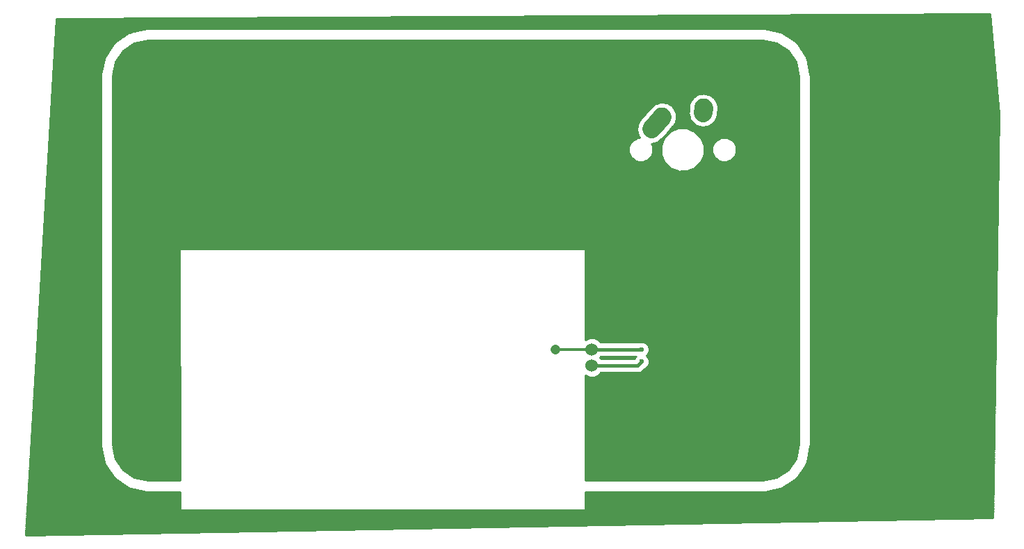
<source format=gbl>
G04 #@! TF.FileFunction,Copper,L2,Bot,Signal*
%FSLAX46Y46*%
G04 Gerber Fmt 4.6, Leading zero omitted, Abs format (unit mm)*
G04 Created by KiCad (PCBNEW 4.0.6) date 2018 March 28, Wednesday 01:43:25*
%MOMM*%
%LPD*%
G01*
G04 APERTURE LIST*
%ADD10C,0.100000*%
%ADD11C,0.299720*%
%ADD12C,2.250000*%
%ADD13C,2.250000*%
%ADD14C,1.206500*%
%ADD15C,1.524000*%
%ADD16C,0.600000*%
%ADD17C,0.457200*%
%ADD18C,0.254000*%
G04 APERTURE END LIST*
D10*
D11*
X86698180Y-64351780D02*
X91199060Y-64351780D01*
D12*
X104650000Y-35530000D02*
X104690000Y-34950000D01*
D13*
X104690000Y-34950000D03*
D12*
X98340000Y-37490000D02*
X99650000Y-36030000D01*
D13*
X99650000Y-36030000D03*
D14*
X86698180Y-64351780D03*
D15*
X91100000Y-64350000D03*
X91100000Y-66350000D03*
D16*
X97150000Y-64350000D03*
X97150000Y-65850000D03*
D17*
X91100000Y-64350000D02*
X97150000Y-64350000D01*
X91100000Y-66350000D02*
X96650000Y-66350000D01*
X96650000Y-66350000D02*
X97150000Y-65850000D01*
D18*
X139570836Y-23514425D02*
X139570836Y-23514425D01*
X100996653Y-23717625D02*
X139589157Y-23717625D01*
X62422470Y-23920825D02*
X139607478Y-23920825D01*
X25905811Y-24124025D02*
X139625799Y-24124025D01*
X25893573Y-24327225D02*
X139644121Y-24327225D01*
X25881336Y-24530425D02*
X139662442Y-24530425D01*
X25869099Y-24733625D02*
X139680763Y-24733625D01*
X25856862Y-24936825D02*
X139699085Y-24936825D01*
X25844625Y-25140025D02*
X139717406Y-25140025D01*
X25832388Y-25343225D02*
X36725146Y-25343225D01*
X112337512Y-25343225D02*
X139735727Y-25343225D01*
X25820151Y-25546425D02*
X35666255Y-25546425D01*
X113359068Y-25546425D02*
X139754049Y-25546425D01*
X25807914Y-25749625D02*
X34790226Y-25749625D01*
X114209773Y-25749625D02*
X139772370Y-25749625D01*
X25795677Y-25952825D02*
X34448830Y-25952825D01*
X114551170Y-25952825D02*
X139790691Y-25952825D01*
X25783440Y-26156025D02*
X34144720Y-26156025D01*
X114855280Y-26156025D02*
X139809012Y-26156025D01*
X25771203Y-26359225D02*
X33840610Y-26359225D01*
X115159390Y-26359225D02*
X139827334Y-26359225D01*
X25758966Y-26562425D02*
X33536500Y-26562425D01*
X115463501Y-26562425D02*
X139845655Y-26562425D01*
X25746728Y-26765625D02*
X33232390Y-26765625D01*
X115767611Y-26765625D02*
X139863976Y-26765625D01*
X25734491Y-26968825D02*
X32975309Y-26968825D01*
X116024691Y-26968825D02*
X139882298Y-26968825D01*
X25722254Y-27172025D02*
X32805960Y-27172025D01*
X116194041Y-27172025D02*
X139900619Y-27172025D01*
X25710017Y-27375225D02*
X32670186Y-27375225D01*
X116329815Y-27375225D02*
X139918940Y-27375225D01*
X25697780Y-27578425D02*
X32534412Y-27578425D01*
X116465589Y-27578425D02*
X139937262Y-27578425D01*
X25685543Y-27781625D02*
X32398638Y-27781625D01*
X116601363Y-27781625D02*
X139955583Y-27781625D01*
X25673306Y-27984825D02*
X32262864Y-27984825D01*
X116737137Y-27984825D02*
X139973904Y-27984825D01*
X25661069Y-28188025D02*
X32127090Y-28188025D01*
X116872911Y-28188025D02*
X139992226Y-28188025D01*
X25648832Y-28391225D02*
X31991316Y-28391225D01*
X117008685Y-28391225D02*
X140010547Y-28391225D01*
X25636595Y-28594425D02*
X31855543Y-28594425D01*
X117144459Y-28594425D02*
X140028868Y-28594425D01*
X25624358Y-28797625D02*
X31746561Y-28797625D01*
X117253440Y-28797625D02*
X140047189Y-28797625D01*
X25612121Y-29000825D02*
X31673751Y-29000825D01*
X117326250Y-29000825D02*
X140065511Y-29000825D01*
X25599883Y-29204025D02*
X31633332Y-29204025D01*
X117366669Y-29204025D02*
X140083832Y-29204025D01*
X25587646Y-29407225D02*
X31592913Y-29407225D01*
X117407088Y-29407225D02*
X140102153Y-29407225D01*
X25575409Y-29610425D02*
X31552494Y-29610425D01*
X117447507Y-29610425D02*
X140120475Y-29610425D01*
X25563172Y-29813625D02*
X31512075Y-29813625D01*
X117487926Y-29813625D02*
X140138796Y-29813625D01*
X25550935Y-30016825D02*
X31471656Y-30016825D01*
X117528345Y-30016825D02*
X140157117Y-30016825D01*
X25538698Y-30220025D02*
X31431237Y-30220025D01*
X117568764Y-30220025D02*
X140175439Y-30220025D01*
X25526461Y-30423225D02*
X31390818Y-30423225D01*
X117609183Y-30423225D02*
X140193760Y-30423225D01*
X25514224Y-30626425D02*
X31350399Y-30626425D01*
X117649602Y-30626425D02*
X140212081Y-30626425D01*
X25501987Y-30829625D02*
X31309980Y-30829625D01*
X117690021Y-30829625D02*
X140230402Y-30829625D01*
X25489750Y-31032825D02*
X31290000Y-31032825D01*
X117710000Y-31032825D02*
X140248724Y-31032825D01*
X25477513Y-31236025D02*
X31290000Y-31236025D01*
X117710000Y-31236025D02*
X140267045Y-31236025D01*
X25465276Y-31439225D02*
X31290000Y-31439225D01*
X117710000Y-31439225D02*
X140285366Y-31439225D01*
X25453038Y-31642425D02*
X31290000Y-31642425D01*
X117710000Y-31642425D02*
X140303688Y-31642425D01*
X25440801Y-31845625D02*
X31290000Y-31845625D01*
X117710000Y-31845625D02*
X140322009Y-31845625D01*
X25428564Y-32048825D02*
X31290000Y-32048825D01*
X117710000Y-32048825D02*
X140340330Y-32048825D01*
X25416327Y-32252025D02*
X31290000Y-32252025D01*
X117710000Y-32252025D02*
X140358652Y-32252025D01*
X25404090Y-32455225D02*
X31290000Y-32455225D01*
X117710000Y-32455225D02*
X140376973Y-32455225D01*
X25391853Y-32658425D02*
X31290000Y-32658425D01*
X117710000Y-32658425D02*
X140395294Y-32658425D01*
X25379616Y-32861625D02*
X31290000Y-32861625D01*
X117710000Y-32861625D02*
X140413616Y-32861625D01*
X25367379Y-33064825D02*
X31290000Y-33064825D01*
X117710000Y-33064825D02*
X140431937Y-33064825D01*
X25355142Y-33268025D02*
X31290000Y-33268025D01*
X117710000Y-33268025D02*
X140450258Y-33268025D01*
X25342905Y-33471225D02*
X31290000Y-33471225D01*
X117710000Y-33471225D02*
X140468579Y-33471225D01*
X25330668Y-33674425D02*
X31290000Y-33674425D01*
X117710000Y-33674425D02*
X140486901Y-33674425D01*
X25318431Y-33877625D02*
X31290000Y-33877625D01*
X117710000Y-33877625D02*
X140505222Y-33877625D01*
X25306193Y-34080825D02*
X31290000Y-34080825D01*
X117710000Y-34080825D02*
X140523543Y-34080825D01*
X25293956Y-34284025D02*
X31290000Y-34284025D01*
X117710000Y-34284025D02*
X140541865Y-34284025D01*
X25281719Y-34487225D02*
X31290000Y-34487225D01*
X117710000Y-34487225D02*
X140560186Y-34487225D01*
X25269482Y-34690425D02*
X31290000Y-34690425D01*
X117710000Y-34690425D02*
X140578507Y-34690425D01*
X25257245Y-34893625D02*
X31290000Y-34893625D01*
X117710000Y-34893625D02*
X140596829Y-34893625D01*
X25245008Y-35096825D02*
X31290000Y-35096825D01*
X117710000Y-35096825D02*
X140615150Y-35096825D01*
X25232771Y-35300025D02*
X31290000Y-35300025D01*
X117710000Y-35300025D02*
X140633471Y-35300025D01*
X25220534Y-35503225D02*
X31290000Y-35503225D01*
X117710000Y-35503225D02*
X140651792Y-35503225D01*
X25208297Y-35706425D02*
X31290000Y-35706425D01*
X117710000Y-35706425D02*
X140658138Y-35706425D01*
X25196060Y-35909625D02*
X31290000Y-35909625D01*
X117710000Y-35909625D02*
X140655259Y-35909625D01*
X25183823Y-36112825D02*
X31290000Y-36112825D01*
X117710000Y-36112825D02*
X140652379Y-36112825D01*
X25171586Y-36316025D02*
X31290000Y-36316025D01*
X117710000Y-36316025D02*
X140649500Y-36316025D01*
X25159349Y-36519225D02*
X31290000Y-36519225D01*
X117710000Y-36519225D02*
X140646620Y-36519225D01*
X25147111Y-36722425D02*
X31290000Y-36722425D01*
X117710000Y-36722425D02*
X140643741Y-36722425D01*
X25134874Y-36925625D02*
X31290000Y-36925625D01*
X117710000Y-36925625D02*
X140640862Y-36925625D01*
X25122637Y-37128825D02*
X31290000Y-37128825D01*
X117710000Y-37128825D02*
X140637982Y-37128825D01*
X25110400Y-37332025D02*
X31290000Y-37332025D01*
X117710000Y-37332025D02*
X140635103Y-37332025D01*
X25098163Y-37535225D02*
X31290000Y-37535225D01*
X117710000Y-37535225D02*
X140632224Y-37535225D01*
X25085926Y-37738425D02*
X31290000Y-37738425D01*
X117710000Y-37738425D02*
X140629344Y-37738425D01*
X25073689Y-37941625D02*
X31290000Y-37941625D01*
X117710000Y-37941625D02*
X140626465Y-37941625D01*
X25061452Y-38144825D02*
X31290000Y-38144825D01*
X117710000Y-38144825D02*
X140623586Y-38144825D01*
X25049215Y-38348025D02*
X31290000Y-38348025D01*
X117710000Y-38348025D02*
X140620706Y-38348025D01*
X25036978Y-38551225D02*
X31290000Y-38551225D01*
X117710000Y-38551225D02*
X140617827Y-38551225D01*
X25024741Y-38754425D02*
X31290000Y-38754425D01*
X117710000Y-38754425D02*
X140614948Y-38754425D01*
X25012504Y-38957625D02*
X31290000Y-38957625D01*
X117710000Y-38957625D02*
X140612068Y-38957625D01*
X25000266Y-39160825D02*
X31290000Y-39160825D01*
X117710000Y-39160825D02*
X140609189Y-39160825D01*
X24988029Y-39364025D02*
X31290000Y-39364025D01*
X117710000Y-39364025D02*
X140606310Y-39364025D01*
X24975792Y-39567225D02*
X31290000Y-39567225D01*
X117710000Y-39567225D02*
X140603430Y-39567225D01*
X24963555Y-39770425D02*
X31290000Y-39770425D01*
X117710000Y-39770425D02*
X140600551Y-39770425D01*
X24951318Y-39973625D02*
X31290000Y-39973625D01*
X117710000Y-39973625D02*
X140597672Y-39973625D01*
X24939081Y-40176825D02*
X31290000Y-40176825D01*
X117710000Y-40176825D02*
X140594792Y-40176825D01*
X24926844Y-40380025D02*
X31290000Y-40380025D01*
X117710000Y-40380025D02*
X140591913Y-40380025D01*
X24914607Y-40583225D02*
X31290000Y-40583225D01*
X117710000Y-40583225D02*
X140589033Y-40583225D01*
X24902370Y-40786425D02*
X31290000Y-40786425D01*
X117710000Y-40786425D02*
X140586154Y-40786425D01*
X24890133Y-40989625D02*
X31290000Y-40989625D01*
X117710000Y-40989625D02*
X140583275Y-40989625D01*
X24877896Y-41192825D02*
X31290000Y-41192825D01*
X117710000Y-41192825D02*
X140580395Y-41192825D01*
X24865659Y-41396025D02*
X31290000Y-41396025D01*
X117710000Y-41396025D02*
X140577516Y-41396025D01*
X24853421Y-41599225D02*
X31290000Y-41599225D01*
X117710000Y-41599225D02*
X140574637Y-41599225D01*
X24841184Y-41802425D02*
X31290000Y-41802425D01*
X117710000Y-41802425D02*
X140571757Y-41802425D01*
X24828947Y-42005625D02*
X31290000Y-42005625D01*
X117710000Y-42005625D02*
X140568878Y-42005625D01*
X24816710Y-42208825D02*
X31290000Y-42208825D01*
X117710000Y-42208825D02*
X140565999Y-42208825D01*
X24804473Y-42412025D02*
X31290000Y-42412025D01*
X117710000Y-42412025D02*
X140563119Y-42412025D01*
X24792236Y-42615225D02*
X31290000Y-42615225D01*
X117710000Y-42615225D02*
X140560240Y-42615225D01*
X24779999Y-42818425D02*
X31290000Y-42818425D01*
X117710000Y-42818425D02*
X140557361Y-42818425D01*
X24767762Y-43021625D02*
X31290000Y-43021625D01*
X117710000Y-43021625D02*
X140554481Y-43021625D01*
X24755525Y-43224825D02*
X31290000Y-43224825D01*
X117710000Y-43224825D02*
X140551602Y-43224825D01*
X24743288Y-43428025D02*
X31290000Y-43428025D01*
X117710000Y-43428025D02*
X140548723Y-43428025D01*
X24731051Y-43631225D02*
X31290000Y-43631225D01*
X117710000Y-43631225D02*
X140545843Y-43631225D01*
X24718814Y-43834425D02*
X31290000Y-43834425D01*
X117710000Y-43834425D02*
X140542964Y-43834425D01*
X24706577Y-44037625D02*
X31290000Y-44037625D01*
X117710000Y-44037625D02*
X140540084Y-44037625D01*
X24694339Y-44240825D02*
X31290000Y-44240825D01*
X117710000Y-44240825D02*
X140537205Y-44240825D01*
X24682102Y-44444025D02*
X31290000Y-44444025D01*
X117710000Y-44444025D02*
X140534326Y-44444025D01*
X24669865Y-44647225D02*
X31290000Y-44647225D01*
X117710000Y-44647225D02*
X140531446Y-44647225D01*
X24657628Y-44850425D02*
X31290000Y-44850425D01*
X117710000Y-44850425D02*
X140528567Y-44850425D01*
X24645391Y-45053625D02*
X31290000Y-45053625D01*
X117710000Y-45053625D02*
X140525688Y-45053625D01*
X24633154Y-45256825D02*
X31290000Y-45256825D01*
X117710000Y-45256825D02*
X140522808Y-45256825D01*
X24620917Y-45460025D02*
X31290000Y-45460025D01*
X117710000Y-45460025D02*
X140519929Y-45460025D01*
X24608680Y-45663225D02*
X31290000Y-45663225D01*
X117710000Y-45663225D02*
X140517050Y-45663225D01*
X24596443Y-45866425D02*
X31290000Y-45866425D01*
X117710000Y-45866425D02*
X140514170Y-45866425D01*
X24584206Y-46069625D02*
X31290000Y-46069625D01*
X117710000Y-46069625D02*
X140511291Y-46069625D01*
X24571969Y-46272825D02*
X31290000Y-46272825D01*
X117710000Y-46272825D02*
X140508412Y-46272825D01*
X24559732Y-46476025D02*
X31290000Y-46476025D01*
X117710000Y-46476025D02*
X140505532Y-46476025D01*
X24547494Y-46679225D02*
X31290000Y-46679225D01*
X117710000Y-46679225D02*
X140502653Y-46679225D01*
X24535257Y-46882425D02*
X31290000Y-46882425D01*
X117710000Y-46882425D02*
X140499774Y-46882425D01*
X24523020Y-47085625D02*
X31290000Y-47085625D01*
X117710000Y-47085625D02*
X140496894Y-47085625D01*
X24510783Y-47288825D02*
X31290000Y-47288825D01*
X117710000Y-47288825D02*
X140494015Y-47288825D01*
X24498546Y-47492025D02*
X31290000Y-47492025D01*
X117710000Y-47492025D02*
X140491136Y-47492025D01*
X24486309Y-47695225D02*
X31290000Y-47695225D01*
X117710000Y-47695225D02*
X140488256Y-47695225D01*
X24474072Y-47898425D02*
X31290000Y-47898425D01*
X117710000Y-47898425D02*
X140485377Y-47898425D01*
X24461835Y-48101625D02*
X31290000Y-48101625D01*
X117710000Y-48101625D02*
X140482497Y-48101625D01*
X24449598Y-48304825D02*
X31290000Y-48304825D01*
X117710000Y-48304825D02*
X140479618Y-48304825D01*
X24437361Y-48508025D02*
X31290000Y-48508025D01*
X117710000Y-48508025D02*
X140476739Y-48508025D01*
X24425124Y-48711225D02*
X31290000Y-48711225D01*
X117710000Y-48711225D02*
X140473859Y-48711225D01*
X24412887Y-48914425D02*
X31290000Y-48914425D01*
X117710000Y-48914425D02*
X140470980Y-48914425D01*
X24400649Y-49117625D02*
X31290000Y-49117625D01*
X117710000Y-49117625D02*
X140468101Y-49117625D01*
X24388412Y-49320825D02*
X31290000Y-49320825D01*
X117710000Y-49320825D02*
X140465221Y-49320825D01*
X24376175Y-49524025D02*
X31290000Y-49524025D01*
X117710000Y-49524025D02*
X140462342Y-49524025D01*
X24363938Y-49727225D02*
X31290000Y-49727225D01*
X117710000Y-49727225D02*
X140459463Y-49727225D01*
X24351701Y-49930425D02*
X31290000Y-49930425D01*
X117710000Y-49930425D02*
X140456583Y-49930425D01*
X24339464Y-50133625D02*
X31290000Y-50133625D01*
X117710000Y-50133625D02*
X140453704Y-50133625D01*
X24327227Y-50336825D02*
X31290000Y-50336825D01*
X117710000Y-50336825D02*
X140450825Y-50336825D01*
X24314990Y-50540025D02*
X31290000Y-50540025D01*
X117710000Y-50540025D02*
X140447945Y-50540025D01*
X24302753Y-50743225D02*
X31290000Y-50743225D01*
X117710000Y-50743225D02*
X140445066Y-50743225D01*
X24290516Y-50946425D02*
X31290000Y-50946425D01*
X117710000Y-50946425D02*
X140442187Y-50946425D01*
X24278279Y-51149625D02*
X31290000Y-51149625D01*
X117710000Y-51149625D02*
X140439307Y-51149625D01*
X24266042Y-51352825D02*
X31290000Y-51352825D01*
X117710000Y-51352825D02*
X140436428Y-51352825D01*
X24253805Y-51556025D02*
X31290000Y-51556025D01*
X117710000Y-51556025D02*
X140433549Y-51556025D01*
X24241567Y-51759225D02*
X31290000Y-51759225D01*
X117710000Y-51759225D02*
X140430669Y-51759225D01*
X24229330Y-51962425D02*
X31290000Y-51962425D01*
X117710000Y-51962425D02*
X140427790Y-51962425D01*
X24217093Y-52165625D02*
X31290000Y-52165625D01*
X117710000Y-52165625D02*
X140424910Y-52165625D01*
X24204856Y-52368825D02*
X31290000Y-52368825D01*
X117710000Y-52368825D02*
X140422031Y-52368825D01*
X24192619Y-52572025D02*
X31290000Y-52572025D01*
X117710000Y-52572025D02*
X140419152Y-52572025D01*
X24180382Y-52775225D02*
X31290000Y-52775225D01*
X117710000Y-52775225D02*
X140416272Y-52775225D01*
X24168145Y-52978425D02*
X31290000Y-52978425D01*
X117710000Y-52978425D02*
X140413393Y-52978425D01*
X24155908Y-53181625D02*
X31290000Y-53181625D01*
X117710000Y-53181625D02*
X140410514Y-53181625D01*
X24143671Y-53384825D02*
X31290000Y-53384825D01*
X117710000Y-53384825D02*
X140407634Y-53384825D01*
X24131434Y-53588025D02*
X31290000Y-53588025D01*
X117710000Y-53588025D02*
X140404755Y-53588025D01*
X24119197Y-53791225D02*
X31290000Y-53791225D01*
X117710000Y-53791225D02*
X140401876Y-53791225D01*
X24106960Y-53994425D02*
X31290000Y-53994425D01*
X117710000Y-53994425D02*
X140398996Y-53994425D01*
X24094722Y-54197625D02*
X31290000Y-54197625D01*
X117710000Y-54197625D02*
X140396117Y-54197625D01*
X24082485Y-54400825D02*
X31290000Y-54400825D01*
X117710000Y-54400825D02*
X140393238Y-54400825D01*
X24070248Y-54604025D02*
X31290000Y-54604025D01*
X117710000Y-54604025D02*
X140390358Y-54604025D01*
X24058011Y-54807225D02*
X31290000Y-54807225D01*
X117710000Y-54807225D02*
X140387479Y-54807225D01*
X24045774Y-55010425D02*
X31290000Y-55010425D01*
X117710000Y-55010425D02*
X140384600Y-55010425D01*
X24033537Y-55213625D02*
X31290000Y-55213625D01*
X117710000Y-55213625D02*
X140381720Y-55213625D01*
X24021300Y-55416825D02*
X31290000Y-55416825D01*
X117710000Y-55416825D02*
X140378841Y-55416825D01*
X24009063Y-55620025D02*
X31290000Y-55620025D01*
X117710000Y-55620025D02*
X140375962Y-55620025D01*
X23996826Y-55823225D02*
X31290000Y-55823225D01*
X117710000Y-55823225D02*
X140373082Y-55823225D01*
X23984589Y-56026425D02*
X31290000Y-56026425D01*
X117710000Y-56026425D02*
X140370203Y-56026425D01*
X23972352Y-56229625D02*
X31290000Y-56229625D01*
X117710000Y-56229625D02*
X140367323Y-56229625D01*
X23960115Y-56432825D02*
X31290000Y-56432825D01*
X117710000Y-56432825D02*
X140364444Y-56432825D01*
X23947877Y-56636025D02*
X31290000Y-56636025D01*
X117710000Y-56636025D02*
X140361565Y-56636025D01*
X23935640Y-56839225D02*
X31290000Y-56839225D01*
X117710000Y-56839225D02*
X140358685Y-56839225D01*
X23923403Y-57042425D02*
X31290000Y-57042425D01*
X117710000Y-57042425D02*
X140355806Y-57042425D01*
X23911166Y-57245625D02*
X31290000Y-57245625D01*
X117710000Y-57245625D02*
X140352927Y-57245625D01*
X23898929Y-57448825D02*
X31290000Y-57448825D01*
X117710000Y-57448825D02*
X140350047Y-57448825D01*
X23886692Y-57652025D02*
X31290000Y-57652025D01*
X117710000Y-57652025D02*
X140347168Y-57652025D01*
X23874455Y-57855225D02*
X31290000Y-57855225D01*
X117710000Y-57855225D02*
X140344289Y-57855225D01*
X23862218Y-58058425D02*
X31290000Y-58058425D01*
X117710000Y-58058425D02*
X140341409Y-58058425D01*
X23849981Y-58261625D02*
X31290000Y-58261625D01*
X117710000Y-58261625D02*
X140338530Y-58261625D01*
X23837744Y-58464825D02*
X31290000Y-58464825D01*
X117710000Y-58464825D02*
X140335651Y-58464825D01*
X23825507Y-58668025D02*
X31290000Y-58668025D01*
X117710000Y-58668025D02*
X140332771Y-58668025D01*
X23813270Y-58871225D02*
X31290000Y-58871225D01*
X117710000Y-58871225D02*
X140329892Y-58871225D01*
X23801032Y-59074425D02*
X31290000Y-59074425D01*
X117710000Y-59074425D02*
X140327013Y-59074425D01*
X23788795Y-59277625D02*
X31290000Y-59277625D01*
X117710000Y-59277625D02*
X140324133Y-59277625D01*
X23776558Y-59480825D02*
X31290000Y-59480825D01*
X117710000Y-59480825D02*
X140321254Y-59480825D01*
X23764321Y-59684025D02*
X31290000Y-59684025D01*
X117710000Y-59684025D02*
X140318374Y-59684025D01*
X23752084Y-59887225D02*
X31290000Y-59887225D01*
X117710000Y-59887225D02*
X140315495Y-59887225D01*
X23739847Y-60090425D02*
X31290000Y-60090425D01*
X117710000Y-60090425D02*
X140312616Y-60090425D01*
X23727610Y-60293625D02*
X31290000Y-60293625D01*
X117710000Y-60293625D02*
X140309736Y-60293625D01*
X23715373Y-60496825D02*
X31290000Y-60496825D01*
X117710000Y-60496825D02*
X140306857Y-60496825D01*
X23703136Y-60700025D02*
X31290000Y-60700025D01*
X117710000Y-60700025D02*
X140303978Y-60700025D01*
X23690899Y-60903225D02*
X31290000Y-60903225D01*
X117710000Y-60903225D02*
X140301098Y-60903225D01*
X23678662Y-61106425D02*
X31290000Y-61106425D01*
X117710000Y-61106425D02*
X140298219Y-61106425D01*
X23666425Y-61309625D02*
X31290000Y-61309625D01*
X117710000Y-61309625D02*
X140295340Y-61309625D01*
X23654188Y-61512825D02*
X31290000Y-61512825D01*
X117710000Y-61512825D02*
X140292460Y-61512825D01*
X23641950Y-61716025D02*
X31290000Y-61716025D01*
X117710000Y-61716025D02*
X140289581Y-61716025D01*
X23629713Y-61919225D02*
X31290000Y-61919225D01*
X117710000Y-61919225D02*
X140286702Y-61919225D01*
X23617476Y-62122425D02*
X31290000Y-62122425D01*
X117710000Y-62122425D02*
X140283822Y-62122425D01*
X23605239Y-62325625D02*
X31290000Y-62325625D01*
X117710000Y-62325625D02*
X140280943Y-62325625D01*
X23593002Y-62528825D02*
X31290000Y-62528825D01*
X117710000Y-62528825D02*
X140278064Y-62528825D01*
X23580765Y-62732025D02*
X31290000Y-62732025D01*
X117710000Y-62732025D02*
X140275184Y-62732025D01*
X23568528Y-62935225D02*
X31290000Y-62935225D01*
X117710000Y-62935225D02*
X140272305Y-62935225D01*
X23556291Y-63138425D02*
X31290000Y-63138425D01*
X117710000Y-63138425D02*
X140269426Y-63138425D01*
X23544054Y-63341625D02*
X31290000Y-63341625D01*
X117710000Y-63341625D02*
X140266546Y-63341625D01*
X23531817Y-63544825D02*
X31290000Y-63544825D01*
X117710000Y-63544825D02*
X140263667Y-63544825D01*
X23519580Y-63748025D02*
X31290000Y-63748025D01*
X117710000Y-63748025D02*
X140260787Y-63748025D01*
X23507343Y-63951225D02*
X31290000Y-63951225D01*
X117710000Y-63951225D02*
X140257908Y-63951225D01*
X23495105Y-64154425D02*
X31290000Y-64154425D01*
X117710000Y-64154425D02*
X140255029Y-64154425D01*
X23482868Y-64357625D02*
X31290000Y-64357625D01*
X117710000Y-64357625D02*
X140252149Y-64357625D01*
X23470631Y-64560825D02*
X31290000Y-64560825D01*
X117710000Y-64560825D02*
X140249270Y-64560825D01*
X23458394Y-64764025D02*
X31290000Y-64764025D01*
X117710000Y-64764025D02*
X140246391Y-64764025D01*
X23446157Y-64967225D02*
X31290000Y-64967225D01*
X117710000Y-64967225D02*
X140243511Y-64967225D01*
X23433920Y-65170425D02*
X31290000Y-65170425D01*
X117710000Y-65170425D02*
X140240632Y-65170425D01*
X23421683Y-65373625D02*
X31290000Y-65373625D01*
X117710000Y-65373625D02*
X140237753Y-65373625D01*
X23409446Y-65576825D02*
X31290000Y-65576825D01*
X117710000Y-65576825D02*
X140234873Y-65576825D01*
X23397209Y-65780025D02*
X31290000Y-65780025D01*
X117710000Y-65780025D02*
X140231994Y-65780025D01*
X23384972Y-65983225D02*
X31290000Y-65983225D01*
X117710000Y-65983225D02*
X140229115Y-65983225D01*
X23372735Y-66186425D02*
X31290000Y-66186425D01*
X117710000Y-66186425D02*
X140226235Y-66186425D01*
X23360498Y-66389625D02*
X31290000Y-66389625D01*
X117710000Y-66389625D02*
X140223356Y-66389625D01*
X23348260Y-66592825D02*
X31290000Y-66592825D01*
X117710000Y-66592825D02*
X140220477Y-66592825D01*
X23336023Y-66796025D02*
X31290000Y-66796025D01*
X117710000Y-66796025D02*
X140217597Y-66796025D01*
X23323786Y-66999225D02*
X31290000Y-66999225D01*
X117710000Y-66999225D02*
X140214718Y-66999225D01*
X23311549Y-67202425D02*
X31290000Y-67202425D01*
X117710000Y-67202425D02*
X140211839Y-67202425D01*
X23299312Y-67405625D02*
X31290000Y-67405625D01*
X117710000Y-67405625D02*
X140208959Y-67405625D01*
X23287075Y-67608825D02*
X31290000Y-67608825D01*
X117710000Y-67608825D02*
X140206080Y-67608825D01*
X23274838Y-67812025D02*
X31290000Y-67812025D01*
X117710000Y-67812025D02*
X140203200Y-67812025D01*
X23262601Y-68015225D02*
X31290000Y-68015225D01*
X117710000Y-68015225D02*
X140200321Y-68015225D01*
X23250364Y-68218425D02*
X31290000Y-68218425D01*
X117710000Y-68218425D02*
X140197442Y-68218425D01*
X23238127Y-68421625D02*
X31290000Y-68421625D01*
X117710000Y-68421625D02*
X140194562Y-68421625D01*
X23225890Y-68624825D02*
X31290000Y-68624825D01*
X117710000Y-68624825D02*
X140191683Y-68624825D01*
X23213653Y-68828025D02*
X31290000Y-68828025D01*
X117710000Y-68828025D02*
X140188804Y-68828025D01*
X23201416Y-69031225D02*
X31290000Y-69031225D01*
X117710000Y-69031225D02*
X140185924Y-69031225D01*
X23189178Y-69234425D02*
X31290000Y-69234425D01*
X117710000Y-69234425D02*
X140183045Y-69234425D01*
X23176941Y-69437625D02*
X31290000Y-69437625D01*
X117710000Y-69437625D02*
X140180166Y-69437625D01*
X23164704Y-69640825D02*
X31290000Y-69640825D01*
X117710000Y-69640825D02*
X140177286Y-69640825D01*
X23152467Y-69844025D02*
X31290000Y-69844025D01*
X117710000Y-69844025D02*
X140174407Y-69844025D01*
X23140230Y-70047225D02*
X31290000Y-70047225D01*
X117710000Y-70047225D02*
X140171528Y-70047225D01*
X23127993Y-70250425D02*
X31290000Y-70250425D01*
X117710000Y-70250425D02*
X140168648Y-70250425D01*
X23115756Y-70453625D02*
X31290000Y-70453625D01*
X117710000Y-70453625D02*
X140165769Y-70453625D01*
X23103519Y-70656825D02*
X31290000Y-70656825D01*
X117710000Y-70656825D02*
X140162890Y-70656825D01*
X23091282Y-70860025D02*
X31290000Y-70860025D01*
X117710000Y-70860025D02*
X140160010Y-70860025D01*
X23079045Y-71063225D02*
X31290000Y-71063225D01*
X117710000Y-71063225D02*
X140157131Y-71063225D01*
X23066808Y-71266425D02*
X31290000Y-71266425D01*
X117710000Y-71266425D02*
X140154252Y-71266425D01*
X23054571Y-71469625D02*
X31290000Y-71469625D01*
X117710000Y-71469625D02*
X140151372Y-71469625D01*
X23042333Y-71672825D02*
X31290000Y-71672825D01*
X117710000Y-71672825D02*
X140148493Y-71672825D01*
X23030096Y-71876025D02*
X31290000Y-71876025D01*
X117710000Y-71876025D02*
X140145613Y-71876025D01*
X23017859Y-72079225D02*
X31290000Y-72079225D01*
X117710000Y-72079225D02*
X140142734Y-72079225D01*
X23005622Y-72282425D02*
X31290000Y-72282425D01*
X117710000Y-72282425D02*
X140139855Y-72282425D01*
X22993385Y-72485625D02*
X31290000Y-72485625D01*
X117710000Y-72485625D02*
X140136975Y-72485625D01*
X22981148Y-72688825D02*
X31290000Y-72688825D01*
X117710000Y-72688825D02*
X140134096Y-72688825D01*
X22968911Y-72892025D02*
X31290000Y-72892025D01*
X117710000Y-72892025D02*
X140131217Y-72892025D01*
X22956674Y-73095225D02*
X31290000Y-73095225D01*
X117710000Y-73095225D02*
X140128337Y-73095225D01*
X22944437Y-73298425D02*
X31290000Y-73298425D01*
X117710000Y-73298425D02*
X140125458Y-73298425D01*
X22932200Y-73501625D02*
X31290000Y-73501625D01*
X117710000Y-73501625D02*
X140122579Y-73501625D01*
X22919963Y-73704825D02*
X31290000Y-73704825D01*
X117710000Y-73704825D02*
X140119699Y-73704825D01*
X22907726Y-73908025D02*
X31290000Y-73908025D01*
X117710000Y-73908025D02*
X140116820Y-73908025D01*
X22895488Y-74111225D02*
X31290000Y-74111225D01*
X117710000Y-74111225D02*
X140113941Y-74111225D01*
X22883251Y-74314425D02*
X31290000Y-74314425D01*
X117710000Y-74314425D02*
X140111061Y-74314425D01*
X22871014Y-74517625D02*
X31290000Y-74517625D01*
X117710000Y-74517625D02*
X140108182Y-74517625D01*
X22858777Y-74720825D02*
X31290000Y-74720825D01*
X117710000Y-74720825D02*
X140105303Y-74720825D01*
X22846540Y-74924025D02*
X31290000Y-74924025D01*
X117710000Y-74924025D02*
X140102423Y-74924025D01*
X22834303Y-75127225D02*
X31290000Y-75127225D01*
X117710000Y-75127225D02*
X140099544Y-75127225D01*
X22822066Y-75330425D02*
X31290000Y-75330425D01*
X117710000Y-75330425D02*
X140096664Y-75330425D01*
X22809829Y-75533625D02*
X31290000Y-75533625D01*
X117710000Y-75533625D02*
X140093785Y-75533625D01*
X22797592Y-75736825D02*
X31290000Y-75736825D01*
X117710000Y-75736825D02*
X140090906Y-75736825D01*
X22785355Y-75940025D02*
X31290000Y-75940025D01*
X117710000Y-75940025D02*
X140088026Y-75940025D01*
X22773118Y-76143225D02*
X31304579Y-76143225D01*
X117695420Y-76143225D02*
X140085147Y-76143225D01*
X22760881Y-76346425D02*
X31344998Y-76346425D01*
X117655001Y-76346425D02*
X140082268Y-76346425D01*
X22748643Y-76549625D02*
X31385416Y-76549625D01*
X117614583Y-76549625D02*
X140079388Y-76549625D01*
X22736406Y-76752825D02*
X31425835Y-76752825D01*
X117574164Y-76752825D02*
X140076509Y-76752825D01*
X22724169Y-76956025D02*
X31466254Y-76956025D01*
X117533745Y-76956025D02*
X140073630Y-76956025D01*
X22711932Y-77159225D02*
X31506673Y-77159225D01*
X117493326Y-77159225D02*
X140070750Y-77159225D01*
X22699695Y-77362425D02*
X31547092Y-77362425D01*
X117452907Y-77362425D02*
X140067871Y-77362425D01*
X22687458Y-77565625D02*
X31587511Y-77565625D01*
X117412488Y-77565625D02*
X140064992Y-77565625D01*
X22675221Y-77768825D02*
X31627930Y-77768825D01*
X117372069Y-77768825D02*
X140062112Y-77768825D01*
X22662984Y-77972025D02*
X31668349Y-77972025D01*
X117331650Y-77972025D02*
X140059233Y-77972025D01*
X22650747Y-78175225D02*
X31735314Y-78175225D01*
X117264685Y-78175225D02*
X140056354Y-78175225D01*
X22638510Y-78378425D02*
X31837401Y-78378425D01*
X117162599Y-78378425D02*
X140053474Y-78378425D01*
X22626273Y-78581625D02*
X31973174Y-78581625D01*
X117026825Y-78581625D02*
X140050595Y-78581625D01*
X22614036Y-78784825D02*
X32108948Y-78784825D01*
X116891051Y-78784825D02*
X140047716Y-78784825D01*
X22601799Y-78988025D02*
X32244722Y-78988025D01*
X116755277Y-78988025D02*
X140044836Y-78988025D01*
X22589561Y-79191225D02*
X32380496Y-79191225D01*
X116619503Y-79191225D02*
X140041957Y-79191225D01*
X22577324Y-79394425D02*
X32516270Y-79394425D01*
X116483729Y-79394425D02*
X140039077Y-79394425D01*
X22565087Y-79597625D02*
X32652044Y-79597625D01*
X116347955Y-79597625D02*
X140036198Y-79597625D01*
X22552850Y-79800825D02*
X32787818Y-79800825D01*
X116212181Y-79800825D02*
X140033319Y-79800825D01*
X22540613Y-80004025D02*
X32948159Y-80004025D01*
X116051841Y-80004025D02*
X140030439Y-80004025D01*
X22528376Y-80207225D02*
X33191756Y-80207225D01*
X115808243Y-80207225D02*
X140027560Y-80207225D01*
X22516139Y-80410425D02*
X33495866Y-80410425D01*
X115504132Y-80410425D02*
X140024681Y-80410425D01*
X22503902Y-80613625D02*
X33799976Y-80613625D01*
X115200022Y-80613625D02*
X140021801Y-80613625D01*
X22491665Y-80816825D02*
X34104086Y-80816825D01*
X114895912Y-80816825D02*
X140018922Y-80816825D01*
X22479428Y-81020025D02*
X34408196Y-81020025D01*
X114591802Y-81020025D02*
X140016043Y-81020025D01*
X22467191Y-81223225D02*
X34724679Y-81223225D01*
X114275318Y-81223225D02*
X140013163Y-81223225D01*
X22454954Y-81426425D02*
X35504440Y-81426425D01*
X113495559Y-81426425D02*
X140010284Y-81426425D01*
X22442716Y-81629625D02*
X36525996Y-81629625D01*
X112474003Y-81629625D02*
X140007405Y-81629625D01*
X22430479Y-81832825D02*
X40916213Y-81832825D01*
X90327000Y-81832825D02*
X140004525Y-81832825D01*
X22418242Y-82036025D02*
X40916509Y-82036025D01*
X90327000Y-82036025D02*
X140001646Y-82036025D01*
X22406005Y-82239225D02*
X40916805Y-82239225D01*
X90327000Y-82239225D02*
X139998767Y-82239225D01*
X22393768Y-82442425D02*
X40917102Y-82442425D01*
X90327000Y-82442425D02*
X139995887Y-82442425D01*
X22381531Y-82645625D02*
X40917398Y-82645625D01*
X90327000Y-82645625D02*
X139993008Y-82645625D01*
X22369294Y-82848825D02*
X40917694Y-82848825D01*
X90327000Y-82848825D02*
X139990129Y-82848825D01*
X22357057Y-83052025D02*
X40917991Y-83052025D01*
X90327000Y-83052025D02*
X139987249Y-83052025D01*
X22344820Y-83255225D02*
X40918287Y-83255225D01*
X90327000Y-83255225D02*
X139984370Y-83255225D01*
X22332583Y-83458425D02*
X40918583Y-83458425D01*
X90327000Y-83458425D02*
X139981490Y-83458425D01*
X22320346Y-83661625D02*
X40918880Y-83661625D01*
X90327000Y-83661625D02*
X139978611Y-83661625D01*
X22308109Y-83864825D02*
X40926314Y-83864825D01*
X90306461Y-83864825D02*
X139975732Y-83864825D01*
X22295871Y-84068025D02*
X139972852Y-84068025D01*
X22283634Y-84271225D02*
X139969973Y-84271225D01*
X22271397Y-84474425D02*
X139967094Y-84474425D01*
X22259160Y-84677625D02*
X139964214Y-84677625D01*
X22246923Y-84880825D02*
X138903988Y-84880825D01*
X22234686Y-85084025D02*
X127476407Y-85084025D01*
X22222449Y-85287225D02*
X116048826Y-85287225D01*
X22210212Y-85490425D02*
X104621244Y-85490425D01*
X22197975Y-85693625D02*
X93193663Y-85693625D01*
X22185738Y-85896825D02*
X81766082Y-85896825D01*
X22173501Y-86100025D02*
X70338501Y-86100025D01*
X22161264Y-86303225D02*
X58910920Y-86303225D01*
X22149027Y-86506425D02*
X47483339Y-86506425D01*
X22136789Y-86709625D02*
X36055758Y-86709625D01*
X22124552Y-86912825D02*
X24628176Y-86912825D01*
X37069930Y-26710000D02*
X111930069Y-26710000D01*
X36048374Y-26913200D02*
X112951625Y-26913200D01*
X35263349Y-27116400D02*
X113736650Y-27116400D01*
X34959239Y-27319600D02*
X114040760Y-27319600D01*
X34655128Y-27522800D02*
X114344870Y-27522800D01*
X34351018Y-27726000D02*
X114648980Y-27726000D01*
X34046907Y-27929200D02*
X114953090Y-27929200D01*
X33872076Y-28132400D02*
X115127923Y-28132400D01*
X33736302Y-28335600D02*
X115263697Y-28335600D01*
X33600528Y-28538800D02*
X115399471Y-28538800D01*
X33464754Y-28742000D02*
X115535245Y-28742000D01*
X33328980Y-28945200D02*
X115671019Y-28945200D01*
X33193206Y-29148400D02*
X115806793Y-29148400D01*
X33057432Y-29351600D02*
X115942567Y-29351600D01*
X33011377Y-29554800D02*
X115988622Y-29554800D01*
X32970959Y-29758000D02*
X116029040Y-29758000D01*
X32930540Y-29961200D02*
X116069459Y-29961200D01*
X32890121Y-30164400D02*
X116109878Y-30164400D01*
X32849702Y-30367600D02*
X116150297Y-30367600D01*
X32809283Y-30570800D02*
X116190716Y-30570800D01*
X32768864Y-30774000D02*
X116231135Y-30774000D01*
X32728445Y-30977200D02*
X116271554Y-30977200D01*
X32710000Y-31180400D02*
X116290000Y-31180400D01*
X32710000Y-31383600D02*
X116290000Y-31383600D01*
X32710000Y-31586800D02*
X116290000Y-31586800D01*
X32710000Y-31790000D02*
X116290000Y-31790000D01*
X32710000Y-31993200D02*
X116290000Y-31993200D01*
X32710000Y-32196400D02*
X116290000Y-32196400D01*
X32710000Y-32399600D02*
X116290000Y-32399600D01*
X32710000Y-32602800D02*
X116290000Y-32602800D01*
X32710000Y-32806000D02*
X116290000Y-32806000D01*
X32710000Y-33009200D02*
X116290000Y-33009200D01*
X32710000Y-33212400D02*
X104259261Y-33212400D01*
X105094827Y-33212400D02*
X116290000Y-33212400D01*
X32710000Y-33415600D02*
X103768691Y-33415600D01*
X105608596Y-33415600D02*
X116290000Y-33415600D01*
X32710000Y-33618800D02*
X103508962Y-33618800D01*
X105847967Y-33618800D02*
X116290000Y-33618800D01*
X32710000Y-33822000D02*
X103328781Y-33822000D01*
X106058907Y-33822000D02*
X116290000Y-33822000D01*
X32710000Y-34025200D02*
X103157944Y-34025200D01*
X106222954Y-34025200D02*
X116290000Y-34025200D01*
X32710000Y-34228400D02*
X103081195Y-34228400D01*
X106307122Y-34228400D02*
X116290000Y-34228400D01*
X32710000Y-34431600D02*
X98883200Y-34431600D01*
X100441984Y-34431600D02*
X102999560Y-34431600D01*
X106391290Y-34431600D02*
X116290000Y-34431600D01*
X32710000Y-34634800D02*
X98556447Y-34634800D01*
X100784889Y-34634800D02*
X102927697Y-34634800D01*
X106450274Y-34634800D02*
X116290000Y-34634800D01*
X32710000Y-34838000D02*
X98352893Y-34838000D01*
X100979627Y-34838000D02*
X102925587Y-34838000D01*
X106450097Y-34838000D02*
X116290000Y-34838000D01*
X32710000Y-35041200D02*
X98154887Y-35041200D01*
X101145759Y-35041200D02*
X102919530Y-35041200D01*
X106453756Y-35041200D02*
X116290000Y-35041200D01*
X32710000Y-35244400D02*
X97990273Y-35244400D01*
X101276884Y-35244400D02*
X102905517Y-35244400D01*
X106460159Y-35244400D02*
X116290000Y-35244400D01*
X32710000Y-35447600D02*
X97807950Y-35447600D01*
X101328866Y-35447600D02*
X102891503Y-35447600D01*
X106419862Y-35447600D02*
X116290000Y-35447600D01*
X32710000Y-35650800D02*
X97625627Y-35650800D01*
X101398904Y-35650800D02*
X102908727Y-35650800D01*
X106405849Y-35650800D02*
X116290000Y-35650800D01*
X32710000Y-35854000D02*
X97443304Y-35854000D01*
X101432831Y-35854000D02*
X102943324Y-35854000D01*
X106370369Y-35854000D02*
X116290000Y-35854000D01*
X32710000Y-36057200D02*
X97260980Y-36057200D01*
X101420035Y-36057200D02*
X102969372Y-36057200D01*
X106303649Y-36057200D02*
X116290000Y-36057200D01*
X32710000Y-36260400D02*
X97078657Y-36260400D01*
X101418151Y-36260400D02*
X103053340Y-36260400D01*
X106248460Y-36260400D02*
X116290000Y-36260400D01*
X32710000Y-36463600D02*
X96918021Y-36463600D01*
X101375652Y-36463600D02*
X103169736Y-36463600D01*
X106138284Y-36463600D02*
X116290000Y-36463600D01*
X32710000Y-36666800D02*
X96809138Y-36666800D01*
X101291319Y-36666800D02*
X103286133Y-36666800D01*
X105981261Y-36666800D02*
X116290000Y-36666800D01*
X32710000Y-36870000D02*
X96688725Y-36870000D01*
X101214085Y-36870000D02*
X103506380Y-36870000D01*
X105824238Y-36870000D02*
X116290000Y-36870000D01*
X32710000Y-37073200D02*
X96625762Y-37073200D01*
X101096167Y-37073200D02*
X103769337Y-37073200D01*
X105496027Y-37073200D02*
X116290000Y-37073200D01*
X32710000Y-37276400D02*
X96596660Y-37276400D01*
X100896270Y-37276400D02*
X104343860Y-37276400D01*
X104912365Y-37276400D02*
X116290000Y-37276400D01*
X32710000Y-37479600D02*
X96567558Y-37479600D01*
X100713946Y-37479600D02*
X101426683Y-37479600D01*
X102863161Y-37479600D02*
X116290000Y-37479600D01*
X32710000Y-37682800D02*
X96561467Y-37682800D01*
X100531623Y-37682800D02*
X100936115Y-37682800D01*
X103357856Y-37682800D02*
X116290000Y-37682800D01*
X32710000Y-37886000D02*
X96613449Y-37886000D01*
X100349299Y-37886000D02*
X100576671Y-37886000D01*
X103724324Y-37886000D02*
X116290000Y-37886000D01*
X32710000Y-38089200D02*
X96665432Y-38089200D01*
X100166976Y-38089200D02*
X100373117Y-38089200D01*
X103927170Y-38089200D02*
X116290000Y-38089200D01*
X32710000Y-38292400D02*
X96718388Y-38292400D01*
X99984653Y-38292400D02*
X100169562Y-38292400D01*
X104130016Y-38292400D02*
X116290000Y-38292400D01*
X32710000Y-38495600D02*
X96870676Y-38495600D01*
X99802330Y-38495600D02*
X99966007Y-38495600D01*
X104332862Y-38495600D02*
X116290000Y-38495600D01*
X32710000Y-38698800D02*
X96400707Y-38698800D01*
X99620007Y-38698800D02*
X99852721Y-38698800D01*
X104448607Y-38698800D02*
X106560707Y-38698800D01*
X107949905Y-38698800D02*
X116290000Y-38698800D01*
X32710000Y-38902000D02*
X96073319Y-38902000D01*
X99351740Y-38902000D02*
X99770481Y-38902000D01*
X104532775Y-38902000D02*
X106233319Y-38902000D01*
X108203517Y-38902000D02*
X116290000Y-38902000D01*
X32710000Y-39105200D02*
X95893199Y-39105200D01*
X99080607Y-39105200D02*
X99687481Y-39105200D01*
X104616944Y-39105200D02*
X106053199Y-39105200D01*
X108420364Y-39105200D02*
X116290000Y-39105200D01*
X32710000Y-39308400D02*
X95740190Y-39308400D01*
X98379588Y-39308400D02*
X99603105Y-39308400D01*
X104701112Y-39308400D02*
X105900190Y-39308400D01*
X108539588Y-39308400D02*
X116290000Y-39308400D01*
X32710000Y-39511600D02*
X95664796Y-39511600D01*
X98477891Y-39511600D02*
X99521552Y-39511600D01*
X104779353Y-39511600D02*
X105824796Y-39511600D01*
X108637891Y-39511600D02*
X116290000Y-39511600D01*
X32710000Y-39714800D02*
X95591974Y-39714800D01*
X98547509Y-39714800D02*
X99518450Y-39714800D01*
X104779175Y-39714800D02*
X105751974Y-39714800D01*
X108707509Y-39714800D02*
X116290000Y-39714800D01*
X32710000Y-39918000D02*
X95584197Y-39918000D01*
X98555998Y-39918000D02*
X99520102Y-39918000D01*
X104778998Y-39918000D02*
X105744197Y-39918000D01*
X108715998Y-39918000D02*
X116290000Y-39918000D01*
X32710000Y-40121200D02*
X95584020Y-40121200D01*
X98555821Y-40121200D02*
X99521020Y-40121200D01*
X104779729Y-40121200D02*
X105744020Y-40121200D01*
X108715821Y-40121200D02*
X116290000Y-40121200D01*
X32710000Y-40324400D02*
X95583896Y-40324400D01*
X98555644Y-40324400D02*
X99520843Y-40324400D01*
X104781381Y-40324400D02*
X105743896Y-40324400D01*
X108715644Y-40324400D02*
X116290000Y-40324400D01*
X32710000Y-40527600D02*
X95650976Y-40527600D01*
X98482529Y-40527600D02*
X99520666Y-40527600D01*
X104783033Y-40527600D02*
X105810976Y-40527600D01*
X108642529Y-40527600D02*
X116290000Y-40527600D01*
X32710000Y-40730800D02*
X95751818Y-40730800D01*
X98410970Y-40730800D02*
X99590273Y-40730800D01*
X104705532Y-40730800D02*
X105911818Y-40730800D01*
X108570970Y-40730800D02*
X116290000Y-40730800D01*
X32710000Y-40934000D02*
X95868503Y-40934000D01*
X98267637Y-40934000D02*
X99674441Y-40934000D01*
X104621156Y-40934000D02*
X106028503Y-40934000D01*
X108427637Y-40934000D02*
X116290000Y-40934000D01*
X32710000Y-41137200D02*
X96075720Y-41137200D01*
X98083730Y-41137200D02*
X99758609Y-41137200D01*
X104537937Y-41137200D02*
X106235720Y-41137200D01*
X108243730Y-41137200D02*
X116290000Y-41137200D01*
X32710000Y-41340400D02*
X96324720Y-41340400D01*
X97789633Y-41340400D02*
X99842777Y-41340400D01*
X104455698Y-41340400D02*
X106484720Y-41340400D01*
X107949633Y-41340400D02*
X116290000Y-41340400D01*
X32710000Y-41543600D02*
X99946375Y-41543600D01*
X104354829Y-41543600D02*
X116290000Y-41543600D01*
X32710000Y-41746800D02*
X100149220Y-41746800D01*
X104151274Y-41746800D02*
X116290000Y-41746800D01*
X32710000Y-41950000D02*
X100352066Y-41950000D01*
X103947720Y-41950000D02*
X116290000Y-41950000D01*
X32710000Y-42153200D02*
X100554912Y-42153200D01*
X103744165Y-42153200D02*
X116290000Y-42153200D01*
X32710000Y-42356400D02*
X100890750Y-42356400D01*
X103414101Y-42356400D02*
X116290000Y-42356400D01*
X32710000Y-42559600D02*
X101386747Y-42559600D01*
X102923532Y-42559600D02*
X116290000Y-42559600D01*
X32710000Y-42762800D02*
X116290000Y-42762800D01*
X32710000Y-42966000D02*
X116290000Y-42966000D01*
X32710000Y-43169200D02*
X116290000Y-43169200D01*
X32710000Y-43372400D02*
X116290000Y-43372400D01*
X32710000Y-43575600D02*
X116290000Y-43575600D01*
X32710000Y-43778800D02*
X116290000Y-43778800D01*
X32710000Y-43982000D02*
X116290000Y-43982000D01*
X32710000Y-44185200D02*
X116290000Y-44185200D01*
X32710000Y-44388400D02*
X116290000Y-44388400D01*
X32710000Y-44591600D02*
X116290000Y-44591600D01*
X32710000Y-44794800D02*
X116290000Y-44794800D01*
X32710000Y-44998000D02*
X116290000Y-44998000D01*
X32710000Y-45201200D02*
X116290000Y-45201200D01*
X32710000Y-45404400D02*
X116290000Y-45404400D01*
X32710000Y-45607600D02*
X116290000Y-45607600D01*
X32710000Y-45810800D02*
X116290000Y-45810800D01*
X32710000Y-46014000D02*
X116290000Y-46014000D01*
X32710000Y-46217200D02*
X116290000Y-46217200D01*
X32710000Y-46420400D02*
X116290000Y-46420400D01*
X32710000Y-46623600D02*
X116290000Y-46623600D01*
X32710000Y-46826800D02*
X116290000Y-46826800D01*
X32710000Y-47030000D02*
X116290000Y-47030000D01*
X32710000Y-47233200D02*
X116290000Y-47233200D01*
X32710000Y-47436400D02*
X116290000Y-47436400D01*
X32710000Y-47639600D02*
X116290000Y-47639600D01*
X32710000Y-47842800D02*
X116290000Y-47842800D01*
X32710000Y-48046000D02*
X116290000Y-48046000D01*
X32710000Y-48249200D02*
X116290000Y-48249200D01*
X32710000Y-48452400D02*
X116290000Y-48452400D01*
X32710000Y-48655600D02*
X116290000Y-48655600D01*
X32710000Y-48858800D02*
X116290000Y-48858800D01*
X32710000Y-49062000D02*
X116290000Y-49062000D01*
X32710000Y-49265200D02*
X116290000Y-49265200D01*
X32710000Y-49468400D02*
X116290000Y-49468400D01*
X32710000Y-49671600D02*
X116290000Y-49671600D01*
X32710000Y-49874800D02*
X116290000Y-49874800D01*
X32710000Y-50078000D02*
X116290000Y-50078000D01*
X32710000Y-50281200D02*
X116290000Y-50281200D01*
X32710000Y-50484400D02*
X116290000Y-50484400D01*
X32710000Y-50687600D02*
X116290000Y-50687600D01*
X32710000Y-50890800D02*
X116290000Y-50890800D01*
X32710000Y-51094000D02*
X116290000Y-51094000D01*
X32710000Y-51297200D02*
X116290000Y-51297200D01*
X32710000Y-51500400D02*
X116290000Y-51500400D01*
X32710000Y-51703600D02*
X116290000Y-51703600D01*
X32710000Y-51906800D02*
X116290000Y-51906800D01*
X32710000Y-52110000D02*
X40910698Y-52110000D01*
X90288918Y-52110000D02*
X116290000Y-52110000D01*
X32710000Y-52313200D02*
X40873164Y-52313200D01*
X90327000Y-52313200D02*
X116290000Y-52313200D01*
X32710000Y-52516400D02*
X40873461Y-52516400D01*
X90327000Y-52516400D02*
X116290000Y-52516400D01*
X32710000Y-52719600D02*
X40873757Y-52719600D01*
X90327000Y-52719600D02*
X116290000Y-52719600D01*
X32710000Y-52922800D02*
X40874053Y-52922800D01*
X90327000Y-52922800D02*
X116290000Y-52922800D01*
X32710000Y-53126000D02*
X40874350Y-53126000D01*
X90327000Y-53126000D02*
X116290000Y-53126000D01*
X32710000Y-53329200D02*
X40874646Y-53329200D01*
X90327000Y-53329200D02*
X116290000Y-53329200D01*
X32710000Y-53532400D02*
X40874942Y-53532400D01*
X90327000Y-53532400D02*
X116290000Y-53532400D01*
X32710000Y-53735600D02*
X40875239Y-53735600D01*
X90327000Y-53735600D02*
X116290000Y-53735600D01*
X32710000Y-53938800D02*
X40875535Y-53938800D01*
X90327000Y-53938800D02*
X116290000Y-53938800D01*
X32710000Y-54142000D02*
X40875831Y-54142000D01*
X90327000Y-54142000D02*
X116290000Y-54142000D01*
X32710000Y-54345200D02*
X40876128Y-54345200D01*
X90327000Y-54345200D02*
X116290000Y-54345200D01*
X32710000Y-54548400D02*
X40876424Y-54548400D01*
X90327000Y-54548400D02*
X116290000Y-54548400D01*
X32710000Y-54751600D02*
X40876720Y-54751600D01*
X90327000Y-54751600D02*
X116290000Y-54751600D01*
X32710000Y-54954800D02*
X40877017Y-54954800D01*
X90327000Y-54954800D02*
X116290000Y-54954800D01*
X32710000Y-55158000D02*
X40877313Y-55158000D01*
X90327000Y-55158000D02*
X116290000Y-55158000D01*
X32710000Y-55361200D02*
X40877609Y-55361200D01*
X90327000Y-55361200D02*
X116290000Y-55361200D01*
X32710000Y-55564400D02*
X40877905Y-55564400D01*
X90327000Y-55564400D02*
X116290000Y-55564400D01*
X32710000Y-55767600D02*
X40878202Y-55767600D01*
X90327000Y-55767600D02*
X116290000Y-55767600D01*
X32710000Y-55970800D02*
X40878498Y-55970800D01*
X90327000Y-55970800D02*
X116290000Y-55970800D01*
X32710000Y-56174000D02*
X40878794Y-56174000D01*
X90327000Y-56174000D02*
X116290000Y-56174000D01*
X32710000Y-56377200D02*
X40879091Y-56377200D01*
X90327000Y-56377200D02*
X116290000Y-56377200D01*
X32710000Y-56580400D02*
X40879387Y-56580400D01*
X90327000Y-56580400D02*
X116290000Y-56580400D01*
X32710000Y-56783600D02*
X40879683Y-56783600D01*
X90327000Y-56783600D02*
X116290000Y-56783600D01*
X32710000Y-56986800D02*
X40879980Y-56986800D01*
X90327000Y-56986800D02*
X116290000Y-56986800D01*
X32710000Y-57190000D02*
X40880276Y-57190000D01*
X90327000Y-57190000D02*
X116290000Y-57190000D01*
X32710000Y-57393200D02*
X40880572Y-57393200D01*
X90327000Y-57393200D02*
X116290000Y-57393200D01*
X32710000Y-57596400D02*
X40880869Y-57596400D01*
X90327000Y-57596400D02*
X116290000Y-57596400D01*
X32710000Y-57799600D02*
X40881165Y-57799600D01*
X90327000Y-57799600D02*
X116290000Y-57799600D01*
X32710000Y-58002800D02*
X40881461Y-58002800D01*
X90327000Y-58002800D02*
X116290000Y-58002800D01*
X32710000Y-58206000D02*
X40881758Y-58206000D01*
X90327000Y-58206000D02*
X116290000Y-58206000D01*
X32710000Y-58409200D02*
X40882054Y-58409200D01*
X90327000Y-58409200D02*
X116290000Y-58409200D01*
X32710000Y-58612400D02*
X40882350Y-58612400D01*
X90327000Y-58612400D02*
X116290000Y-58612400D01*
X32710000Y-58815600D02*
X40882647Y-58815600D01*
X90327000Y-58815600D02*
X116290000Y-58815600D01*
X32710000Y-59018800D02*
X40882943Y-59018800D01*
X90327000Y-59018800D02*
X116290000Y-59018800D01*
X32710000Y-59222000D02*
X40883239Y-59222000D01*
X90327000Y-59222000D02*
X116290000Y-59222000D01*
X32710000Y-59425200D02*
X40883536Y-59425200D01*
X90327000Y-59425200D02*
X116290000Y-59425200D01*
X32710000Y-59628400D02*
X40883832Y-59628400D01*
X90327000Y-59628400D02*
X116290000Y-59628400D01*
X32710000Y-59831600D02*
X40884128Y-59831600D01*
X90327000Y-59831600D02*
X116290000Y-59831600D01*
X32710000Y-60034800D02*
X40884425Y-60034800D01*
X90327000Y-60034800D02*
X116290000Y-60034800D01*
X32710000Y-60238000D02*
X40884721Y-60238000D01*
X90327000Y-60238000D02*
X116290000Y-60238000D01*
X32710000Y-60441200D02*
X40885017Y-60441200D01*
X90327000Y-60441200D02*
X116290000Y-60441200D01*
X32710000Y-60644400D02*
X40885314Y-60644400D01*
X90327000Y-60644400D02*
X116290000Y-60644400D01*
X32710000Y-60847600D02*
X40885610Y-60847600D01*
X90327000Y-60847600D02*
X116290000Y-60847600D01*
X32710000Y-61050800D02*
X40885906Y-61050800D01*
X90327000Y-61050800D02*
X116290000Y-61050800D01*
X32710000Y-61254000D02*
X40886203Y-61254000D01*
X90327000Y-61254000D02*
X116290000Y-61254000D01*
X32710000Y-61457200D02*
X40886499Y-61457200D01*
X90327000Y-61457200D02*
X116290000Y-61457200D01*
X32710000Y-61660400D02*
X40886795Y-61660400D01*
X90327000Y-61660400D02*
X116290000Y-61660400D01*
X32710000Y-61863600D02*
X40887092Y-61863600D01*
X90327000Y-61863600D02*
X116290000Y-61863600D01*
X32710000Y-62066800D02*
X40887388Y-62066800D01*
X90327000Y-62066800D02*
X116290000Y-62066800D01*
X32710000Y-62270000D02*
X40887684Y-62270000D01*
X90327000Y-62270000D02*
X116290000Y-62270000D01*
X32710000Y-62473200D02*
X40887980Y-62473200D01*
X90327000Y-62473200D02*
X116290000Y-62473200D01*
X32710000Y-62676400D02*
X40888277Y-62676400D01*
X90327000Y-62676400D02*
X116290000Y-62676400D01*
X32710000Y-62879600D02*
X40888573Y-62879600D01*
X90327000Y-62879600D02*
X116290000Y-62879600D01*
X32710000Y-63082800D02*
X40888869Y-63082800D01*
X90327000Y-63082800D02*
X90508614Y-63082800D01*
X91691109Y-63082800D02*
X116290000Y-63082800D01*
X32710000Y-63286000D02*
X40889166Y-63286000D01*
X92011791Y-63286000D02*
X116290000Y-63286000D01*
X32710000Y-63489200D02*
X40889462Y-63489200D01*
X97515102Y-63489200D02*
X116290000Y-63489200D01*
X32710000Y-63692400D02*
X40889758Y-63692400D01*
X97814685Y-63692400D02*
X116290000Y-63692400D01*
X32710000Y-63895600D02*
X40890055Y-63895600D01*
X97973918Y-63895600D02*
X116290000Y-63895600D01*
X32710000Y-64098800D02*
X40890351Y-64098800D01*
X98057878Y-64098800D02*
X116290000Y-64098800D01*
X32710000Y-64302000D02*
X40890647Y-64302000D01*
X98085042Y-64302000D02*
X116290000Y-64302000D01*
X32710000Y-64505200D02*
X40890944Y-64505200D01*
X98084865Y-64505200D02*
X116290000Y-64505200D01*
X32710000Y-64708400D02*
X40891240Y-64708400D01*
X98013582Y-64708400D02*
X116290000Y-64708400D01*
X32710000Y-64911600D02*
X40891536Y-64911600D01*
X97910864Y-64911600D02*
X116290000Y-64911600D01*
X32710000Y-65114800D02*
X40891833Y-65114800D01*
X97737220Y-65114800D02*
X116290000Y-65114800D01*
X32710000Y-65318000D02*
X40892129Y-65318000D01*
X97940066Y-65318000D02*
X116290000Y-65318000D01*
X32710000Y-65521200D02*
X40892425Y-65521200D01*
X98025815Y-65521200D02*
X116290000Y-65521200D01*
X32710000Y-65724400D02*
X40892722Y-65724400D01*
X98085110Y-65724400D02*
X116290000Y-65724400D01*
X32710000Y-65927600D02*
X40893018Y-65927600D01*
X98084933Y-65927600D02*
X116290000Y-65927600D01*
X32710000Y-66130800D02*
X40893314Y-66130800D01*
X98045805Y-66130800D02*
X116290000Y-66130800D01*
X32710000Y-66334000D02*
X40893611Y-66334000D01*
X97961428Y-66334000D02*
X116290000Y-66334000D01*
X32710000Y-66537200D02*
X40893907Y-66537200D01*
X97785044Y-66537200D02*
X116290000Y-66537200D01*
X32710000Y-66740400D02*
X40894203Y-66740400D01*
X97480914Y-66740400D02*
X116290000Y-66740400D01*
X32710000Y-66943600D02*
X40894500Y-66943600D01*
X97277714Y-66943600D02*
X116290000Y-66943600D01*
X32710000Y-67146800D02*
X40894796Y-67146800D01*
X96982074Y-67146800D02*
X116290000Y-67146800D01*
X32710000Y-67350000D02*
X40895092Y-67350000D01*
X92075636Y-67350000D02*
X116290000Y-67350000D01*
X32710000Y-67553200D02*
X40895389Y-67553200D01*
X90327000Y-67553200D02*
X90354762Y-67553200D01*
X91846279Y-67553200D02*
X116290000Y-67553200D01*
X32710000Y-67756400D02*
X40895685Y-67756400D01*
X90327000Y-67756400D02*
X116290000Y-67756400D01*
X32710000Y-67959600D02*
X40895981Y-67959600D01*
X90327000Y-67959600D02*
X116290000Y-67959600D01*
X32710000Y-68162800D02*
X40896278Y-68162800D01*
X90327000Y-68162800D02*
X116290000Y-68162800D01*
X32710000Y-68366000D02*
X40896574Y-68366000D01*
X90327000Y-68366000D02*
X116290000Y-68366000D01*
X32710000Y-68569200D02*
X40896870Y-68569200D01*
X90327000Y-68569200D02*
X116290000Y-68569200D01*
X32710000Y-68772400D02*
X40897167Y-68772400D01*
X90327000Y-68772400D02*
X116290000Y-68772400D01*
X32710000Y-68975600D02*
X40897463Y-68975600D01*
X90327000Y-68975600D02*
X116290000Y-68975600D01*
X32710000Y-69178800D02*
X40897759Y-69178800D01*
X90327000Y-69178800D02*
X116290000Y-69178800D01*
X32710000Y-69382000D02*
X40898056Y-69382000D01*
X90327000Y-69382000D02*
X116290000Y-69382000D01*
X32710000Y-69585200D02*
X40898352Y-69585200D01*
X90327000Y-69585200D02*
X116290000Y-69585200D01*
X32710000Y-69788400D02*
X40898648Y-69788400D01*
X90327000Y-69788400D02*
X116290000Y-69788400D01*
X32710000Y-69991600D02*
X40898944Y-69991600D01*
X90327000Y-69991600D02*
X116290000Y-69991600D01*
X32710000Y-70194800D02*
X40899241Y-70194800D01*
X90327000Y-70194800D02*
X116290000Y-70194800D01*
X32710000Y-70398000D02*
X40899537Y-70398000D01*
X90327000Y-70398000D02*
X116290000Y-70398000D01*
X32710000Y-70601200D02*
X40899833Y-70601200D01*
X90327000Y-70601200D02*
X116290000Y-70601200D01*
X32710000Y-70804400D02*
X40900130Y-70804400D01*
X90327000Y-70804400D02*
X116290000Y-70804400D01*
X32710000Y-71007600D02*
X40900426Y-71007600D01*
X90327000Y-71007600D02*
X116290000Y-71007600D01*
X32710000Y-71210800D02*
X40900722Y-71210800D01*
X90327000Y-71210800D02*
X116290000Y-71210800D01*
X32710000Y-71414000D02*
X40901019Y-71414000D01*
X90327000Y-71414000D02*
X116290000Y-71414000D01*
X32710000Y-71617200D02*
X40901315Y-71617200D01*
X90327000Y-71617200D02*
X116290000Y-71617200D01*
X32710000Y-71820400D02*
X40901611Y-71820400D01*
X90327000Y-71820400D02*
X116290000Y-71820400D01*
X32710000Y-72023600D02*
X40901908Y-72023600D01*
X90327000Y-72023600D02*
X116290000Y-72023600D01*
X32710000Y-72226800D02*
X40902204Y-72226800D01*
X90327000Y-72226800D02*
X116290000Y-72226800D01*
X32710000Y-72430000D02*
X40902500Y-72430000D01*
X90327000Y-72430000D02*
X116290000Y-72430000D01*
X32710000Y-72633200D02*
X40902797Y-72633200D01*
X90327000Y-72633200D02*
X116290000Y-72633200D01*
X32710000Y-72836400D02*
X40903093Y-72836400D01*
X90327000Y-72836400D02*
X116290000Y-72836400D01*
X32710000Y-73039600D02*
X40903389Y-73039600D01*
X90327000Y-73039600D02*
X116290000Y-73039600D01*
X32710000Y-73242800D02*
X40903686Y-73242800D01*
X90327000Y-73242800D02*
X116290000Y-73242800D01*
X32710000Y-73446000D02*
X40903982Y-73446000D01*
X90327000Y-73446000D02*
X116290000Y-73446000D01*
X32710000Y-73649200D02*
X40904278Y-73649200D01*
X90327000Y-73649200D02*
X116290000Y-73649200D01*
X32710000Y-73852400D02*
X40904575Y-73852400D01*
X90327000Y-73852400D02*
X116290000Y-73852400D01*
X32710000Y-74055600D02*
X40904871Y-74055600D01*
X90327000Y-74055600D02*
X116290000Y-74055600D01*
X32710000Y-74258800D02*
X40905167Y-74258800D01*
X90327000Y-74258800D02*
X116290000Y-74258800D01*
X32710000Y-74462000D02*
X40905464Y-74462000D01*
X90327000Y-74462000D02*
X116290000Y-74462000D01*
X32710000Y-74665200D02*
X40905760Y-74665200D01*
X90327000Y-74665200D02*
X116290000Y-74665200D01*
X32710000Y-74868400D02*
X40906056Y-74868400D01*
X90327000Y-74868400D02*
X116290000Y-74868400D01*
X32710000Y-75071600D02*
X40906353Y-75071600D01*
X90327000Y-75071600D02*
X116290000Y-75071600D01*
X32710000Y-75274800D02*
X40906649Y-75274800D01*
X90327000Y-75274800D02*
X116290000Y-75274800D01*
X32710000Y-75478000D02*
X40906945Y-75478000D01*
X90327000Y-75478000D02*
X116290000Y-75478000D01*
X32710000Y-75681200D02*
X40907242Y-75681200D01*
X90327000Y-75681200D02*
X116290000Y-75681200D01*
X32710000Y-75884400D02*
X40907538Y-75884400D01*
X90327000Y-75884400D02*
X116290000Y-75884400D01*
X32741335Y-76087600D02*
X40907834Y-76087600D01*
X90327000Y-76087600D02*
X116258666Y-76087600D01*
X32781754Y-76290800D02*
X40908131Y-76290800D01*
X90327000Y-76290800D02*
X116218247Y-76290800D01*
X32822173Y-76494000D02*
X40908427Y-76494000D01*
X90327000Y-76494000D02*
X116177828Y-76494000D01*
X32862592Y-76697200D02*
X40908723Y-76697200D01*
X90327000Y-76697200D02*
X116137409Y-76697200D01*
X32903011Y-76900400D02*
X40909019Y-76900400D01*
X90327000Y-76900400D02*
X116096990Y-76900400D01*
X32943430Y-77103600D02*
X40909316Y-77103600D01*
X90327000Y-77103600D02*
X116056571Y-77103600D01*
X32983849Y-77306800D02*
X40909612Y-77306800D01*
X90327000Y-77306800D02*
X116016152Y-77306800D01*
X33024268Y-77510000D02*
X40909908Y-77510000D01*
X90327000Y-77510000D02*
X115975733Y-77510000D01*
X33100731Y-77713200D02*
X40910205Y-77713200D01*
X90327000Y-77713200D02*
X115899270Y-77713200D01*
X33236505Y-77916400D02*
X40910501Y-77916400D01*
X90327000Y-77916400D02*
X115763496Y-77916400D01*
X33372279Y-78119600D02*
X40910797Y-78119600D01*
X90327000Y-78119600D02*
X115627722Y-78119600D01*
X33508053Y-78322800D02*
X40911094Y-78322800D01*
X90327000Y-78322800D02*
X115491948Y-78322800D01*
X33643827Y-78526000D02*
X40911390Y-78526000D01*
X90327000Y-78526000D02*
X115356174Y-78526000D01*
X33779601Y-78729200D02*
X40911686Y-78729200D01*
X90327000Y-78729200D02*
X115220400Y-78729200D01*
X33915375Y-78932400D02*
X40911983Y-78932400D01*
X90327000Y-78932400D02*
X115084626Y-78932400D01*
X34143889Y-79135600D02*
X40912279Y-79135600D01*
X90327000Y-79135600D02*
X114856111Y-79135600D01*
X34447999Y-79338800D02*
X40912575Y-79338800D01*
X90327000Y-79338800D02*
X114552001Y-79338800D01*
X34752109Y-79542000D02*
X40912872Y-79542000D01*
X90327000Y-79542000D02*
X114247891Y-79542000D01*
X35056220Y-79745200D02*
X40913168Y-79745200D01*
X90327000Y-79745200D02*
X113943781Y-79745200D01*
X35360330Y-79948400D02*
X40913464Y-79948400D01*
X90327000Y-79948400D02*
X113639671Y-79948400D01*
X36374147Y-80151600D02*
X40913761Y-80151600D01*
X90327000Y-80151600D02*
X112625854Y-80151600D01*
X92212275Y-65213600D02*
X96464066Y-65213600D01*
X92142363Y-65416800D02*
X96317478Y-65416800D01*
X140659764Y-35591631D02*
X139961601Y-84862019D01*
X22121869Y-86957391D01*
X25491727Y-31000000D01*
X31290000Y-31000000D01*
X31290000Y-76000000D01*
X31303642Y-76068584D01*
X31303642Y-76138514D01*
X31684244Y-78051931D01*
X31759208Y-78232908D01*
X31790259Y-78307872D01*
X32874123Y-79929989D01*
X33070011Y-80125877D01*
X34692128Y-81209742D01*
X34841722Y-81271705D01*
X34948069Y-81315756D01*
X36861486Y-81696358D01*
X36931416Y-81696358D01*
X37000000Y-81710000D01*
X40916034Y-81710000D01*
X40919121Y-83826805D01*
X40927831Y-83872843D01*
X40955134Y-83915223D01*
X40996774Y-83943641D01*
X41046190Y-83953620D01*
X90200069Y-83927000D01*
X90246159Y-83918315D01*
X90288553Y-83891035D01*
X90316994Y-83849410D01*
X90327000Y-83800000D01*
X90327000Y-81710000D01*
X112000000Y-81710000D01*
X112068584Y-81696358D01*
X112138514Y-81696358D01*
X114051931Y-81315756D01*
X114232908Y-81240792D01*
X114307872Y-81209741D01*
X115929989Y-80125877D01*
X116125877Y-79929989D01*
X117209742Y-78307872D01*
X117271843Y-78157945D01*
X117315756Y-78051931D01*
X117696358Y-76138514D01*
X117696358Y-76068584D01*
X117710000Y-76000000D01*
X117710000Y-31000000D01*
X117696358Y-30931416D01*
X117696358Y-30861486D01*
X117315756Y-28948069D01*
X117271843Y-28842055D01*
X117209742Y-28692128D01*
X116125877Y-27070011D01*
X115929989Y-26874123D01*
X114307872Y-25790259D01*
X114232908Y-25759208D01*
X114051931Y-25684244D01*
X112138514Y-25303642D01*
X112068584Y-25303642D01*
X112000000Y-25290000D01*
X37000000Y-25290000D01*
X36931416Y-25303642D01*
X34948069Y-25684244D01*
X34842055Y-25728157D01*
X34692128Y-25790258D01*
X33070011Y-26874123D01*
X32874123Y-27070011D01*
X31790259Y-28692128D01*
X31790259Y-28692129D01*
X31684244Y-28948069D01*
X31303642Y-30861486D01*
X31303642Y-30931416D01*
X31290000Y-31000000D01*
X25491727Y-31000000D01*
X25906464Y-24113183D01*
X139570836Y-23514425D01*
X140659764Y-35591631D01*
X139570836Y-23514425D02*
X139570836Y-23514425D01*
X100996653Y-23717625D02*
X139589157Y-23717625D01*
X62422470Y-23920825D02*
X139607478Y-23920825D01*
X25905811Y-24124025D02*
X139625799Y-24124025D01*
X25893573Y-24327225D02*
X139644121Y-24327225D01*
X25881336Y-24530425D02*
X139662442Y-24530425D01*
X25869099Y-24733625D02*
X139680763Y-24733625D01*
X25856862Y-24936825D02*
X139699085Y-24936825D01*
X25844625Y-25140025D02*
X139717406Y-25140025D01*
X25832388Y-25343225D02*
X36725146Y-25343225D01*
X112337512Y-25343225D02*
X139735727Y-25343225D01*
X25820151Y-25546425D02*
X35666255Y-25546425D01*
X113359068Y-25546425D02*
X139754049Y-25546425D01*
X25807914Y-25749625D02*
X34790226Y-25749625D01*
X114209773Y-25749625D02*
X139772370Y-25749625D01*
X25795677Y-25952825D02*
X34448830Y-25952825D01*
X114551170Y-25952825D02*
X139790691Y-25952825D01*
X25783440Y-26156025D02*
X34144720Y-26156025D01*
X114855280Y-26156025D02*
X139809012Y-26156025D01*
X25771203Y-26359225D02*
X33840610Y-26359225D01*
X115159390Y-26359225D02*
X139827334Y-26359225D01*
X25758966Y-26562425D02*
X33536500Y-26562425D01*
X115463501Y-26562425D02*
X139845655Y-26562425D01*
X25746728Y-26765625D02*
X33232390Y-26765625D01*
X115767611Y-26765625D02*
X139863976Y-26765625D01*
X25734491Y-26968825D02*
X32975309Y-26968825D01*
X116024691Y-26968825D02*
X139882298Y-26968825D01*
X25722254Y-27172025D02*
X32805960Y-27172025D01*
X116194041Y-27172025D02*
X139900619Y-27172025D01*
X25710017Y-27375225D02*
X32670186Y-27375225D01*
X116329815Y-27375225D02*
X139918940Y-27375225D01*
X25697780Y-27578425D02*
X32534412Y-27578425D01*
X116465589Y-27578425D02*
X139937262Y-27578425D01*
X25685543Y-27781625D02*
X32398638Y-27781625D01*
X116601363Y-27781625D02*
X139955583Y-27781625D01*
X25673306Y-27984825D02*
X32262864Y-27984825D01*
X116737137Y-27984825D02*
X139973904Y-27984825D01*
X25661069Y-28188025D02*
X32127090Y-28188025D01*
X116872911Y-28188025D02*
X139992226Y-28188025D01*
X25648832Y-28391225D02*
X31991316Y-28391225D01*
X117008685Y-28391225D02*
X140010547Y-28391225D01*
X25636595Y-28594425D02*
X31855543Y-28594425D01*
X117144459Y-28594425D02*
X140028868Y-28594425D01*
X25624358Y-28797625D02*
X31746561Y-28797625D01*
X117253440Y-28797625D02*
X140047189Y-28797625D01*
X25612121Y-29000825D02*
X31673751Y-29000825D01*
X117326250Y-29000825D02*
X140065511Y-29000825D01*
X25599883Y-29204025D02*
X31633332Y-29204025D01*
X117366669Y-29204025D02*
X140083832Y-29204025D01*
X25587646Y-29407225D02*
X31592913Y-29407225D01*
X117407088Y-29407225D02*
X140102153Y-29407225D01*
X25575409Y-29610425D02*
X31552494Y-29610425D01*
X117447507Y-29610425D02*
X140120475Y-29610425D01*
X25563172Y-29813625D02*
X31512075Y-29813625D01*
X117487926Y-29813625D02*
X140138796Y-29813625D01*
X25550935Y-30016825D02*
X31471656Y-30016825D01*
X117528345Y-30016825D02*
X140157117Y-30016825D01*
X25538698Y-30220025D02*
X31431237Y-30220025D01*
X117568764Y-30220025D02*
X140175439Y-30220025D01*
X25526461Y-30423225D02*
X31390818Y-30423225D01*
X117609183Y-30423225D02*
X140193760Y-30423225D01*
X25514224Y-30626425D02*
X31350399Y-30626425D01*
X117649602Y-30626425D02*
X140212081Y-30626425D01*
X25501987Y-30829625D02*
X31309980Y-30829625D01*
X117690021Y-30829625D02*
X140230402Y-30829625D01*
X25489750Y-31032825D02*
X31290000Y-31032825D01*
X117710000Y-31032825D02*
X140248724Y-31032825D01*
X25477513Y-31236025D02*
X31290000Y-31236025D01*
X117710000Y-31236025D02*
X140267045Y-31236025D01*
X25465276Y-31439225D02*
X31290000Y-31439225D01*
X117710000Y-31439225D02*
X140285366Y-31439225D01*
X25453038Y-31642425D02*
X31290000Y-31642425D01*
X117710000Y-31642425D02*
X140303688Y-31642425D01*
X25440801Y-31845625D02*
X31290000Y-31845625D01*
X117710000Y-31845625D02*
X140322009Y-31845625D01*
X25428564Y-32048825D02*
X31290000Y-32048825D01*
X117710000Y-32048825D02*
X140340330Y-32048825D01*
X25416327Y-32252025D02*
X31290000Y-32252025D01*
X117710000Y-32252025D02*
X140358652Y-32252025D01*
X25404090Y-32455225D02*
X31290000Y-32455225D01*
X117710000Y-32455225D02*
X140376973Y-32455225D01*
X25391853Y-32658425D02*
X31290000Y-32658425D01*
X117710000Y-32658425D02*
X140395294Y-32658425D01*
X25379616Y-32861625D02*
X31290000Y-32861625D01*
X117710000Y-32861625D02*
X140413616Y-32861625D01*
X25367379Y-33064825D02*
X31290000Y-33064825D01*
X117710000Y-33064825D02*
X140431937Y-33064825D01*
X25355142Y-33268025D02*
X31290000Y-33268025D01*
X117710000Y-33268025D02*
X140450258Y-33268025D01*
X25342905Y-33471225D02*
X31290000Y-33471225D01*
X117710000Y-33471225D02*
X140468579Y-33471225D01*
X25330668Y-33674425D02*
X31290000Y-33674425D01*
X117710000Y-33674425D02*
X140486901Y-33674425D01*
X25318431Y-33877625D02*
X31290000Y-33877625D01*
X117710000Y-33877625D02*
X140505222Y-33877625D01*
X25306193Y-34080825D02*
X31290000Y-34080825D01*
X117710000Y-34080825D02*
X140523543Y-34080825D01*
X25293956Y-34284025D02*
X31290000Y-34284025D01*
X117710000Y-34284025D02*
X140541865Y-34284025D01*
X25281719Y-34487225D02*
X31290000Y-34487225D01*
X117710000Y-34487225D02*
X140560186Y-34487225D01*
X25269482Y-34690425D02*
X31290000Y-34690425D01*
X117710000Y-34690425D02*
X140578507Y-34690425D01*
X25257245Y-34893625D02*
X31290000Y-34893625D01*
X117710000Y-34893625D02*
X140596829Y-34893625D01*
X25245008Y-35096825D02*
X31290000Y-35096825D01*
X117710000Y-35096825D02*
X140615150Y-35096825D01*
X25232771Y-35300025D02*
X31290000Y-35300025D01*
X117710000Y-35300025D02*
X140633471Y-35300025D01*
X25220534Y-35503225D02*
X31290000Y-35503225D01*
X117710000Y-35503225D02*
X140651792Y-35503225D01*
X25208297Y-35706425D02*
X31290000Y-35706425D01*
X117710000Y-35706425D02*
X140658138Y-35706425D01*
X25196060Y-35909625D02*
X31290000Y-35909625D01*
X117710000Y-35909625D02*
X140655259Y-35909625D01*
X25183823Y-36112825D02*
X31290000Y-36112825D01*
X117710000Y-36112825D02*
X140652379Y-36112825D01*
X25171586Y-36316025D02*
X31290000Y-36316025D01*
X117710000Y-36316025D02*
X140649500Y-36316025D01*
X25159349Y-36519225D02*
X31290000Y-36519225D01*
X117710000Y-36519225D02*
X140646620Y-36519225D01*
X25147111Y-36722425D02*
X31290000Y-36722425D01*
X117710000Y-36722425D02*
X140643741Y-36722425D01*
X25134874Y-36925625D02*
X31290000Y-36925625D01*
X117710000Y-36925625D02*
X140640862Y-36925625D01*
X25122637Y-37128825D02*
X31290000Y-37128825D01*
X117710000Y-37128825D02*
X140637982Y-37128825D01*
X25110400Y-37332025D02*
X31290000Y-37332025D01*
X117710000Y-37332025D02*
X140635103Y-37332025D01*
X25098163Y-37535225D02*
X31290000Y-37535225D01*
X117710000Y-37535225D02*
X140632224Y-37535225D01*
X25085926Y-37738425D02*
X31290000Y-37738425D01*
X117710000Y-37738425D02*
X140629344Y-37738425D01*
X25073689Y-37941625D02*
X31290000Y-37941625D01*
X117710000Y-37941625D02*
X140626465Y-37941625D01*
X25061452Y-38144825D02*
X31290000Y-38144825D01*
X117710000Y-38144825D02*
X140623586Y-38144825D01*
X25049215Y-38348025D02*
X31290000Y-38348025D01*
X117710000Y-38348025D02*
X140620706Y-38348025D01*
X25036978Y-38551225D02*
X31290000Y-38551225D01*
X117710000Y-38551225D02*
X140617827Y-38551225D01*
X25024741Y-38754425D02*
X31290000Y-38754425D01*
X117710000Y-38754425D02*
X140614948Y-38754425D01*
X25012504Y-38957625D02*
X31290000Y-38957625D01*
X117710000Y-38957625D02*
X140612068Y-38957625D01*
X25000266Y-39160825D02*
X31290000Y-39160825D01*
X117710000Y-39160825D02*
X140609189Y-39160825D01*
X24988029Y-39364025D02*
X31290000Y-39364025D01*
X117710000Y-39364025D02*
X140606310Y-39364025D01*
X24975792Y-39567225D02*
X31290000Y-39567225D01*
X117710000Y-39567225D02*
X140603430Y-39567225D01*
X24963555Y-39770425D02*
X31290000Y-39770425D01*
X117710000Y-39770425D02*
X140600551Y-39770425D01*
X24951318Y-39973625D02*
X31290000Y-39973625D01*
X117710000Y-39973625D02*
X140597672Y-39973625D01*
X24939081Y-40176825D02*
X31290000Y-40176825D01*
X117710000Y-40176825D02*
X140594792Y-40176825D01*
X24926844Y-40380025D02*
X31290000Y-40380025D01*
X117710000Y-40380025D02*
X140591913Y-40380025D01*
X24914607Y-40583225D02*
X31290000Y-40583225D01*
X117710000Y-40583225D02*
X140589033Y-40583225D01*
X24902370Y-40786425D02*
X31290000Y-40786425D01*
X117710000Y-40786425D02*
X140586154Y-40786425D01*
X24890133Y-40989625D02*
X31290000Y-40989625D01*
X117710000Y-40989625D02*
X140583275Y-40989625D01*
X24877896Y-41192825D02*
X31290000Y-41192825D01*
X117710000Y-41192825D02*
X140580395Y-41192825D01*
X24865659Y-41396025D02*
X31290000Y-41396025D01*
X117710000Y-41396025D02*
X140577516Y-41396025D01*
X24853421Y-41599225D02*
X31290000Y-41599225D01*
X117710000Y-41599225D02*
X140574637Y-41599225D01*
X24841184Y-41802425D02*
X31290000Y-41802425D01*
X117710000Y-41802425D02*
X140571757Y-41802425D01*
X24828947Y-42005625D02*
X31290000Y-42005625D01*
X117710000Y-42005625D02*
X140568878Y-42005625D01*
X24816710Y-42208825D02*
X31290000Y-42208825D01*
X117710000Y-42208825D02*
X140565999Y-42208825D01*
X24804473Y-42412025D02*
X31290000Y-42412025D01*
X117710000Y-42412025D02*
X140563119Y-42412025D01*
X24792236Y-42615225D02*
X31290000Y-42615225D01*
X117710000Y-42615225D02*
X140560240Y-42615225D01*
X24779999Y-42818425D02*
X31290000Y-42818425D01*
X117710000Y-42818425D02*
X140557361Y-42818425D01*
X24767762Y-43021625D02*
X31290000Y-43021625D01*
X117710000Y-43021625D02*
X140554481Y-43021625D01*
X24755525Y-43224825D02*
X31290000Y-43224825D01*
X117710000Y-43224825D02*
X140551602Y-43224825D01*
X24743288Y-43428025D02*
X31290000Y-43428025D01*
X117710000Y-43428025D02*
X140548723Y-43428025D01*
X24731051Y-43631225D02*
X31290000Y-43631225D01*
X117710000Y-43631225D02*
X140545843Y-43631225D01*
X24718814Y-43834425D02*
X31290000Y-43834425D01*
X117710000Y-43834425D02*
X140542964Y-43834425D01*
X24706577Y-44037625D02*
X31290000Y-44037625D01*
X117710000Y-44037625D02*
X140540084Y-44037625D01*
X24694339Y-44240825D02*
X31290000Y-44240825D01*
X117710000Y-44240825D02*
X140537205Y-44240825D01*
X24682102Y-44444025D02*
X31290000Y-44444025D01*
X117710000Y-44444025D02*
X140534326Y-44444025D01*
X24669865Y-44647225D02*
X31290000Y-44647225D01*
X117710000Y-44647225D02*
X140531446Y-44647225D01*
X24657628Y-44850425D02*
X31290000Y-44850425D01*
X117710000Y-44850425D02*
X140528567Y-44850425D01*
X24645391Y-45053625D02*
X31290000Y-45053625D01*
X117710000Y-45053625D02*
X140525688Y-45053625D01*
X24633154Y-45256825D02*
X31290000Y-45256825D01*
X117710000Y-45256825D02*
X140522808Y-45256825D01*
X24620917Y-45460025D02*
X31290000Y-45460025D01*
X117710000Y-45460025D02*
X140519929Y-45460025D01*
X24608680Y-45663225D02*
X31290000Y-45663225D01*
X117710000Y-45663225D02*
X140517050Y-45663225D01*
X24596443Y-45866425D02*
X31290000Y-45866425D01*
X117710000Y-45866425D02*
X140514170Y-45866425D01*
X24584206Y-46069625D02*
X31290000Y-46069625D01*
X117710000Y-46069625D02*
X140511291Y-46069625D01*
X24571969Y-46272825D02*
X31290000Y-46272825D01*
X117710000Y-46272825D02*
X140508412Y-46272825D01*
X24559732Y-46476025D02*
X31290000Y-46476025D01*
X117710000Y-46476025D02*
X140505532Y-46476025D01*
X24547494Y-46679225D02*
X31290000Y-46679225D01*
X117710000Y-46679225D02*
X140502653Y-46679225D01*
X24535257Y-46882425D02*
X31290000Y-46882425D01*
X117710000Y-46882425D02*
X140499774Y-46882425D01*
X24523020Y-47085625D02*
X31290000Y-47085625D01*
X117710000Y-47085625D02*
X140496894Y-47085625D01*
X24510783Y-47288825D02*
X31290000Y-47288825D01*
X117710000Y-47288825D02*
X140494015Y-47288825D01*
X24498546Y-47492025D02*
X31290000Y-47492025D01*
X117710000Y-47492025D02*
X140491136Y-47492025D01*
X24486309Y-47695225D02*
X31290000Y-47695225D01*
X117710000Y-47695225D02*
X140488256Y-47695225D01*
X24474072Y-47898425D02*
X31290000Y-47898425D01*
X117710000Y-47898425D02*
X140485377Y-47898425D01*
X24461835Y-48101625D02*
X31290000Y-48101625D01*
X117710000Y-48101625D02*
X140482497Y-48101625D01*
X24449598Y-48304825D02*
X31290000Y-48304825D01*
X117710000Y-48304825D02*
X140479618Y-48304825D01*
X24437361Y-48508025D02*
X31290000Y-48508025D01*
X117710000Y-48508025D02*
X140476739Y-48508025D01*
X24425124Y-48711225D02*
X31290000Y-48711225D01*
X117710000Y-48711225D02*
X140473859Y-48711225D01*
X24412887Y-48914425D02*
X31290000Y-48914425D01*
X117710000Y-48914425D02*
X140470980Y-48914425D01*
X24400649Y-49117625D02*
X31290000Y-49117625D01*
X117710000Y-49117625D02*
X140468101Y-49117625D01*
X24388412Y-49320825D02*
X31290000Y-49320825D01*
X117710000Y-49320825D02*
X140465221Y-49320825D01*
X24376175Y-49524025D02*
X31290000Y-49524025D01*
X117710000Y-49524025D02*
X140462342Y-49524025D01*
X24363938Y-49727225D02*
X31290000Y-49727225D01*
X117710000Y-49727225D02*
X140459463Y-49727225D01*
X24351701Y-49930425D02*
X31290000Y-49930425D01*
X117710000Y-49930425D02*
X140456583Y-49930425D01*
X24339464Y-50133625D02*
X31290000Y-50133625D01*
X117710000Y-50133625D02*
X140453704Y-50133625D01*
X24327227Y-50336825D02*
X31290000Y-50336825D01*
X117710000Y-50336825D02*
X140450825Y-50336825D01*
X24314990Y-50540025D02*
X31290000Y-50540025D01*
X117710000Y-50540025D02*
X140447945Y-50540025D01*
X24302753Y-50743225D02*
X31290000Y-50743225D01*
X117710000Y-50743225D02*
X140445066Y-50743225D01*
X24290516Y-50946425D02*
X31290000Y-50946425D01*
X117710000Y-50946425D02*
X140442187Y-50946425D01*
X24278279Y-51149625D02*
X31290000Y-51149625D01*
X117710000Y-51149625D02*
X140439307Y-51149625D01*
X24266042Y-51352825D02*
X31290000Y-51352825D01*
X117710000Y-51352825D02*
X140436428Y-51352825D01*
X24253805Y-51556025D02*
X31290000Y-51556025D01*
X117710000Y-51556025D02*
X140433549Y-51556025D01*
X24241567Y-51759225D02*
X31290000Y-51759225D01*
X117710000Y-51759225D02*
X140430669Y-51759225D01*
X24229330Y-51962425D02*
X31290000Y-51962425D01*
X117710000Y-51962425D02*
X140427790Y-51962425D01*
X24217093Y-52165625D02*
X31290000Y-52165625D01*
X117710000Y-52165625D02*
X140424910Y-52165625D01*
X24204856Y-52368825D02*
X31290000Y-52368825D01*
X117710000Y-52368825D02*
X140422031Y-52368825D01*
X24192619Y-52572025D02*
X31290000Y-52572025D01*
X117710000Y-52572025D02*
X140419152Y-52572025D01*
X24180382Y-52775225D02*
X31290000Y-52775225D01*
X117710000Y-52775225D02*
X140416272Y-52775225D01*
X24168145Y-52978425D02*
X31290000Y-52978425D01*
X117710000Y-52978425D02*
X140413393Y-52978425D01*
X24155908Y-53181625D02*
X31290000Y-53181625D01*
X117710000Y-53181625D02*
X140410514Y-53181625D01*
X24143671Y-53384825D02*
X31290000Y-53384825D01*
X117710000Y-53384825D02*
X140407634Y-53384825D01*
X24131434Y-53588025D02*
X31290000Y-53588025D01*
X117710000Y-53588025D02*
X140404755Y-53588025D01*
X24119197Y-53791225D02*
X31290000Y-53791225D01*
X117710000Y-53791225D02*
X140401876Y-53791225D01*
X24106960Y-53994425D02*
X31290000Y-53994425D01*
X117710000Y-53994425D02*
X140398996Y-53994425D01*
X24094722Y-54197625D02*
X31290000Y-54197625D01*
X117710000Y-54197625D02*
X140396117Y-54197625D01*
X24082485Y-54400825D02*
X31290000Y-54400825D01*
X117710000Y-54400825D02*
X140393238Y-54400825D01*
X24070248Y-54604025D02*
X31290000Y-54604025D01*
X117710000Y-54604025D02*
X140390358Y-54604025D01*
X24058011Y-54807225D02*
X31290000Y-54807225D01*
X117710000Y-54807225D02*
X140387479Y-54807225D01*
X24045774Y-55010425D02*
X31290000Y-55010425D01*
X117710000Y-55010425D02*
X140384600Y-55010425D01*
X24033537Y-55213625D02*
X31290000Y-55213625D01*
X117710000Y-55213625D02*
X140381720Y-55213625D01*
X24021300Y-55416825D02*
X31290000Y-55416825D01*
X117710000Y-55416825D02*
X140378841Y-55416825D01*
X24009063Y-55620025D02*
X31290000Y-55620025D01*
X117710000Y-55620025D02*
X140375962Y-55620025D01*
X23996826Y-55823225D02*
X31290000Y-55823225D01*
X117710000Y-55823225D02*
X140373082Y-55823225D01*
X23984589Y-56026425D02*
X31290000Y-56026425D01*
X117710000Y-56026425D02*
X140370203Y-56026425D01*
X23972352Y-56229625D02*
X31290000Y-56229625D01*
X117710000Y-56229625D02*
X140367323Y-56229625D01*
X23960115Y-56432825D02*
X31290000Y-56432825D01*
X117710000Y-56432825D02*
X140364444Y-56432825D01*
X23947877Y-56636025D02*
X31290000Y-56636025D01*
X117710000Y-56636025D02*
X140361565Y-56636025D01*
X23935640Y-56839225D02*
X31290000Y-56839225D01*
X117710000Y-56839225D02*
X140358685Y-56839225D01*
X23923403Y-57042425D02*
X31290000Y-57042425D01*
X117710000Y-57042425D02*
X140355806Y-57042425D01*
X23911166Y-57245625D02*
X31290000Y-57245625D01*
X117710000Y-57245625D02*
X140352927Y-57245625D01*
X23898929Y-57448825D02*
X31290000Y-57448825D01*
X117710000Y-57448825D02*
X140350047Y-57448825D01*
X23886692Y-57652025D02*
X31290000Y-57652025D01*
X117710000Y-57652025D02*
X140347168Y-57652025D01*
X23874455Y-57855225D02*
X31290000Y-57855225D01*
X117710000Y-57855225D02*
X140344289Y-57855225D01*
X23862218Y-58058425D02*
X31290000Y-58058425D01*
X117710000Y-58058425D02*
X140341409Y-58058425D01*
X23849981Y-58261625D02*
X31290000Y-58261625D01*
X117710000Y-58261625D02*
X140338530Y-58261625D01*
X23837744Y-58464825D02*
X31290000Y-58464825D01*
X117710000Y-58464825D02*
X140335651Y-58464825D01*
X23825507Y-58668025D02*
X31290000Y-58668025D01*
X117710000Y-58668025D02*
X140332771Y-58668025D01*
X23813270Y-58871225D02*
X31290000Y-58871225D01*
X117710000Y-58871225D02*
X140329892Y-58871225D01*
X23801032Y-59074425D02*
X31290000Y-59074425D01*
X117710000Y-59074425D02*
X140327013Y-59074425D01*
X23788795Y-59277625D02*
X31290000Y-59277625D01*
X117710000Y-59277625D02*
X140324133Y-59277625D01*
X23776558Y-59480825D02*
X31290000Y-59480825D01*
X117710000Y-59480825D02*
X140321254Y-59480825D01*
X23764321Y-59684025D02*
X31290000Y-59684025D01*
X117710000Y-59684025D02*
X140318374Y-59684025D01*
X23752084Y-59887225D02*
X31290000Y-59887225D01*
X117710000Y-59887225D02*
X140315495Y-59887225D01*
X23739847Y-60090425D02*
X31290000Y-60090425D01*
X117710000Y-60090425D02*
X140312616Y-60090425D01*
X23727610Y-60293625D02*
X31290000Y-60293625D01*
X117710000Y-60293625D02*
X140309736Y-60293625D01*
X23715373Y-60496825D02*
X31290000Y-60496825D01*
X117710000Y-60496825D02*
X140306857Y-60496825D01*
X23703136Y-60700025D02*
X31290000Y-60700025D01*
X117710000Y-60700025D02*
X140303978Y-60700025D01*
X23690899Y-60903225D02*
X31290000Y-60903225D01*
X117710000Y-60903225D02*
X140301098Y-60903225D01*
X23678662Y-61106425D02*
X31290000Y-61106425D01*
X117710000Y-61106425D02*
X140298219Y-61106425D01*
X23666425Y-61309625D02*
X31290000Y-61309625D01*
X117710000Y-61309625D02*
X140295340Y-61309625D01*
X23654188Y-61512825D02*
X31290000Y-61512825D01*
X117710000Y-61512825D02*
X140292460Y-61512825D01*
X23641950Y-61716025D02*
X31290000Y-61716025D01*
X117710000Y-61716025D02*
X140289581Y-61716025D01*
X23629713Y-61919225D02*
X31290000Y-61919225D01*
X117710000Y-61919225D02*
X140286702Y-61919225D01*
X23617476Y-62122425D02*
X31290000Y-62122425D01*
X117710000Y-62122425D02*
X140283822Y-62122425D01*
X23605239Y-62325625D02*
X31290000Y-62325625D01*
X117710000Y-62325625D02*
X140280943Y-62325625D01*
X23593002Y-62528825D02*
X31290000Y-62528825D01*
X117710000Y-62528825D02*
X140278064Y-62528825D01*
X23580765Y-62732025D02*
X31290000Y-62732025D01*
X117710000Y-62732025D02*
X140275184Y-62732025D01*
X23568528Y-62935225D02*
X31290000Y-62935225D01*
X117710000Y-62935225D02*
X140272305Y-62935225D01*
X23556291Y-63138425D02*
X31290000Y-63138425D01*
X117710000Y-63138425D02*
X140269426Y-63138425D01*
X23544054Y-63341625D02*
X31290000Y-63341625D01*
X117710000Y-63341625D02*
X140266546Y-63341625D01*
X23531817Y-63544825D02*
X31290000Y-63544825D01*
X117710000Y-63544825D02*
X140263667Y-63544825D01*
X23519580Y-63748025D02*
X31290000Y-63748025D01*
X117710000Y-63748025D02*
X140260787Y-63748025D01*
X23507343Y-63951225D02*
X31290000Y-63951225D01*
X117710000Y-63951225D02*
X140257908Y-63951225D01*
X23495105Y-64154425D02*
X31290000Y-64154425D01*
X117710000Y-64154425D02*
X140255029Y-64154425D01*
X23482868Y-64357625D02*
X31290000Y-64357625D01*
X117710000Y-64357625D02*
X140252149Y-64357625D01*
X23470631Y-64560825D02*
X31290000Y-64560825D01*
X117710000Y-64560825D02*
X140249270Y-64560825D01*
X23458394Y-64764025D02*
X31290000Y-64764025D01*
X117710000Y-64764025D02*
X140246391Y-64764025D01*
X23446157Y-64967225D02*
X31290000Y-64967225D01*
X117710000Y-64967225D02*
X140243511Y-64967225D01*
X23433920Y-65170425D02*
X31290000Y-65170425D01*
X117710000Y-65170425D02*
X140240632Y-65170425D01*
X23421683Y-65373625D02*
X31290000Y-65373625D01*
X117710000Y-65373625D02*
X140237753Y-65373625D01*
X23409446Y-65576825D02*
X31290000Y-65576825D01*
X117710000Y-65576825D02*
X140234873Y-65576825D01*
X23397209Y-65780025D02*
X31290000Y-65780025D01*
X117710000Y-65780025D02*
X140231994Y-65780025D01*
X23384972Y-65983225D02*
X31290000Y-65983225D01*
X117710000Y-65983225D02*
X140229115Y-65983225D01*
X23372735Y-66186425D02*
X31290000Y-66186425D01*
X117710000Y-66186425D02*
X140226235Y-66186425D01*
X23360498Y-66389625D02*
X31290000Y-66389625D01*
X117710000Y-66389625D02*
X140223356Y-66389625D01*
X23348260Y-66592825D02*
X31290000Y-66592825D01*
X117710000Y-66592825D02*
X140220477Y-66592825D01*
X23336023Y-66796025D02*
X31290000Y-66796025D01*
X117710000Y-66796025D02*
X140217597Y-66796025D01*
X23323786Y-66999225D02*
X31290000Y-66999225D01*
X117710000Y-66999225D02*
X140214718Y-66999225D01*
X23311549Y-67202425D02*
X31290000Y-67202425D01*
X117710000Y-67202425D02*
X140211839Y-67202425D01*
X23299312Y-67405625D02*
X31290000Y-67405625D01*
X117710000Y-67405625D02*
X140208959Y-67405625D01*
X23287075Y-67608825D02*
X31290000Y-67608825D01*
X117710000Y-67608825D02*
X140206080Y-67608825D01*
X23274838Y-67812025D02*
X31290000Y-67812025D01*
X117710000Y-67812025D02*
X140203200Y-67812025D01*
X23262601Y-68015225D02*
X31290000Y-68015225D01*
X117710000Y-68015225D02*
X140200321Y-68015225D01*
X23250364Y-68218425D02*
X31290000Y-68218425D01*
X117710000Y-68218425D02*
X140197442Y-68218425D01*
X23238127Y-68421625D02*
X31290000Y-68421625D01*
X117710000Y-68421625D02*
X140194562Y-68421625D01*
X23225890Y-68624825D02*
X31290000Y-68624825D01*
X117710000Y-68624825D02*
X140191683Y-68624825D01*
X23213653Y-68828025D02*
X31290000Y-68828025D01*
X117710000Y-68828025D02*
X140188804Y-68828025D01*
X23201416Y-69031225D02*
X31290000Y-69031225D01*
X117710000Y-69031225D02*
X140185924Y-69031225D01*
X23189178Y-69234425D02*
X31290000Y-69234425D01*
X117710000Y-69234425D02*
X140183045Y-69234425D01*
X23176941Y-69437625D02*
X31290000Y-69437625D01*
X117710000Y-69437625D02*
X140180166Y-69437625D01*
X23164704Y-69640825D02*
X31290000Y-69640825D01*
X117710000Y-69640825D02*
X140177286Y-69640825D01*
X23152467Y-69844025D02*
X31290000Y-69844025D01*
X117710000Y-69844025D02*
X140174407Y-69844025D01*
X23140230Y-70047225D02*
X31290000Y-70047225D01*
X117710000Y-70047225D02*
X140171528Y-70047225D01*
X23127993Y-70250425D02*
X31290000Y-70250425D01*
X117710000Y-70250425D02*
X140168648Y-70250425D01*
X23115756Y-70453625D02*
X31290000Y-70453625D01*
X117710000Y-70453625D02*
X140165769Y-70453625D01*
X23103519Y-70656825D02*
X31290000Y-70656825D01*
X117710000Y-70656825D02*
X140162890Y-70656825D01*
X23091282Y-70860025D02*
X31290000Y-70860025D01*
X117710000Y-70860025D02*
X140160010Y-70860025D01*
X23079045Y-71063225D02*
X31290000Y-71063225D01*
X117710000Y-71063225D02*
X140157131Y-71063225D01*
X23066808Y-71266425D02*
X31290000Y-71266425D01*
X117710000Y-71266425D02*
X140154252Y-71266425D01*
X23054571Y-71469625D02*
X31290000Y-71469625D01*
X117710000Y-71469625D02*
X140151372Y-71469625D01*
X23042333Y-71672825D02*
X31290000Y-71672825D01*
X117710000Y-71672825D02*
X140148493Y-71672825D01*
X23030096Y-71876025D02*
X31290000Y-71876025D01*
X117710000Y-71876025D02*
X140145613Y-71876025D01*
X23017859Y-72079225D02*
X31290000Y-72079225D01*
X117710000Y-72079225D02*
X140142734Y-72079225D01*
X23005622Y-72282425D02*
X31290000Y-72282425D01*
X117710000Y-72282425D02*
X140139855Y-72282425D01*
X22993385Y-72485625D02*
X31290000Y-72485625D01*
X117710000Y-72485625D02*
X140136975Y-72485625D01*
X22981148Y-72688825D02*
X31290000Y-72688825D01*
X117710000Y-72688825D02*
X140134096Y-72688825D01*
X22968911Y-72892025D02*
X31290000Y-72892025D01*
X117710000Y-72892025D02*
X140131217Y-72892025D01*
X22956674Y-73095225D02*
X31290000Y-73095225D01*
X117710000Y-73095225D02*
X140128337Y-73095225D01*
X22944437Y-73298425D02*
X31290000Y-73298425D01*
X117710000Y-73298425D02*
X140125458Y-73298425D01*
X22932200Y-73501625D02*
X31290000Y-73501625D01*
X117710000Y-73501625D02*
X140122579Y-73501625D01*
X22919963Y-73704825D02*
X31290000Y-73704825D01*
X117710000Y-73704825D02*
X140119699Y-73704825D01*
X22907726Y-73908025D02*
X31290000Y-73908025D01*
X117710000Y-73908025D02*
X140116820Y-73908025D01*
X22895488Y-74111225D02*
X31290000Y-74111225D01*
X117710000Y-74111225D02*
X140113941Y-74111225D01*
X22883251Y-74314425D02*
X31290000Y-74314425D01*
X117710000Y-74314425D02*
X140111061Y-74314425D01*
X22871014Y-74517625D02*
X31290000Y-74517625D01*
X117710000Y-74517625D02*
X140108182Y-74517625D01*
X22858777Y-74720825D02*
X31290000Y-74720825D01*
X117710000Y-74720825D02*
X140105303Y-74720825D01*
X22846540Y-74924025D02*
X31290000Y-74924025D01*
X117710000Y-74924025D02*
X140102423Y-74924025D01*
X22834303Y-75127225D02*
X31290000Y-75127225D01*
X117710000Y-75127225D02*
X140099544Y-75127225D01*
X22822066Y-75330425D02*
X31290000Y-75330425D01*
X117710000Y-75330425D02*
X140096664Y-75330425D01*
X22809829Y-75533625D02*
X31290000Y-75533625D01*
X117710000Y-75533625D02*
X140093785Y-75533625D01*
X22797592Y-75736825D02*
X31290000Y-75736825D01*
X117710000Y-75736825D02*
X140090906Y-75736825D01*
X22785355Y-75940025D02*
X31290000Y-75940025D01*
X117710000Y-75940025D02*
X140088026Y-75940025D01*
X22773118Y-76143225D02*
X31304579Y-76143225D01*
X117695420Y-76143225D02*
X140085147Y-76143225D01*
X22760881Y-76346425D02*
X31344998Y-76346425D01*
X117655001Y-76346425D02*
X140082268Y-76346425D01*
X22748643Y-76549625D02*
X31385416Y-76549625D01*
X117614583Y-76549625D02*
X140079388Y-76549625D01*
X22736406Y-76752825D02*
X31425835Y-76752825D01*
X117574164Y-76752825D02*
X140076509Y-76752825D01*
X22724169Y-76956025D02*
X31466254Y-76956025D01*
X117533745Y-76956025D02*
X140073630Y-76956025D01*
X22711932Y-77159225D02*
X31506673Y-77159225D01*
X117493326Y-77159225D02*
X140070750Y-77159225D01*
X22699695Y-77362425D02*
X31547092Y-77362425D01*
X117452907Y-77362425D02*
X140067871Y-77362425D01*
X22687458Y-77565625D02*
X31587511Y-77565625D01*
X117412488Y-77565625D02*
X140064992Y-77565625D01*
X22675221Y-77768825D02*
X31627930Y-77768825D01*
X117372069Y-77768825D02*
X140062112Y-77768825D01*
X22662984Y-77972025D02*
X31668349Y-77972025D01*
X117331650Y-77972025D02*
X140059233Y-77972025D01*
X22650747Y-78175225D02*
X31735314Y-78175225D01*
X117264685Y-78175225D02*
X140056354Y-78175225D01*
X22638510Y-78378425D02*
X31837401Y-78378425D01*
X117162599Y-78378425D02*
X140053474Y-78378425D01*
X22626273Y-78581625D02*
X31973174Y-78581625D01*
X117026825Y-78581625D02*
X140050595Y-78581625D01*
X22614036Y-78784825D02*
X32108948Y-78784825D01*
X116891051Y-78784825D02*
X140047716Y-78784825D01*
X22601799Y-78988025D02*
X32244722Y-78988025D01*
X116755277Y-78988025D02*
X140044836Y-78988025D01*
X22589561Y-79191225D02*
X32380496Y-79191225D01*
X116619503Y-79191225D02*
X140041957Y-79191225D01*
X22577324Y-79394425D02*
X32516270Y-79394425D01*
X116483729Y-79394425D02*
X140039077Y-79394425D01*
X22565087Y-79597625D02*
X32652044Y-79597625D01*
X116347955Y-79597625D02*
X140036198Y-79597625D01*
X22552850Y-79800825D02*
X32787818Y-79800825D01*
X116212181Y-79800825D02*
X140033319Y-79800825D01*
X22540613Y-80004025D02*
X32948159Y-80004025D01*
X116051841Y-80004025D02*
X140030439Y-80004025D01*
X22528376Y-80207225D02*
X33191756Y-80207225D01*
X115808243Y-80207225D02*
X140027560Y-80207225D01*
X22516139Y-80410425D02*
X33495866Y-80410425D01*
X115504132Y-80410425D02*
X140024681Y-80410425D01*
X22503902Y-80613625D02*
X33799976Y-80613625D01*
X115200022Y-80613625D02*
X140021801Y-80613625D01*
X22491665Y-80816825D02*
X34104086Y-80816825D01*
X114895912Y-80816825D02*
X140018922Y-80816825D01*
X22479428Y-81020025D02*
X34408196Y-81020025D01*
X114591802Y-81020025D02*
X140016043Y-81020025D01*
X22467191Y-81223225D02*
X34724679Y-81223225D01*
X114275318Y-81223225D02*
X140013163Y-81223225D01*
X22454954Y-81426425D02*
X35504440Y-81426425D01*
X113495559Y-81426425D02*
X140010284Y-81426425D01*
X22442716Y-81629625D02*
X36525996Y-81629625D01*
X112474003Y-81629625D02*
X140007405Y-81629625D01*
X22430479Y-81832825D02*
X40916213Y-81832825D01*
X90327000Y-81832825D02*
X140004525Y-81832825D01*
X22418242Y-82036025D02*
X40916509Y-82036025D01*
X90327000Y-82036025D02*
X140001646Y-82036025D01*
X22406005Y-82239225D02*
X40916805Y-82239225D01*
X90327000Y-82239225D02*
X139998767Y-82239225D01*
X22393768Y-82442425D02*
X40917102Y-82442425D01*
X90327000Y-82442425D02*
X139995887Y-82442425D01*
X22381531Y-82645625D02*
X40917398Y-82645625D01*
X90327000Y-82645625D02*
X139993008Y-82645625D01*
X22369294Y-82848825D02*
X40917694Y-82848825D01*
X90327000Y-82848825D02*
X139990129Y-82848825D01*
X22357057Y-83052025D02*
X40917991Y-83052025D01*
X90327000Y-83052025D02*
X139987249Y-83052025D01*
X22344820Y-83255225D02*
X40918287Y-83255225D01*
X90327000Y-83255225D02*
X139984370Y-83255225D01*
X22332583Y-83458425D02*
X40918583Y-83458425D01*
X90327000Y-83458425D02*
X139981490Y-83458425D01*
X22320346Y-83661625D02*
X40918880Y-83661625D01*
X90327000Y-83661625D02*
X139978611Y-83661625D01*
X22308109Y-83864825D02*
X40926314Y-83864825D01*
X90306461Y-83864825D02*
X139975732Y-83864825D01*
X22295871Y-84068025D02*
X139972852Y-84068025D01*
X22283634Y-84271225D02*
X139969973Y-84271225D01*
X22271397Y-84474425D02*
X139967094Y-84474425D01*
X22259160Y-84677625D02*
X139964214Y-84677625D01*
X22246923Y-84880825D02*
X138903988Y-84880825D01*
X22234686Y-85084025D02*
X127476407Y-85084025D01*
X22222449Y-85287225D02*
X116048826Y-85287225D01*
X22210212Y-85490425D02*
X104621244Y-85490425D01*
X22197975Y-85693625D02*
X93193663Y-85693625D01*
X22185738Y-85896825D02*
X81766082Y-85896825D01*
X22173501Y-86100025D02*
X70338501Y-86100025D01*
X22161264Y-86303225D02*
X58910920Y-86303225D01*
X22149027Y-86506425D02*
X47483339Y-86506425D01*
X22136789Y-86709625D02*
X36055758Y-86709625D01*
X22124552Y-86912825D02*
X24628176Y-86912825D01*
X37069930Y-26710000D02*
X111930069Y-26710000D01*
X36048374Y-26913200D02*
X112951625Y-26913200D01*
X35263349Y-27116400D02*
X113736650Y-27116400D01*
X34959239Y-27319600D02*
X114040760Y-27319600D01*
X34655128Y-27522800D02*
X114344870Y-27522800D01*
X34351018Y-27726000D02*
X114648980Y-27726000D01*
X34046907Y-27929200D02*
X114953090Y-27929200D01*
X33872076Y-28132400D02*
X115127923Y-28132400D01*
X33736302Y-28335600D02*
X115263697Y-28335600D01*
X33600528Y-28538800D02*
X115399471Y-28538800D01*
X33464754Y-28742000D02*
X115535245Y-28742000D01*
X33328980Y-28945200D02*
X115671019Y-28945200D01*
X33193206Y-29148400D02*
X115806793Y-29148400D01*
X33057432Y-29351600D02*
X115942567Y-29351600D01*
X33011377Y-29554800D02*
X115988622Y-29554800D01*
X32970959Y-29758000D02*
X116029040Y-29758000D01*
X32930540Y-29961200D02*
X116069459Y-29961200D01*
X32890121Y-30164400D02*
X116109878Y-30164400D01*
X32849702Y-30367600D02*
X116150297Y-30367600D01*
X32809283Y-30570800D02*
X116190716Y-30570800D01*
X32768864Y-30774000D02*
X116231135Y-30774000D01*
X32728445Y-30977200D02*
X116271554Y-30977200D01*
X32710000Y-31180400D02*
X116290000Y-31180400D01*
X32710000Y-31383600D02*
X116290000Y-31383600D01*
X32710000Y-31586800D02*
X116290000Y-31586800D01*
X32710000Y-31790000D02*
X116290000Y-31790000D01*
X32710000Y-31993200D02*
X116290000Y-31993200D01*
X32710000Y-32196400D02*
X116290000Y-32196400D01*
X32710000Y-32399600D02*
X116290000Y-32399600D01*
X32710000Y-32602800D02*
X116290000Y-32602800D01*
X32710000Y-32806000D02*
X116290000Y-32806000D01*
X32710000Y-33009200D02*
X116290000Y-33009200D01*
X32710000Y-33212400D02*
X104259261Y-33212400D01*
X105094827Y-33212400D02*
X116290000Y-33212400D01*
X32710000Y-33415600D02*
X103768691Y-33415600D01*
X105608596Y-33415600D02*
X116290000Y-33415600D01*
X32710000Y-33618800D02*
X103508962Y-33618800D01*
X105847967Y-33618800D02*
X116290000Y-33618800D01*
X32710000Y-33822000D02*
X103328781Y-33822000D01*
X106058907Y-33822000D02*
X116290000Y-33822000D01*
X32710000Y-34025200D02*
X103157944Y-34025200D01*
X106222954Y-34025200D02*
X116290000Y-34025200D01*
X32710000Y-34228400D02*
X103081195Y-34228400D01*
X106307122Y-34228400D02*
X116290000Y-34228400D01*
X32710000Y-34431600D02*
X98883200Y-34431600D01*
X100441984Y-34431600D02*
X102999560Y-34431600D01*
X106391290Y-34431600D02*
X116290000Y-34431600D01*
X32710000Y-34634800D02*
X98556447Y-34634800D01*
X100784889Y-34634800D02*
X102927697Y-34634800D01*
X106450274Y-34634800D02*
X116290000Y-34634800D01*
X32710000Y-34838000D02*
X98352893Y-34838000D01*
X100979627Y-34838000D02*
X102925587Y-34838000D01*
X106450097Y-34838000D02*
X116290000Y-34838000D01*
X32710000Y-35041200D02*
X98154887Y-35041200D01*
X101145759Y-35041200D02*
X102919530Y-35041200D01*
X106453756Y-35041200D02*
X116290000Y-35041200D01*
X32710000Y-35244400D02*
X97990273Y-35244400D01*
X101276884Y-35244400D02*
X102905517Y-35244400D01*
X106460159Y-35244400D02*
X116290000Y-35244400D01*
X32710000Y-35447600D02*
X97807950Y-35447600D01*
X101328866Y-35447600D02*
X102891503Y-35447600D01*
X106419862Y-35447600D02*
X116290000Y-35447600D01*
X32710000Y-35650800D02*
X97625627Y-35650800D01*
X101398904Y-35650800D02*
X102908727Y-35650800D01*
X106405849Y-35650800D02*
X116290000Y-35650800D01*
X32710000Y-35854000D02*
X97443304Y-35854000D01*
X101432831Y-35854000D02*
X102943324Y-35854000D01*
X106370369Y-35854000D02*
X116290000Y-35854000D01*
X32710000Y-36057200D02*
X97260980Y-36057200D01*
X101420035Y-36057200D02*
X102969372Y-36057200D01*
X106303649Y-36057200D02*
X116290000Y-36057200D01*
X32710000Y-36260400D02*
X97078657Y-36260400D01*
X101418151Y-36260400D02*
X103053340Y-36260400D01*
X106248460Y-36260400D02*
X116290000Y-36260400D01*
X32710000Y-36463600D02*
X96918021Y-36463600D01*
X101375652Y-36463600D02*
X103169736Y-36463600D01*
X106138284Y-36463600D02*
X116290000Y-36463600D01*
X32710000Y-36666800D02*
X96809138Y-36666800D01*
X101291319Y-36666800D02*
X103286133Y-36666800D01*
X105981261Y-36666800D02*
X116290000Y-36666800D01*
X32710000Y-36870000D02*
X96688725Y-36870000D01*
X101214085Y-36870000D02*
X103506380Y-36870000D01*
X105824238Y-36870000D02*
X116290000Y-36870000D01*
X32710000Y-37073200D02*
X96625762Y-37073200D01*
X101096167Y-37073200D02*
X103769337Y-37073200D01*
X105496027Y-37073200D02*
X116290000Y-37073200D01*
X32710000Y-37276400D02*
X96596660Y-37276400D01*
X100896270Y-37276400D02*
X104343860Y-37276400D01*
X104912365Y-37276400D02*
X116290000Y-37276400D01*
X32710000Y-37479600D02*
X96567558Y-37479600D01*
X100713946Y-37479600D02*
X101426683Y-37479600D01*
X102863161Y-37479600D02*
X116290000Y-37479600D01*
X32710000Y-37682800D02*
X96561467Y-37682800D01*
X100531623Y-37682800D02*
X100936115Y-37682800D01*
X103357856Y-37682800D02*
X116290000Y-37682800D01*
X32710000Y-37886000D02*
X96613449Y-37886000D01*
X100349299Y-37886000D02*
X100576671Y-37886000D01*
X103724324Y-37886000D02*
X116290000Y-37886000D01*
X32710000Y-38089200D02*
X96665432Y-38089200D01*
X100166976Y-38089200D02*
X100373117Y-38089200D01*
X103927170Y-38089200D02*
X116290000Y-38089200D01*
X32710000Y-38292400D02*
X96718388Y-38292400D01*
X99984653Y-38292400D02*
X100169562Y-38292400D01*
X104130016Y-38292400D02*
X116290000Y-38292400D01*
X32710000Y-38495600D02*
X96870676Y-38495600D01*
X99802330Y-38495600D02*
X99966007Y-38495600D01*
X104332862Y-38495600D02*
X116290000Y-38495600D01*
X32710000Y-38698800D02*
X96400707Y-38698800D01*
X99620007Y-38698800D02*
X99852721Y-38698800D01*
X104448607Y-38698800D02*
X106560707Y-38698800D01*
X107949905Y-38698800D02*
X116290000Y-38698800D01*
X32710000Y-38902000D02*
X96073319Y-38902000D01*
X99351740Y-38902000D02*
X99770481Y-38902000D01*
X104532775Y-38902000D02*
X106233319Y-38902000D01*
X108203517Y-38902000D02*
X116290000Y-38902000D01*
X32710000Y-39105200D02*
X95893199Y-39105200D01*
X99080607Y-39105200D02*
X99687481Y-39105200D01*
X104616944Y-39105200D02*
X106053199Y-39105200D01*
X108420364Y-39105200D02*
X116290000Y-39105200D01*
X32710000Y-39308400D02*
X95740190Y-39308400D01*
X98379588Y-39308400D02*
X99603105Y-39308400D01*
X104701112Y-39308400D02*
X105900190Y-39308400D01*
X108539588Y-39308400D02*
X116290000Y-39308400D01*
X32710000Y-39511600D02*
X95664796Y-39511600D01*
X98477891Y-39511600D02*
X99521552Y-39511600D01*
X104779353Y-39511600D02*
X105824796Y-39511600D01*
X108637891Y-39511600D02*
X116290000Y-39511600D01*
X32710000Y-39714800D02*
X95591974Y-39714800D01*
X98547509Y-39714800D02*
X99518450Y-39714800D01*
X104779175Y-39714800D02*
X105751974Y-39714800D01*
X108707509Y-39714800D02*
X116290000Y-39714800D01*
X32710000Y-39918000D02*
X95584197Y-39918000D01*
X98555998Y-39918000D02*
X99520102Y-39918000D01*
X104778998Y-39918000D02*
X105744197Y-39918000D01*
X108715998Y-39918000D02*
X116290000Y-39918000D01*
X32710000Y-40121200D02*
X95584020Y-40121200D01*
X98555821Y-40121200D02*
X99521020Y-40121200D01*
X104779729Y-40121200D02*
X105744020Y-40121200D01*
X108715821Y-40121200D02*
X116290000Y-40121200D01*
X32710000Y-40324400D02*
X95583896Y-40324400D01*
X98555644Y-40324400D02*
X99520843Y-40324400D01*
X104781381Y-40324400D02*
X105743896Y-40324400D01*
X108715644Y-40324400D02*
X116290000Y-40324400D01*
X32710000Y-40527600D02*
X95650976Y-40527600D01*
X98482529Y-40527600D02*
X99520666Y-40527600D01*
X104783033Y-40527600D02*
X105810976Y-40527600D01*
X108642529Y-40527600D02*
X116290000Y-40527600D01*
X32710000Y-40730800D02*
X95751818Y-40730800D01*
X98410970Y-40730800D02*
X99590273Y-40730800D01*
X104705532Y-40730800D02*
X105911818Y-40730800D01*
X108570970Y-40730800D02*
X116290000Y-40730800D01*
X32710000Y-40934000D02*
X95868503Y-40934000D01*
X98267637Y-40934000D02*
X99674441Y-40934000D01*
X104621156Y-40934000D02*
X106028503Y-40934000D01*
X108427637Y-40934000D02*
X116290000Y-40934000D01*
X32710000Y-41137200D02*
X96075720Y-41137200D01*
X98083730Y-41137200D02*
X99758609Y-41137200D01*
X104537937Y-41137200D02*
X106235720Y-41137200D01*
X108243730Y-41137200D02*
X116290000Y-41137200D01*
X32710000Y-41340400D02*
X96324720Y-41340400D01*
X97789633Y-41340400D02*
X99842777Y-41340400D01*
X104455698Y-41340400D02*
X106484720Y-41340400D01*
X107949633Y-41340400D02*
X116290000Y-41340400D01*
X32710000Y-41543600D02*
X99946375Y-41543600D01*
X104354829Y-41543600D02*
X116290000Y-41543600D01*
X32710000Y-41746800D02*
X100149220Y-41746800D01*
X104151274Y-41746800D02*
X116290000Y-41746800D01*
X32710000Y-41950000D02*
X100352066Y-41950000D01*
X103947720Y-41950000D02*
X116290000Y-41950000D01*
X32710000Y-42153200D02*
X100554912Y-42153200D01*
X103744165Y-42153200D02*
X116290000Y-42153200D01*
X32710000Y-42356400D02*
X100890750Y-42356400D01*
X103414101Y-42356400D02*
X116290000Y-42356400D01*
X32710000Y-42559600D02*
X101386747Y-42559600D01*
X102923532Y-42559600D02*
X116290000Y-42559600D01*
X32710000Y-42762800D02*
X116290000Y-42762800D01*
X32710000Y-42966000D02*
X116290000Y-42966000D01*
X32710000Y-43169200D02*
X116290000Y-43169200D01*
X32710000Y-43372400D02*
X116290000Y-43372400D01*
X32710000Y-43575600D02*
X116290000Y-43575600D01*
X32710000Y-43778800D02*
X116290000Y-43778800D01*
X32710000Y-43982000D02*
X116290000Y-43982000D01*
X32710000Y-44185200D02*
X116290000Y-44185200D01*
X32710000Y-44388400D02*
X116290000Y-44388400D01*
X32710000Y-44591600D02*
X116290000Y-44591600D01*
X32710000Y-44794800D02*
X116290000Y-44794800D01*
X32710000Y-44998000D02*
X116290000Y-44998000D01*
X32710000Y-45201200D02*
X116290000Y-45201200D01*
X32710000Y-45404400D02*
X116290000Y-45404400D01*
X32710000Y-45607600D02*
X116290000Y-45607600D01*
X32710000Y-45810800D02*
X116290000Y-45810800D01*
X32710000Y-46014000D02*
X116290000Y-46014000D01*
X32710000Y-46217200D02*
X116290000Y-46217200D01*
X32710000Y-46420400D02*
X116290000Y-46420400D01*
X32710000Y-46623600D02*
X116290000Y-46623600D01*
X32710000Y-46826800D02*
X116290000Y-46826800D01*
X32710000Y-47030000D02*
X116290000Y-47030000D01*
X32710000Y-47233200D02*
X116290000Y-47233200D01*
X32710000Y-47436400D02*
X116290000Y-47436400D01*
X32710000Y-47639600D02*
X116290000Y-47639600D01*
X32710000Y-47842800D02*
X116290000Y-47842800D01*
X32710000Y-48046000D02*
X116290000Y-48046000D01*
X32710000Y-48249200D02*
X116290000Y-48249200D01*
X32710000Y-48452400D02*
X116290000Y-48452400D01*
X32710000Y-48655600D02*
X116290000Y-48655600D01*
X32710000Y-48858800D02*
X116290000Y-48858800D01*
X32710000Y-49062000D02*
X116290000Y-49062000D01*
X32710000Y-49265200D02*
X116290000Y-49265200D01*
X32710000Y-49468400D02*
X116290000Y-49468400D01*
X32710000Y-49671600D02*
X116290000Y-49671600D01*
X32710000Y-49874800D02*
X116290000Y-49874800D01*
X32710000Y-50078000D02*
X116290000Y-50078000D01*
X32710000Y-50281200D02*
X116290000Y-50281200D01*
X32710000Y-50484400D02*
X116290000Y-50484400D01*
X32710000Y-50687600D02*
X116290000Y-50687600D01*
X32710000Y-50890800D02*
X116290000Y-50890800D01*
X32710000Y-51094000D02*
X116290000Y-51094000D01*
X32710000Y-51297200D02*
X116290000Y-51297200D01*
X32710000Y-51500400D02*
X116290000Y-51500400D01*
X32710000Y-51703600D02*
X116290000Y-51703600D01*
X32710000Y-51906800D02*
X116290000Y-51906800D01*
X32710000Y-52110000D02*
X40910698Y-52110000D01*
X90288918Y-52110000D02*
X116290000Y-52110000D01*
X32710000Y-52313200D02*
X40873164Y-52313200D01*
X90327000Y-52313200D02*
X116290000Y-52313200D01*
X32710000Y-52516400D02*
X40873461Y-52516400D01*
X90327000Y-52516400D02*
X116290000Y-52516400D01*
X32710000Y-52719600D02*
X40873757Y-52719600D01*
X90327000Y-52719600D02*
X116290000Y-52719600D01*
X32710000Y-52922800D02*
X40874053Y-52922800D01*
X90327000Y-52922800D02*
X116290000Y-52922800D01*
X32710000Y-53126000D02*
X40874350Y-53126000D01*
X90327000Y-53126000D02*
X116290000Y-53126000D01*
X32710000Y-53329200D02*
X40874646Y-53329200D01*
X90327000Y-53329200D02*
X116290000Y-53329200D01*
X32710000Y-53532400D02*
X40874942Y-53532400D01*
X90327000Y-53532400D02*
X116290000Y-53532400D01*
X32710000Y-53735600D02*
X40875239Y-53735600D01*
X90327000Y-53735600D02*
X116290000Y-53735600D01*
X32710000Y-53938800D02*
X40875535Y-53938800D01*
X90327000Y-53938800D02*
X116290000Y-53938800D01*
X32710000Y-54142000D02*
X40875831Y-54142000D01*
X90327000Y-54142000D02*
X116290000Y-54142000D01*
X32710000Y-54345200D02*
X40876128Y-54345200D01*
X90327000Y-54345200D02*
X116290000Y-54345200D01*
X32710000Y-54548400D02*
X40876424Y-54548400D01*
X90327000Y-54548400D02*
X116290000Y-54548400D01*
X32710000Y-54751600D02*
X40876720Y-54751600D01*
X90327000Y-54751600D02*
X116290000Y-54751600D01*
X32710000Y-54954800D02*
X40877017Y-54954800D01*
X90327000Y-54954800D02*
X116290000Y-54954800D01*
X32710000Y-55158000D02*
X40877313Y-55158000D01*
X90327000Y-55158000D02*
X116290000Y-55158000D01*
X32710000Y-55361200D02*
X40877609Y-55361200D01*
X90327000Y-55361200D02*
X116290000Y-55361200D01*
X32710000Y-55564400D02*
X40877905Y-55564400D01*
X90327000Y-55564400D02*
X116290000Y-55564400D01*
X32710000Y-55767600D02*
X40878202Y-55767600D01*
X90327000Y-55767600D02*
X116290000Y-55767600D01*
X32710000Y-55970800D02*
X40878498Y-55970800D01*
X90327000Y-55970800D02*
X116290000Y-55970800D01*
X32710000Y-56174000D02*
X40878794Y-56174000D01*
X90327000Y-56174000D02*
X116290000Y-56174000D01*
X32710000Y-56377200D02*
X40879091Y-56377200D01*
X90327000Y-56377200D02*
X116290000Y-56377200D01*
X32710000Y-56580400D02*
X40879387Y-56580400D01*
X90327000Y-56580400D02*
X116290000Y-56580400D01*
X32710000Y-56783600D02*
X40879683Y-56783600D01*
X90327000Y-56783600D02*
X116290000Y-56783600D01*
X32710000Y-56986800D02*
X40879980Y-56986800D01*
X90327000Y-56986800D02*
X116290000Y-56986800D01*
X32710000Y-57190000D02*
X40880276Y-57190000D01*
X90327000Y-57190000D02*
X116290000Y-57190000D01*
X32710000Y-57393200D02*
X40880572Y-57393200D01*
X90327000Y-57393200D02*
X116290000Y-57393200D01*
X32710000Y-57596400D02*
X40880869Y-57596400D01*
X90327000Y-57596400D02*
X116290000Y-57596400D01*
X32710000Y-57799600D02*
X40881165Y-57799600D01*
X90327000Y-57799600D02*
X116290000Y-57799600D01*
X32710000Y-58002800D02*
X40881461Y-58002800D01*
X90327000Y-58002800D02*
X116290000Y-58002800D01*
X32710000Y-58206000D02*
X40881758Y-58206000D01*
X90327000Y-58206000D02*
X116290000Y-58206000D01*
X32710000Y-58409200D02*
X40882054Y-58409200D01*
X90327000Y-58409200D02*
X116290000Y-58409200D01*
X32710000Y-58612400D02*
X40882350Y-58612400D01*
X90327000Y-58612400D02*
X116290000Y-58612400D01*
X32710000Y-58815600D02*
X40882647Y-58815600D01*
X90327000Y-58815600D02*
X116290000Y-58815600D01*
X32710000Y-59018800D02*
X40882943Y-59018800D01*
X90327000Y-59018800D02*
X116290000Y-59018800D01*
X32710000Y-59222000D02*
X40883239Y-59222000D01*
X90327000Y-59222000D02*
X116290000Y-59222000D01*
X32710000Y-59425200D02*
X40883536Y-59425200D01*
X90327000Y-59425200D02*
X116290000Y-59425200D01*
X32710000Y-59628400D02*
X40883832Y-59628400D01*
X90327000Y-59628400D02*
X116290000Y-59628400D01*
X32710000Y-59831600D02*
X40884128Y-59831600D01*
X90327000Y-59831600D02*
X116290000Y-59831600D01*
X32710000Y-60034800D02*
X40884425Y-60034800D01*
X90327000Y-60034800D02*
X116290000Y-60034800D01*
X32710000Y-60238000D02*
X40884721Y-60238000D01*
X90327000Y-60238000D02*
X116290000Y-60238000D01*
X32710000Y-60441200D02*
X40885017Y-60441200D01*
X90327000Y-60441200D02*
X116290000Y-60441200D01*
X32710000Y-60644400D02*
X40885314Y-60644400D01*
X90327000Y-60644400D02*
X116290000Y-60644400D01*
X32710000Y-60847600D02*
X40885610Y-60847600D01*
X90327000Y-60847600D02*
X116290000Y-60847600D01*
X32710000Y-61050800D02*
X40885906Y-61050800D01*
X90327000Y-61050800D02*
X116290000Y-61050800D01*
X32710000Y-61254000D02*
X40886203Y-61254000D01*
X90327000Y-61254000D02*
X116290000Y-61254000D01*
X32710000Y-61457200D02*
X40886499Y-61457200D01*
X90327000Y-61457200D02*
X116290000Y-61457200D01*
X32710000Y-61660400D02*
X40886795Y-61660400D01*
X90327000Y-61660400D02*
X116290000Y-61660400D01*
X32710000Y-61863600D02*
X40887092Y-61863600D01*
X90327000Y-61863600D02*
X116290000Y-61863600D01*
X32710000Y-62066800D02*
X40887388Y-62066800D01*
X90327000Y-62066800D02*
X116290000Y-62066800D01*
X32710000Y-62270000D02*
X40887684Y-62270000D01*
X90327000Y-62270000D02*
X116290000Y-62270000D01*
X32710000Y-62473200D02*
X40887980Y-62473200D01*
X90327000Y-62473200D02*
X116290000Y-62473200D01*
X32710000Y-62676400D02*
X40888277Y-62676400D01*
X90327000Y-62676400D02*
X116290000Y-62676400D01*
X32710000Y-62879600D02*
X40888573Y-62879600D01*
X90327000Y-62879600D02*
X116290000Y-62879600D01*
X32710000Y-63082800D02*
X40888869Y-63082800D01*
X90327000Y-63082800D02*
X90508614Y-63082800D01*
X91691109Y-63082800D02*
X116290000Y-63082800D01*
X32710000Y-63286000D02*
X40889166Y-63286000D01*
X92011791Y-63286000D02*
X116290000Y-63286000D01*
X32710000Y-63489200D02*
X40889462Y-63489200D01*
X97515102Y-63489200D02*
X116290000Y-63489200D01*
X32710000Y-63692400D02*
X40889758Y-63692400D01*
X97814685Y-63692400D02*
X116290000Y-63692400D01*
X32710000Y-63895600D02*
X40890055Y-63895600D01*
X97973918Y-63895600D02*
X116290000Y-63895600D01*
X32710000Y-64098800D02*
X40890351Y-64098800D01*
X98057878Y-64098800D02*
X116290000Y-64098800D01*
X32710000Y-64302000D02*
X40890647Y-64302000D01*
X98085042Y-64302000D02*
X116290000Y-64302000D01*
X32710000Y-64505200D02*
X40890944Y-64505200D01*
X98084865Y-64505200D02*
X116290000Y-64505200D01*
X32710000Y-64708400D02*
X40891240Y-64708400D01*
X98013582Y-64708400D02*
X116290000Y-64708400D01*
X32710000Y-64911600D02*
X40891536Y-64911600D01*
X97910864Y-64911600D02*
X116290000Y-64911600D01*
X32710000Y-65114800D02*
X40891833Y-65114800D01*
X97737220Y-65114800D02*
X116290000Y-65114800D01*
X32710000Y-65318000D02*
X40892129Y-65318000D01*
X97940066Y-65318000D02*
X116290000Y-65318000D01*
X32710000Y-65521200D02*
X40892425Y-65521200D01*
X98025815Y-65521200D02*
X116290000Y-65521200D01*
X32710000Y-65724400D02*
X40892722Y-65724400D01*
X98085110Y-65724400D02*
X116290000Y-65724400D01*
X32710000Y-65927600D02*
X40893018Y-65927600D01*
X98084933Y-65927600D02*
X116290000Y-65927600D01*
X32710000Y-66130800D02*
X40893314Y-66130800D01*
X98045805Y-66130800D02*
X116290000Y-66130800D01*
X32710000Y-66334000D02*
X40893611Y-66334000D01*
X97961428Y-66334000D02*
X116290000Y-66334000D01*
X32710000Y-66537200D02*
X40893907Y-66537200D01*
X97785044Y-66537200D02*
X116290000Y-66537200D01*
X32710000Y-66740400D02*
X40894203Y-66740400D01*
X97480914Y-66740400D02*
X116290000Y-66740400D01*
X32710000Y-66943600D02*
X40894500Y-66943600D01*
X97277714Y-66943600D02*
X116290000Y-66943600D01*
X32710000Y-67146800D02*
X40894796Y-67146800D01*
X96982074Y-67146800D02*
X116290000Y-67146800D01*
X32710000Y-67350000D02*
X40895092Y-67350000D01*
X92075636Y-67350000D02*
X116290000Y-67350000D01*
X32710000Y-67553200D02*
X40895389Y-67553200D01*
X90327000Y-67553200D02*
X90354762Y-67553200D01*
X91846279Y-67553200D02*
X116290000Y-67553200D01*
X32710000Y-67756400D02*
X40895685Y-67756400D01*
X90327000Y-67756400D02*
X116290000Y-67756400D01*
X32710000Y-67959600D02*
X40895981Y-67959600D01*
X90327000Y-67959600D02*
X116290000Y-67959600D01*
X32710000Y-68162800D02*
X40896278Y-68162800D01*
X90327000Y-68162800D02*
X116290000Y-68162800D01*
X32710000Y-68366000D02*
X40896574Y-68366000D01*
X90327000Y-68366000D02*
X116290000Y-68366000D01*
X32710000Y-68569200D02*
X40896870Y-68569200D01*
X90327000Y-68569200D02*
X116290000Y-68569200D01*
X32710000Y-68772400D02*
X40897167Y-68772400D01*
X90327000Y-68772400D02*
X116290000Y-68772400D01*
X32710000Y-68975600D02*
X40897463Y-68975600D01*
X90327000Y-68975600D02*
X116290000Y-68975600D01*
X32710000Y-69178800D02*
X40897759Y-69178800D01*
X90327000Y-69178800D02*
X116290000Y-69178800D01*
X32710000Y-69382000D02*
X40898056Y-69382000D01*
X90327000Y-69382000D02*
X116290000Y-69382000D01*
X32710000Y-69585200D02*
X40898352Y-69585200D01*
X90327000Y-69585200D02*
X116290000Y-69585200D01*
X32710000Y-69788400D02*
X40898648Y-69788400D01*
X90327000Y-69788400D02*
X116290000Y-69788400D01*
X32710000Y-69991600D02*
X40898944Y-69991600D01*
X90327000Y-69991600D02*
X116290000Y-69991600D01*
X32710000Y-70194800D02*
X40899241Y-70194800D01*
X90327000Y-70194800D02*
X116290000Y-70194800D01*
X32710000Y-70398000D02*
X40899537Y-70398000D01*
X90327000Y-70398000D02*
X116290000Y-70398000D01*
X32710000Y-70601200D02*
X40899833Y-70601200D01*
X90327000Y-70601200D02*
X116290000Y-70601200D01*
X32710000Y-70804400D02*
X40900130Y-70804400D01*
X90327000Y-70804400D02*
X116290000Y-70804400D01*
X32710000Y-71007600D02*
X40900426Y-71007600D01*
X90327000Y-71007600D02*
X116290000Y-71007600D01*
X32710000Y-71210800D02*
X40900722Y-71210800D01*
X90327000Y-71210800D02*
X116290000Y-71210800D01*
X32710000Y-71414000D02*
X40901019Y-71414000D01*
X90327000Y-71414000D02*
X116290000Y-71414000D01*
X32710000Y-71617200D02*
X40901315Y-71617200D01*
X90327000Y-71617200D02*
X116290000Y-71617200D01*
X32710000Y-71820400D02*
X40901611Y-71820400D01*
X90327000Y-71820400D02*
X116290000Y-71820400D01*
X32710000Y-72023600D02*
X40901908Y-72023600D01*
X90327000Y-72023600D02*
X116290000Y-72023600D01*
X32710000Y-72226800D02*
X40902204Y-72226800D01*
X90327000Y-72226800D02*
X116290000Y-72226800D01*
X32710000Y-72430000D02*
X40902500Y-72430000D01*
X90327000Y-72430000D02*
X116290000Y-72430000D01*
X32710000Y-72633200D02*
X40902797Y-72633200D01*
X90327000Y-72633200D02*
X116290000Y-72633200D01*
X32710000Y-72836400D02*
X40903093Y-72836400D01*
X90327000Y-72836400D02*
X116290000Y-72836400D01*
X32710000Y-73039600D02*
X40903389Y-73039600D01*
X90327000Y-73039600D02*
X116290000Y-73039600D01*
X32710000Y-73242800D02*
X40903686Y-73242800D01*
X90327000Y-73242800D02*
X116290000Y-73242800D01*
X32710000Y-73446000D02*
X40903982Y-73446000D01*
X90327000Y-73446000D02*
X116290000Y-73446000D01*
X32710000Y-73649200D02*
X40904278Y-73649200D01*
X90327000Y-73649200D02*
X116290000Y-73649200D01*
X32710000Y-73852400D02*
X40904575Y-73852400D01*
X90327000Y-73852400D02*
X116290000Y-73852400D01*
X32710000Y-74055600D02*
X40904871Y-74055600D01*
X90327000Y-74055600D02*
X116290000Y-74055600D01*
X32710000Y-74258800D02*
X40905167Y-74258800D01*
X90327000Y-74258800D02*
X116290000Y-74258800D01*
X32710000Y-74462000D02*
X40905464Y-74462000D01*
X90327000Y-74462000D02*
X116290000Y-74462000D01*
X32710000Y-74665200D02*
X40905760Y-74665200D01*
X90327000Y-74665200D02*
X116290000Y-74665200D01*
X32710000Y-74868400D02*
X40906056Y-74868400D01*
X90327000Y-74868400D02*
X116290000Y-74868400D01*
X32710000Y-75071600D02*
X40906353Y-75071600D01*
X90327000Y-75071600D02*
X116290000Y-75071600D01*
X32710000Y-75274800D02*
X40906649Y-75274800D01*
X90327000Y-75274800D02*
X116290000Y-75274800D01*
X32710000Y-75478000D02*
X40906945Y-75478000D01*
X90327000Y-75478000D02*
X116290000Y-75478000D01*
X32710000Y-75681200D02*
X40907242Y-75681200D01*
X90327000Y-75681200D02*
X116290000Y-75681200D01*
X32710000Y-75884400D02*
X40907538Y-75884400D01*
X90327000Y-75884400D02*
X116290000Y-75884400D01*
X32741335Y-76087600D02*
X40907834Y-76087600D01*
X90327000Y-76087600D02*
X116258666Y-76087600D01*
X32781754Y-76290800D02*
X40908131Y-76290800D01*
X90327000Y-76290800D02*
X116218247Y-76290800D01*
X32822173Y-76494000D02*
X40908427Y-76494000D01*
X90327000Y-76494000D02*
X116177828Y-76494000D01*
X32862592Y-76697200D02*
X40908723Y-76697200D01*
X90327000Y-76697200D02*
X116137409Y-76697200D01*
X32903011Y-76900400D02*
X40909019Y-76900400D01*
X90327000Y-76900400D02*
X116096990Y-76900400D01*
X32943430Y-77103600D02*
X40909316Y-77103600D01*
X90327000Y-77103600D02*
X116056571Y-77103600D01*
X32983849Y-77306800D02*
X40909612Y-77306800D01*
X90327000Y-77306800D02*
X116016152Y-77306800D01*
X33024268Y-77510000D02*
X40909908Y-77510000D01*
X90327000Y-77510000D02*
X115975733Y-77510000D01*
X33100731Y-77713200D02*
X40910205Y-77713200D01*
X90327000Y-77713200D02*
X115899270Y-77713200D01*
X33236505Y-77916400D02*
X40910501Y-77916400D01*
X90327000Y-77916400D02*
X115763496Y-77916400D01*
X33372279Y-78119600D02*
X40910797Y-78119600D01*
X90327000Y-78119600D02*
X115627722Y-78119600D01*
X33508053Y-78322800D02*
X40911094Y-78322800D01*
X90327000Y-78322800D02*
X115491948Y-78322800D01*
X33643827Y-78526000D02*
X40911390Y-78526000D01*
X90327000Y-78526000D02*
X115356174Y-78526000D01*
X33779601Y-78729200D02*
X40911686Y-78729200D01*
X90327000Y-78729200D02*
X115220400Y-78729200D01*
X33915375Y-78932400D02*
X40911983Y-78932400D01*
X90327000Y-78932400D02*
X115084626Y-78932400D01*
X34143889Y-79135600D02*
X40912279Y-79135600D01*
X90327000Y-79135600D02*
X114856111Y-79135600D01*
X34447999Y-79338800D02*
X40912575Y-79338800D01*
X90327000Y-79338800D02*
X114552001Y-79338800D01*
X34752109Y-79542000D02*
X40912872Y-79542000D01*
X90327000Y-79542000D02*
X114247891Y-79542000D01*
X35056220Y-79745200D02*
X40913168Y-79745200D01*
X90327000Y-79745200D02*
X113943781Y-79745200D01*
X35360330Y-79948400D02*
X40913464Y-79948400D01*
X90327000Y-79948400D02*
X113639671Y-79948400D01*
X36374147Y-80151600D02*
X40913761Y-80151600D01*
X90327000Y-80151600D02*
X112625854Y-80151600D01*
X92212275Y-65213600D02*
X96464066Y-65213600D01*
X92142363Y-65416800D02*
X96317478Y-65416800D01*
X113636390Y-27049408D02*
X115023654Y-27976349D01*
X115950592Y-29363610D01*
X116290000Y-31069931D01*
X116290000Y-75930069D01*
X115950592Y-77636390D01*
X115023654Y-79023651D01*
X113636390Y-79950592D01*
X111930069Y-80290000D01*
X90327000Y-80290000D01*
X90327000Y-67541672D01*
X90820900Y-67746757D01*
X91376661Y-67747242D01*
X91890303Y-67535010D01*
X92212275Y-67213600D01*
X96650000Y-67213600D01*
X96980485Y-67147862D01*
X97260657Y-66960657D01*
X97507259Y-66714055D01*
X97678943Y-66643117D01*
X97942192Y-66380327D01*
X98084838Y-66036799D01*
X98085162Y-65664833D01*
X97943117Y-65321057D01*
X97722291Y-65099845D01*
X97942192Y-64880327D01*
X98084838Y-64536799D01*
X98085162Y-64164833D01*
X97943117Y-63821057D01*
X97680327Y-63557808D01*
X97336799Y-63415162D01*
X96964833Y-63414838D01*
X96791639Y-63486400D01*
X92211841Y-63486400D01*
X91892370Y-63166371D01*
X91379100Y-62953243D01*
X90823339Y-62952758D01*
X90327000Y-63157841D01*
X90327000Y-52200000D01*
X90318315Y-52153841D01*
X90291035Y-52111447D01*
X90249410Y-52083006D01*
X90200000Y-52073000D01*
X41000000Y-52073000D01*
X40953668Y-52081753D01*
X40911314Y-52109095D01*
X40882934Y-52150761D01*
X40873000Y-52200185D01*
X40913963Y-80290000D01*
X37069931Y-80290000D01*
X35363610Y-79950592D01*
X33976349Y-79023654D01*
X33049408Y-77636390D01*
X32710000Y-75930069D01*
X32710000Y-39748479D01*
X95581375Y-39748479D01*
X95584340Y-39753540D01*
X95583842Y-40324267D01*
X95632890Y-40442972D01*
X95620480Y-40470625D01*
X95725002Y-40665900D01*
X95809580Y-40870595D01*
X95863451Y-40924560D01*
X95899437Y-40991792D01*
X96070733Y-41132204D01*
X96227206Y-41288951D01*
X96297630Y-41318194D01*
X96356603Y-41366534D01*
X96734783Y-41499715D01*
X96773139Y-41515642D01*
X96780026Y-41515648D01*
X96788479Y-41518625D01*
X96793540Y-41515660D01*
X97364267Y-41516158D01*
X97482972Y-41467110D01*
X97510625Y-41479520D01*
X97705900Y-41374998D01*
X97910595Y-41290420D01*
X97964560Y-41236549D01*
X98031792Y-41200563D01*
X98172204Y-41029267D01*
X98328951Y-40872794D01*
X98358194Y-40802370D01*
X98406534Y-40743397D01*
X98539715Y-40365217D01*
X98555642Y-40326861D01*
X98555648Y-40319974D01*
X98558625Y-40311521D01*
X98555660Y-40306460D01*
X98556158Y-39735733D01*
X98507110Y-39617028D01*
X98519520Y-39589375D01*
X98486918Y-39528465D01*
X99516936Y-39528465D01*
X99521091Y-40039631D01*
X99520645Y-40550626D01*
X99525337Y-40561982D01*
X99525437Y-40574272D01*
X99909295Y-41500987D01*
X99914639Y-41504164D01*
X99920028Y-41517207D01*
X100658904Y-42257373D01*
X100675080Y-42264090D01*
X100679013Y-42270705D01*
X101152859Y-42462481D01*
X101624785Y-42658442D01*
X101637071Y-42658453D01*
X101648465Y-42663064D01*
X102159631Y-42658909D01*
X102670626Y-42659355D01*
X102681982Y-42654663D01*
X102694272Y-42654563D01*
X103620987Y-42270705D01*
X103624164Y-42265361D01*
X103637207Y-42259972D01*
X104377373Y-41521096D01*
X104384090Y-41504920D01*
X104390705Y-41500987D01*
X104582481Y-41027141D01*
X104778442Y-40555215D01*
X104778453Y-40542929D01*
X104783064Y-40531535D01*
X104778909Y-40020369D01*
X104779146Y-39748479D01*
X105741375Y-39748479D01*
X105744340Y-39753540D01*
X105743842Y-40324267D01*
X105792890Y-40442972D01*
X105780480Y-40470625D01*
X105885002Y-40665900D01*
X105969580Y-40870595D01*
X106023451Y-40924560D01*
X106059437Y-40991792D01*
X106230733Y-41132204D01*
X106387206Y-41288951D01*
X106457630Y-41318194D01*
X106516603Y-41366534D01*
X106894783Y-41499715D01*
X106933139Y-41515642D01*
X106940026Y-41515648D01*
X106948479Y-41518625D01*
X106953540Y-41515660D01*
X107524267Y-41516158D01*
X107642972Y-41467110D01*
X107670625Y-41479520D01*
X107865900Y-41374998D01*
X108070595Y-41290420D01*
X108124560Y-41236549D01*
X108191792Y-41200563D01*
X108332204Y-41029267D01*
X108488951Y-40872794D01*
X108518194Y-40802370D01*
X108566534Y-40743397D01*
X108699715Y-40365217D01*
X108715642Y-40326861D01*
X108715648Y-40319974D01*
X108718625Y-40311521D01*
X108715660Y-40306460D01*
X108716158Y-39735733D01*
X108667110Y-39617028D01*
X108679520Y-39589375D01*
X108574998Y-39394100D01*
X108490420Y-39189405D01*
X108436549Y-39135440D01*
X108400563Y-39068208D01*
X108229267Y-38927796D01*
X108072794Y-38771049D01*
X108002370Y-38741806D01*
X107943397Y-38693466D01*
X107565217Y-38560285D01*
X107526861Y-38544358D01*
X107519974Y-38544352D01*
X107511521Y-38541375D01*
X107506460Y-38544340D01*
X106935733Y-38543842D01*
X106817028Y-38592890D01*
X106789375Y-38580480D01*
X106594100Y-38685002D01*
X106389405Y-38769580D01*
X106335440Y-38823451D01*
X106268208Y-38859437D01*
X106127796Y-39030733D01*
X105971049Y-39187206D01*
X105941806Y-39257630D01*
X105893466Y-39316603D01*
X105760285Y-39694783D01*
X105744358Y-39733139D01*
X105744352Y-39740026D01*
X105741375Y-39748479D01*
X104779146Y-39748479D01*
X104779355Y-39509374D01*
X104774663Y-39498018D01*
X104774563Y-39485728D01*
X104390705Y-38559013D01*
X104385361Y-38555836D01*
X104379972Y-38542793D01*
X103641096Y-37802627D01*
X103624920Y-37795910D01*
X103620987Y-37789295D01*
X103147141Y-37597519D01*
X102675215Y-37401558D01*
X102662929Y-37401547D01*
X102651535Y-37396936D01*
X102140369Y-37401091D01*
X101629374Y-37400645D01*
X101618018Y-37405337D01*
X101605728Y-37405437D01*
X100679013Y-37789295D01*
X100675836Y-37794639D01*
X100662793Y-37800028D01*
X99922627Y-38538904D01*
X99915910Y-38555080D01*
X99909295Y-38559013D01*
X99717520Y-39032857D01*
X99521558Y-39504785D01*
X99521547Y-39517071D01*
X99516936Y-39528465D01*
X98486918Y-39528465D01*
X98414998Y-39394100D01*
X98369121Y-39283068D01*
X98399307Y-39287391D01*
X99064601Y-39117196D01*
X99397999Y-38867332D01*
X99565165Y-38759921D01*
X99614119Y-38705361D01*
X99614121Y-38705360D01*
X100389796Y-37840867D01*
X100927680Y-37241394D01*
X101141185Y-37028261D01*
X101159185Y-36984913D01*
X101172773Y-36979379D01*
X101286385Y-36678581D01*
X101291174Y-36667046D01*
X101345928Y-36574648D01*
X101354556Y-36514407D01*
X101409693Y-36381621D01*
X101409719Y-36352042D01*
X101420170Y-36324371D01*
X101413234Y-36104692D01*
X101443285Y-35894867D01*
X101410231Y-35765657D01*
X101410304Y-35681450D01*
X101399008Y-35654113D01*
X101398075Y-35624549D01*
X101361234Y-35535607D01*
X102885433Y-35535607D01*
X102932082Y-35766294D01*
X102978722Y-36130134D01*
X103020353Y-36202812D01*
X103021898Y-36210451D01*
X103040950Y-36238770D01*
X103320053Y-36726015D01*
X103863436Y-37145915D01*
X104526145Y-37325909D01*
X105207290Y-37238594D01*
X105803171Y-36897263D01*
X106146513Y-36452952D01*
X106169276Y-36427513D01*
X106171855Y-36420157D01*
X106223071Y-36353880D01*
X106319217Y-35999884D01*
X106397091Y-35777791D01*
X106407660Y-35624549D01*
X106425994Y-35358694D01*
X106449693Y-35301621D01*
X106449719Y-35272042D01*
X106460170Y-35244371D01*
X106451914Y-34982866D01*
X106454567Y-34944393D01*
X106450024Y-34921929D01*
X106450304Y-34601450D01*
X106439008Y-34574113D01*
X106438075Y-34544549D01*
X106363000Y-34363302D01*
X106361278Y-34349867D01*
X106347399Y-34325638D01*
X106212773Y-34000621D01*
X106199876Y-33995369D01*
X106182925Y-33954343D01*
X106069805Y-33841026D01*
X106019947Y-33753985D01*
X105857955Y-33628806D01*
X105688261Y-33458815D01*
X105644913Y-33440815D01*
X105639379Y-33427227D01*
X105556672Y-33395988D01*
X105476564Y-33334085D01*
X105220174Y-33264449D01*
X105041621Y-33190307D01*
X105012042Y-33190281D01*
X104984371Y-33179830D01*
X104916510Y-33181973D01*
X104813855Y-33154091D01*
X104534784Y-33189865D01*
X104341450Y-33189696D01*
X104314113Y-33200992D01*
X104284549Y-33201925D01*
X104214566Y-33230913D01*
X104132710Y-33241406D01*
X103985093Y-33325963D01*
X103740621Y-33427227D01*
X103735369Y-33440124D01*
X103694343Y-33457075D01*
X103611052Y-33540221D01*
X103536829Y-33582737D01*
X103430084Y-33720873D01*
X103198815Y-33951739D01*
X103180815Y-33995087D01*
X103167227Y-34000621D01*
X103122596Y-34118787D01*
X103116929Y-34126120D01*
X103109513Y-34153425D01*
X103053615Y-34301419D01*
X102930307Y-34598379D01*
X102930281Y-34627958D01*
X102919830Y-34655629D01*
X102928086Y-34917135D01*
X102905433Y-35245607D01*
X102885433Y-35535607D01*
X101361234Y-35535607D01*
X101335463Y-35473391D01*
X101273090Y-35229573D01*
X101186753Y-35114372D01*
X101172773Y-35080621D01*
X101159876Y-35075369D01*
X101142925Y-35034343D01*
X101078131Y-34969436D01*
X100861254Y-34680053D01*
X100684974Y-34575592D01*
X100648261Y-34538815D01*
X100604913Y-34520815D01*
X100599379Y-34507227D01*
X100517274Y-34476216D01*
X100270474Y-34329966D01*
X100079389Y-34302599D01*
X100001621Y-34270307D01*
X99972042Y-34270281D01*
X99944371Y-34259830D01*
X99810313Y-34264063D01*
X99590693Y-34232609D01*
X99445229Y-34269821D01*
X99301450Y-34269696D01*
X99274113Y-34280992D01*
X99244549Y-34281925D01*
X98996846Y-34384527D01*
X98925400Y-34402804D01*
X98891642Y-34428103D01*
X98700621Y-34507227D01*
X98695369Y-34520124D01*
X98654343Y-34537075D01*
X98441994Y-34749053D01*
X98424835Y-34760079D01*
X98375881Y-34814639D01*
X98375879Y-34814640D01*
X98372322Y-34818604D01*
X98158815Y-35031739D01*
X98140815Y-35075087D01*
X98127227Y-35080621D01*
X98119959Y-35099864D01*
X97021258Y-36324371D01*
X96945204Y-36409133D01*
X96856472Y-36586922D01*
X96644072Y-36945352D01*
X96546715Y-37625133D01*
X96716910Y-38290427D01*
X96906917Y-38543957D01*
X96775733Y-38543842D01*
X96657028Y-38592890D01*
X96629375Y-38580480D01*
X96434100Y-38685002D01*
X96229405Y-38769580D01*
X96175440Y-38823451D01*
X96108208Y-38859437D01*
X95967796Y-39030733D01*
X95811049Y-39187206D01*
X95781806Y-39257630D01*
X95733466Y-39316603D01*
X95600285Y-39694783D01*
X95584358Y-39733139D01*
X95584352Y-39740026D01*
X95581375Y-39748479D01*
X32710000Y-39748479D01*
X32710000Y-31069931D01*
X33049408Y-29363610D01*
X33976349Y-27976346D01*
X35363610Y-27049408D01*
X37069931Y-26710000D01*
X111930069Y-26710000D01*
X113636390Y-27049408D01*
X139570836Y-23514425D02*
X139570836Y-23514425D01*
X100996653Y-23717625D02*
X139589157Y-23717625D01*
X62422470Y-23920825D02*
X139607478Y-23920825D01*
X25905811Y-24124025D02*
X139625799Y-24124025D01*
X25893573Y-24327225D02*
X139644121Y-24327225D01*
X25881336Y-24530425D02*
X139662442Y-24530425D01*
X25869099Y-24733625D02*
X139680763Y-24733625D01*
X25856862Y-24936825D02*
X139699085Y-24936825D01*
X25844625Y-25140025D02*
X139717406Y-25140025D01*
X25832388Y-25343225D02*
X36725146Y-25343225D01*
X112337512Y-25343225D02*
X139735727Y-25343225D01*
X25820151Y-25546425D02*
X35666255Y-25546425D01*
X113359068Y-25546425D02*
X139754049Y-25546425D01*
X25807914Y-25749625D02*
X34790226Y-25749625D01*
X114209773Y-25749625D02*
X139772370Y-25749625D01*
X25795677Y-25952825D02*
X34448830Y-25952825D01*
X114551170Y-25952825D02*
X139790691Y-25952825D01*
X25783440Y-26156025D02*
X34144720Y-26156025D01*
X114855280Y-26156025D02*
X139809012Y-26156025D01*
X25771203Y-26359225D02*
X33840610Y-26359225D01*
X115159390Y-26359225D02*
X139827334Y-26359225D01*
X25758966Y-26562425D02*
X33536500Y-26562425D01*
X115463501Y-26562425D02*
X139845655Y-26562425D01*
X25746728Y-26765625D02*
X33232390Y-26765625D01*
X115767611Y-26765625D02*
X139863976Y-26765625D01*
X25734491Y-26968825D02*
X32975309Y-26968825D01*
X116024691Y-26968825D02*
X139882298Y-26968825D01*
X25722254Y-27172025D02*
X32805960Y-27172025D01*
X116194041Y-27172025D02*
X139900619Y-27172025D01*
X25710017Y-27375225D02*
X32670186Y-27375225D01*
X116329815Y-27375225D02*
X139918940Y-27375225D01*
X25697780Y-27578425D02*
X32534412Y-27578425D01*
X116465589Y-27578425D02*
X139937262Y-27578425D01*
X25685543Y-27781625D02*
X32398638Y-27781625D01*
X116601363Y-27781625D02*
X139955583Y-27781625D01*
X25673306Y-27984825D02*
X32262864Y-27984825D01*
X116737137Y-27984825D02*
X139973904Y-27984825D01*
X25661069Y-28188025D02*
X32127090Y-28188025D01*
X116872911Y-28188025D02*
X139992226Y-28188025D01*
X25648832Y-28391225D02*
X31991316Y-28391225D01*
X117008685Y-28391225D02*
X140010547Y-28391225D01*
X25636595Y-28594425D02*
X31855543Y-28594425D01*
X117144459Y-28594425D02*
X140028868Y-28594425D01*
X25624358Y-28797625D02*
X31746561Y-28797625D01*
X117253440Y-28797625D02*
X140047189Y-28797625D01*
X25612121Y-29000825D02*
X31673751Y-29000825D01*
X117326250Y-29000825D02*
X140065511Y-29000825D01*
X25599883Y-29204025D02*
X31633332Y-29204025D01*
X117366669Y-29204025D02*
X140083832Y-29204025D01*
X25587646Y-29407225D02*
X31592913Y-29407225D01*
X117407088Y-29407225D02*
X140102153Y-29407225D01*
X25575409Y-29610425D02*
X31552494Y-29610425D01*
X117447507Y-29610425D02*
X140120475Y-29610425D01*
X25563172Y-29813625D02*
X31512075Y-29813625D01*
X117487926Y-29813625D02*
X140138796Y-29813625D01*
X25550935Y-30016825D02*
X31471656Y-30016825D01*
X117528345Y-30016825D02*
X140157117Y-30016825D01*
X25538698Y-30220025D02*
X31431237Y-30220025D01*
X117568764Y-30220025D02*
X140175439Y-30220025D01*
X25526461Y-30423225D02*
X31390818Y-30423225D01*
X117609183Y-30423225D02*
X140193760Y-30423225D01*
X25514224Y-30626425D02*
X31350399Y-30626425D01*
X117649602Y-30626425D02*
X140212081Y-30626425D01*
X25501987Y-30829625D02*
X31309980Y-30829625D01*
X117690021Y-30829625D02*
X140230402Y-30829625D01*
X25489750Y-31032825D02*
X31290000Y-31032825D01*
X117710000Y-31032825D02*
X140248724Y-31032825D01*
X25477513Y-31236025D02*
X31290000Y-31236025D01*
X117710000Y-31236025D02*
X140267045Y-31236025D01*
X25465276Y-31439225D02*
X31290000Y-31439225D01*
X117710000Y-31439225D02*
X140285366Y-31439225D01*
X25453038Y-31642425D02*
X31290000Y-31642425D01*
X117710000Y-31642425D02*
X140303688Y-31642425D01*
X25440801Y-31845625D02*
X31290000Y-31845625D01*
X117710000Y-31845625D02*
X140322009Y-31845625D01*
X25428564Y-32048825D02*
X31290000Y-32048825D01*
X117710000Y-32048825D02*
X140340330Y-32048825D01*
X25416327Y-32252025D02*
X31290000Y-32252025D01*
X117710000Y-32252025D02*
X140358652Y-32252025D01*
X25404090Y-32455225D02*
X31290000Y-32455225D01*
X117710000Y-32455225D02*
X140376973Y-32455225D01*
X25391853Y-32658425D02*
X31290000Y-32658425D01*
X117710000Y-32658425D02*
X140395294Y-32658425D01*
X25379616Y-32861625D02*
X31290000Y-32861625D01*
X117710000Y-32861625D02*
X140413616Y-32861625D01*
X25367379Y-33064825D02*
X31290000Y-33064825D01*
X117710000Y-33064825D02*
X140431937Y-33064825D01*
X25355142Y-33268025D02*
X31290000Y-33268025D01*
X117710000Y-33268025D02*
X140450258Y-33268025D01*
X25342905Y-33471225D02*
X31290000Y-33471225D01*
X117710000Y-33471225D02*
X140468579Y-33471225D01*
X25330668Y-33674425D02*
X31290000Y-33674425D01*
X117710000Y-33674425D02*
X140486901Y-33674425D01*
X25318431Y-33877625D02*
X31290000Y-33877625D01*
X117710000Y-33877625D02*
X140505222Y-33877625D01*
X25306193Y-34080825D02*
X31290000Y-34080825D01*
X117710000Y-34080825D02*
X140523543Y-34080825D01*
X25293956Y-34284025D02*
X31290000Y-34284025D01*
X117710000Y-34284025D02*
X140541865Y-34284025D01*
X25281719Y-34487225D02*
X31290000Y-34487225D01*
X117710000Y-34487225D02*
X140560186Y-34487225D01*
X25269482Y-34690425D02*
X31290000Y-34690425D01*
X117710000Y-34690425D02*
X140578507Y-34690425D01*
X25257245Y-34893625D02*
X31290000Y-34893625D01*
X117710000Y-34893625D02*
X140596829Y-34893625D01*
X25245008Y-35096825D02*
X31290000Y-35096825D01*
X117710000Y-35096825D02*
X140615150Y-35096825D01*
X25232771Y-35300025D02*
X31290000Y-35300025D01*
X117710000Y-35300025D02*
X140633471Y-35300025D01*
X25220534Y-35503225D02*
X31290000Y-35503225D01*
X117710000Y-35503225D02*
X140651792Y-35503225D01*
X25208297Y-35706425D02*
X31290000Y-35706425D01*
X117710000Y-35706425D02*
X140658138Y-35706425D01*
X25196060Y-35909625D02*
X31290000Y-35909625D01*
X117710000Y-35909625D02*
X140655259Y-35909625D01*
X25183823Y-36112825D02*
X31290000Y-36112825D01*
X117710000Y-36112825D02*
X140652379Y-36112825D01*
X25171586Y-36316025D02*
X31290000Y-36316025D01*
X117710000Y-36316025D02*
X140649500Y-36316025D01*
X25159349Y-36519225D02*
X31290000Y-36519225D01*
X117710000Y-36519225D02*
X140646620Y-36519225D01*
X25147111Y-36722425D02*
X31290000Y-36722425D01*
X117710000Y-36722425D02*
X140643741Y-36722425D01*
X25134874Y-36925625D02*
X31290000Y-36925625D01*
X117710000Y-36925625D02*
X140640862Y-36925625D01*
X25122637Y-37128825D02*
X31290000Y-37128825D01*
X117710000Y-37128825D02*
X140637982Y-37128825D01*
X25110400Y-37332025D02*
X31290000Y-37332025D01*
X117710000Y-37332025D02*
X140635103Y-37332025D01*
X25098163Y-37535225D02*
X31290000Y-37535225D01*
X117710000Y-37535225D02*
X140632224Y-37535225D01*
X25085926Y-37738425D02*
X31290000Y-37738425D01*
X117710000Y-37738425D02*
X140629344Y-37738425D01*
X25073689Y-37941625D02*
X31290000Y-37941625D01*
X117710000Y-37941625D02*
X140626465Y-37941625D01*
X25061452Y-38144825D02*
X31290000Y-38144825D01*
X117710000Y-38144825D02*
X140623586Y-38144825D01*
X25049215Y-38348025D02*
X31290000Y-38348025D01*
X117710000Y-38348025D02*
X140620706Y-38348025D01*
X25036978Y-38551225D02*
X31290000Y-38551225D01*
X117710000Y-38551225D02*
X140617827Y-38551225D01*
X25024741Y-38754425D02*
X31290000Y-38754425D01*
X117710000Y-38754425D02*
X140614948Y-38754425D01*
X25012504Y-38957625D02*
X31290000Y-38957625D01*
X117710000Y-38957625D02*
X140612068Y-38957625D01*
X25000266Y-39160825D02*
X31290000Y-39160825D01*
X117710000Y-39160825D02*
X140609189Y-39160825D01*
X24988029Y-39364025D02*
X31290000Y-39364025D01*
X117710000Y-39364025D02*
X140606310Y-39364025D01*
X24975792Y-39567225D02*
X31290000Y-39567225D01*
X117710000Y-39567225D02*
X140603430Y-39567225D01*
X24963555Y-39770425D02*
X31290000Y-39770425D01*
X117710000Y-39770425D02*
X140600551Y-39770425D01*
X24951318Y-39973625D02*
X31290000Y-39973625D01*
X117710000Y-39973625D02*
X140597672Y-39973625D01*
X24939081Y-40176825D02*
X31290000Y-40176825D01*
X117710000Y-40176825D02*
X140594792Y-40176825D01*
X24926844Y-40380025D02*
X31290000Y-40380025D01*
X117710000Y-40380025D02*
X140591913Y-40380025D01*
X24914607Y-40583225D02*
X31290000Y-40583225D01*
X117710000Y-40583225D02*
X140589033Y-40583225D01*
X24902370Y-40786425D02*
X31290000Y-40786425D01*
X117710000Y-40786425D02*
X140586154Y-40786425D01*
X24890133Y-40989625D02*
X31290000Y-40989625D01*
X117710000Y-40989625D02*
X140583275Y-40989625D01*
X24877896Y-41192825D02*
X31290000Y-41192825D01*
X117710000Y-41192825D02*
X140580395Y-41192825D01*
X24865659Y-41396025D02*
X31290000Y-41396025D01*
X117710000Y-41396025D02*
X140577516Y-41396025D01*
X24853421Y-41599225D02*
X31290000Y-41599225D01*
X117710000Y-41599225D02*
X140574637Y-41599225D01*
X24841184Y-41802425D02*
X31290000Y-41802425D01*
X117710000Y-41802425D02*
X140571757Y-41802425D01*
X24828947Y-42005625D02*
X31290000Y-42005625D01*
X117710000Y-42005625D02*
X140568878Y-42005625D01*
X24816710Y-42208825D02*
X31290000Y-42208825D01*
X117710000Y-42208825D02*
X140565999Y-42208825D01*
X24804473Y-42412025D02*
X31290000Y-42412025D01*
X117710000Y-42412025D02*
X140563119Y-42412025D01*
X24792236Y-42615225D02*
X31290000Y-42615225D01*
X117710000Y-42615225D02*
X140560240Y-42615225D01*
X24779999Y-42818425D02*
X31290000Y-42818425D01*
X117710000Y-42818425D02*
X140557361Y-42818425D01*
X24767762Y-43021625D02*
X31290000Y-43021625D01*
X117710000Y-43021625D02*
X140554481Y-43021625D01*
X24755525Y-43224825D02*
X31290000Y-43224825D01*
X117710000Y-43224825D02*
X140551602Y-43224825D01*
X24743288Y-43428025D02*
X31290000Y-43428025D01*
X117710000Y-43428025D02*
X140548723Y-43428025D01*
X24731051Y-43631225D02*
X31290000Y-43631225D01*
X117710000Y-43631225D02*
X140545843Y-43631225D01*
X24718814Y-43834425D02*
X31290000Y-43834425D01*
X117710000Y-43834425D02*
X140542964Y-43834425D01*
X24706577Y-44037625D02*
X31290000Y-44037625D01*
X117710000Y-44037625D02*
X140540084Y-44037625D01*
X24694339Y-44240825D02*
X31290000Y-44240825D01*
X117710000Y-44240825D02*
X140537205Y-44240825D01*
X24682102Y-44444025D02*
X31290000Y-44444025D01*
X117710000Y-44444025D02*
X140534326Y-44444025D01*
X24669865Y-44647225D02*
X31290000Y-44647225D01*
X117710000Y-44647225D02*
X140531446Y-44647225D01*
X24657628Y-44850425D02*
X31290000Y-44850425D01*
X117710000Y-44850425D02*
X140528567Y-44850425D01*
X24645391Y-45053625D02*
X31290000Y-45053625D01*
X117710000Y-45053625D02*
X140525688Y-45053625D01*
X24633154Y-45256825D02*
X31290000Y-45256825D01*
X117710000Y-45256825D02*
X140522808Y-45256825D01*
X24620917Y-45460025D02*
X31290000Y-45460025D01*
X117710000Y-45460025D02*
X140519929Y-45460025D01*
X24608680Y-45663225D02*
X31290000Y-45663225D01*
X117710000Y-45663225D02*
X140517050Y-45663225D01*
X24596443Y-45866425D02*
X31290000Y-45866425D01*
X117710000Y-45866425D02*
X140514170Y-45866425D01*
X24584206Y-46069625D02*
X31290000Y-46069625D01*
X117710000Y-46069625D02*
X140511291Y-46069625D01*
X24571969Y-46272825D02*
X31290000Y-46272825D01*
X117710000Y-46272825D02*
X140508412Y-46272825D01*
X24559732Y-46476025D02*
X31290000Y-46476025D01*
X117710000Y-46476025D02*
X140505532Y-46476025D01*
X24547494Y-46679225D02*
X31290000Y-46679225D01*
X117710000Y-46679225D02*
X140502653Y-46679225D01*
X24535257Y-46882425D02*
X31290000Y-46882425D01*
X117710000Y-46882425D02*
X140499774Y-46882425D01*
X24523020Y-47085625D02*
X31290000Y-47085625D01*
X117710000Y-47085625D02*
X140496894Y-47085625D01*
X24510783Y-47288825D02*
X31290000Y-47288825D01*
X117710000Y-47288825D02*
X140494015Y-47288825D01*
X24498546Y-47492025D02*
X31290000Y-47492025D01*
X117710000Y-47492025D02*
X140491136Y-47492025D01*
X24486309Y-47695225D02*
X31290000Y-47695225D01*
X117710000Y-47695225D02*
X140488256Y-47695225D01*
X24474072Y-47898425D02*
X31290000Y-47898425D01*
X117710000Y-47898425D02*
X140485377Y-47898425D01*
X24461835Y-48101625D02*
X31290000Y-48101625D01*
X117710000Y-48101625D02*
X140482497Y-48101625D01*
X24449598Y-48304825D02*
X31290000Y-48304825D01*
X117710000Y-48304825D02*
X140479618Y-48304825D01*
X24437361Y-48508025D02*
X31290000Y-48508025D01*
X117710000Y-48508025D02*
X140476739Y-48508025D01*
X24425124Y-48711225D02*
X31290000Y-48711225D01*
X117710000Y-48711225D02*
X140473859Y-48711225D01*
X24412887Y-48914425D02*
X31290000Y-48914425D01*
X117710000Y-48914425D02*
X140470980Y-48914425D01*
X24400649Y-49117625D02*
X31290000Y-49117625D01*
X117710000Y-49117625D02*
X140468101Y-49117625D01*
X24388412Y-49320825D02*
X31290000Y-49320825D01*
X117710000Y-49320825D02*
X140465221Y-49320825D01*
X24376175Y-49524025D02*
X31290000Y-49524025D01*
X117710000Y-49524025D02*
X140462342Y-49524025D01*
X24363938Y-49727225D02*
X31290000Y-49727225D01*
X117710000Y-49727225D02*
X140459463Y-49727225D01*
X24351701Y-49930425D02*
X31290000Y-49930425D01*
X117710000Y-49930425D02*
X140456583Y-49930425D01*
X24339464Y-50133625D02*
X31290000Y-50133625D01*
X117710000Y-50133625D02*
X140453704Y-50133625D01*
X24327227Y-50336825D02*
X31290000Y-50336825D01*
X117710000Y-50336825D02*
X140450825Y-50336825D01*
X24314990Y-50540025D02*
X31290000Y-50540025D01*
X117710000Y-50540025D02*
X140447945Y-50540025D01*
X24302753Y-50743225D02*
X31290000Y-50743225D01*
X117710000Y-50743225D02*
X140445066Y-50743225D01*
X24290516Y-50946425D02*
X31290000Y-50946425D01*
X117710000Y-50946425D02*
X140442187Y-50946425D01*
X24278279Y-51149625D02*
X31290000Y-51149625D01*
X117710000Y-51149625D02*
X140439307Y-51149625D01*
X24266042Y-51352825D02*
X31290000Y-51352825D01*
X117710000Y-51352825D02*
X140436428Y-51352825D01*
X24253805Y-51556025D02*
X31290000Y-51556025D01*
X117710000Y-51556025D02*
X140433549Y-51556025D01*
X24241567Y-51759225D02*
X31290000Y-51759225D01*
X117710000Y-51759225D02*
X140430669Y-51759225D01*
X24229330Y-51962425D02*
X31290000Y-51962425D01*
X117710000Y-51962425D02*
X140427790Y-51962425D01*
X24217093Y-52165625D02*
X31290000Y-52165625D01*
X117710000Y-52165625D02*
X140424910Y-52165625D01*
X24204856Y-52368825D02*
X31290000Y-52368825D01*
X117710000Y-52368825D02*
X140422031Y-52368825D01*
X24192619Y-52572025D02*
X31290000Y-52572025D01*
X117710000Y-52572025D02*
X140419152Y-52572025D01*
X24180382Y-52775225D02*
X31290000Y-52775225D01*
X117710000Y-52775225D02*
X140416272Y-52775225D01*
X24168145Y-52978425D02*
X31290000Y-52978425D01*
X117710000Y-52978425D02*
X140413393Y-52978425D01*
X24155908Y-53181625D02*
X31290000Y-53181625D01*
X117710000Y-53181625D02*
X140410514Y-53181625D01*
X24143671Y-53384825D02*
X31290000Y-53384825D01*
X117710000Y-53384825D02*
X140407634Y-53384825D01*
X24131434Y-53588025D02*
X31290000Y-53588025D01*
X117710000Y-53588025D02*
X140404755Y-53588025D01*
X24119197Y-53791225D02*
X31290000Y-53791225D01*
X117710000Y-53791225D02*
X140401876Y-53791225D01*
X24106960Y-53994425D02*
X31290000Y-53994425D01*
X117710000Y-53994425D02*
X140398996Y-53994425D01*
X24094722Y-54197625D02*
X31290000Y-54197625D01*
X117710000Y-54197625D02*
X140396117Y-54197625D01*
X24082485Y-54400825D02*
X31290000Y-54400825D01*
X117710000Y-54400825D02*
X140393238Y-54400825D01*
X24070248Y-54604025D02*
X31290000Y-54604025D01*
X117710000Y-54604025D02*
X140390358Y-54604025D01*
X24058011Y-54807225D02*
X31290000Y-54807225D01*
X117710000Y-54807225D02*
X140387479Y-54807225D01*
X24045774Y-55010425D02*
X31290000Y-55010425D01*
X117710000Y-55010425D02*
X140384600Y-55010425D01*
X24033537Y-55213625D02*
X31290000Y-55213625D01*
X117710000Y-55213625D02*
X140381720Y-55213625D01*
X24021300Y-55416825D02*
X31290000Y-55416825D01*
X117710000Y-55416825D02*
X140378841Y-55416825D01*
X24009063Y-55620025D02*
X31290000Y-55620025D01*
X117710000Y-55620025D02*
X140375962Y-55620025D01*
X23996826Y-55823225D02*
X31290000Y-55823225D01*
X117710000Y-55823225D02*
X140373082Y-55823225D01*
X23984589Y-56026425D02*
X31290000Y-56026425D01*
X117710000Y-56026425D02*
X140370203Y-56026425D01*
X23972352Y-56229625D02*
X31290000Y-56229625D01*
X117710000Y-56229625D02*
X140367323Y-56229625D01*
X23960115Y-56432825D02*
X31290000Y-56432825D01*
X117710000Y-56432825D02*
X140364444Y-56432825D01*
X23947877Y-56636025D02*
X31290000Y-56636025D01*
X117710000Y-56636025D02*
X140361565Y-56636025D01*
X23935640Y-56839225D02*
X31290000Y-56839225D01*
X117710000Y-56839225D02*
X140358685Y-56839225D01*
X23923403Y-57042425D02*
X31290000Y-57042425D01*
X117710000Y-57042425D02*
X140355806Y-57042425D01*
X23911166Y-57245625D02*
X31290000Y-57245625D01*
X117710000Y-57245625D02*
X140352927Y-57245625D01*
X23898929Y-57448825D02*
X31290000Y-57448825D01*
X117710000Y-57448825D02*
X140350047Y-57448825D01*
X23886692Y-57652025D02*
X31290000Y-57652025D01*
X117710000Y-57652025D02*
X140347168Y-57652025D01*
X23874455Y-57855225D02*
X31290000Y-57855225D01*
X117710000Y-57855225D02*
X140344289Y-57855225D01*
X23862218Y-58058425D02*
X31290000Y-58058425D01*
X117710000Y-58058425D02*
X140341409Y-58058425D01*
X23849981Y-58261625D02*
X31290000Y-58261625D01*
X117710000Y-58261625D02*
X140338530Y-58261625D01*
X23837744Y-58464825D02*
X31290000Y-58464825D01*
X117710000Y-58464825D02*
X140335651Y-58464825D01*
X23825507Y-58668025D02*
X31290000Y-58668025D01*
X117710000Y-58668025D02*
X140332771Y-58668025D01*
X23813270Y-58871225D02*
X31290000Y-58871225D01*
X117710000Y-58871225D02*
X140329892Y-58871225D01*
X23801032Y-59074425D02*
X31290000Y-59074425D01*
X117710000Y-59074425D02*
X140327013Y-59074425D01*
X23788795Y-59277625D02*
X31290000Y-59277625D01*
X117710000Y-59277625D02*
X140324133Y-59277625D01*
X23776558Y-59480825D02*
X31290000Y-59480825D01*
X117710000Y-59480825D02*
X140321254Y-59480825D01*
X23764321Y-59684025D02*
X31290000Y-59684025D01*
X117710000Y-59684025D02*
X140318374Y-59684025D01*
X23752084Y-59887225D02*
X31290000Y-59887225D01*
X117710000Y-59887225D02*
X140315495Y-59887225D01*
X23739847Y-60090425D02*
X31290000Y-60090425D01*
X117710000Y-60090425D02*
X140312616Y-60090425D01*
X23727610Y-60293625D02*
X31290000Y-60293625D01*
X117710000Y-60293625D02*
X140309736Y-60293625D01*
X23715373Y-60496825D02*
X31290000Y-60496825D01*
X117710000Y-60496825D02*
X140306857Y-60496825D01*
X23703136Y-60700025D02*
X31290000Y-60700025D01*
X117710000Y-60700025D02*
X140303978Y-60700025D01*
X23690899Y-60903225D02*
X31290000Y-60903225D01*
X117710000Y-60903225D02*
X140301098Y-60903225D01*
X23678662Y-61106425D02*
X31290000Y-61106425D01*
X117710000Y-61106425D02*
X140298219Y-61106425D01*
X23666425Y-61309625D02*
X31290000Y-61309625D01*
X117710000Y-61309625D02*
X140295340Y-61309625D01*
X23654188Y-61512825D02*
X31290000Y-61512825D01*
X117710000Y-61512825D02*
X140292460Y-61512825D01*
X23641950Y-61716025D02*
X31290000Y-61716025D01*
X117710000Y-61716025D02*
X140289581Y-61716025D01*
X23629713Y-61919225D02*
X31290000Y-61919225D01*
X117710000Y-61919225D02*
X140286702Y-61919225D01*
X23617476Y-62122425D02*
X31290000Y-62122425D01*
X117710000Y-62122425D02*
X140283822Y-62122425D01*
X23605239Y-62325625D02*
X31290000Y-62325625D01*
X117710000Y-62325625D02*
X140280943Y-62325625D01*
X23593002Y-62528825D02*
X31290000Y-62528825D01*
X117710000Y-62528825D02*
X140278064Y-62528825D01*
X23580765Y-62732025D02*
X31290000Y-62732025D01*
X117710000Y-62732025D02*
X140275184Y-62732025D01*
X23568528Y-62935225D02*
X31290000Y-62935225D01*
X117710000Y-62935225D02*
X140272305Y-62935225D01*
X23556291Y-63138425D02*
X31290000Y-63138425D01*
X117710000Y-63138425D02*
X140269426Y-63138425D01*
X23544054Y-63341625D02*
X31290000Y-63341625D01*
X117710000Y-63341625D02*
X140266546Y-63341625D01*
X23531817Y-63544825D02*
X31290000Y-63544825D01*
X117710000Y-63544825D02*
X140263667Y-63544825D01*
X23519580Y-63748025D02*
X31290000Y-63748025D01*
X117710000Y-63748025D02*
X140260787Y-63748025D01*
X23507343Y-63951225D02*
X31290000Y-63951225D01*
X117710000Y-63951225D02*
X140257908Y-63951225D01*
X23495105Y-64154425D02*
X31290000Y-64154425D01*
X117710000Y-64154425D02*
X140255029Y-64154425D01*
X23482868Y-64357625D02*
X31290000Y-64357625D01*
X117710000Y-64357625D02*
X140252149Y-64357625D01*
X23470631Y-64560825D02*
X31290000Y-64560825D01*
X117710000Y-64560825D02*
X140249270Y-64560825D01*
X23458394Y-64764025D02*
X31290000Y-64764025D01*
X117710000Y-64764025D02*
X140246391Y-64764025D01*
X23446157Y-64967225D02*
X31290000Y-64967225D01*
X117710000Y-64967225D02*
X140243511Y-64967225D01*
X23433920Y-65170425D02*
X31290000Y-65170425D01*
X117710000Y-65170425D02*
X140240632Y-65170425D01*
X23421683Y-65373625D02*
X31290000Y-65373625D01*
X117710000Y-65373625D02*
X140237753Y-65373625D01*
X23409446Y-65576825D02*
X31290000Y-65576825D01*
X117710000Y-65576825D02*
X140234873Y-65576825D01*
X23397209Y-65780025D02*
X31290000Y-65780025D01*
X117710000Y-65780025D02*
X140231994Y-65780025D01*
X23384972Y-65983225D02*
X31290000Y-65983225D01*
X117710000Y-65983225D02*
X140229115Y-65983225D01*
X23372735Y-66186425D02*
X31290000Y-66186425D01*
X117710000Y-66186425D02*
X140226235Y-66186425D01*
X23360498Y-66389625D02*
X31290000Y-66389625D01*
X117710000Y-66389625D02*
X140223356Y-66389625D01*
X23348260Y-66592825D02*
X31290000Y-66592825D01*
X117710000Y-66592825D02*
X140220477Y-66592825D01*
X23336023Y-66796025D02*
X31290000Y-66796025D01*
X117710000Y-66796025D02*
X140217597Y-66796025D01*
X23323786Y-66999225D02*
X31290000Y-66999225D01*
X117710000Y-66999225D02*
X140214718Y-66999225D01*
X23311549Y-67202425D02*
X31290000Y-67202425D01*
X117710000Y-67202425D02*
X140211839Y-67202425D01*
X23299312Y-67405625D02*
X31290000Y-67405625D01*
X117710000Y-67405625D02*
X140208959Y-67405625D01*
X23287075Y-67608825D02*
X31290000Y-67608825D01*
X117710000Y-67608825D02*
X140206080Y-67608825D01*
X23274838Y-67812025D02*
X31290000Y-67812025D01*
X117710000Y-67812025D02*
X140203200Y-67812025D01*
X23262601Y-68015225D02*
X31290000Y-68015225D01*
X117710000Y-68015225D02*
X140200321Y-68015225D01*
X23250364Y-68218425D02*
X31290000Y-68218425D01*
X117710000Y-68218425D02*
X140197442Y-68218425D01*
X23238127Y-68421625D02*
X31290000Y-68421625D01*
X117710000Y-68421625D02*
X140194562Y-68421625D01*
X23225890Y-68624825D02*
X31290000Y-68624825D01*
X117710000Y-68624825D02*
X140191683Y-68624825D01*
X23213653Y-68828025D02*
X31290000Y-68828025D01*
X117710000Y-68828025D02*
X140188804Y-68828025D01*
X23201416Y-69031225D02*
X31290000Y-69031225D01*
X117710000Y-69031225D02*
X140185924Y-69031225D01*
X23189178Y-69234425D02*
X31290000Y-69234425D01*
X117710000Y-69234425D02*
X140183045Y-69234425D01*
X23176941Y-69437625D02*
X31290000Y-69437625D01*
X117710000Y-69437625D02*
X140180166Y-69437625D01*
X23164704Y-69640825D02*
X31290000Y-69640825D01*
X117710000Y-69640825D02*
X140177286Y-69640825D01*
X23152467Y-69844025D02*
X31290000Y-69844025D01*
X117710000Y-69844025D02*
X140174407Y-69844025D01*
X23140230Y-70047225D02*
X31290000Y-70047225D01*
X117710000Y-70047225D02*
X140171528Y-70047225D01*
X23127993Y-70250425D02*
X31290000Y-70250425D01*
X117710000Y-70250425D02*
X140168648Y-70250425D01*
X23115756Y-70453625D02*
X31290000Y-70453625D01*
X117710000Y-70453625D02*
X140165769Y-70453625D01*
X23103519Y-70656825D02*
X31290000Y-70656825D01*
X117710000Y-70656825D02*
X140162890Y-70656825D01*
X23091282Y-70860025D02*
X31290000Y-70860025D01*
X117710000Y-70860025D02*
X140160010Y-70860025D01*
X23079045Y-71063225D02*
X31290000Y-71063225D01*
X117710000Y-71063225D02*
X140157131Y-71063225D01*
X23066808Y-71266425D02*
X31290000Y-71266425D01*
X117710000Y-71266425D02*
X140154252Y-71266425D01*
X23054571Y-71469625D02*
X31290000Y-71469625D01*
X117710000Y-71469625D02*
X140151372Y-71469625D01*
X23042333Y-71672825D02*
X31290000Y-71672825D01*
X117710000Y-71672825D02*
X140148493Y-71672825D01*
X23030096Y-71876025D02*
X31290000Y-71876025D01*
X117710000Y-71876025D02*
X140145613Y-71876025D01*
X23017859Y-72079225D02*
X31290000Y-72079225D01*
X117710000Y-72079225D02*
X140142734Y-72079225D01*
X23005622Y-72282425D02*
X31290000Y-72282425D01*
X117710000Y-72282425D02*
X140139855Y-72282425D01*
X22993385Y-72485625D02*
X31290000Y-72485625D01*
X117710000Y-72485625D02*
X140136975Y-72485625D01*
X22981148Y-72688825D02*
X31290000Y-72688825D01*
X117710000Y-72688825D02*
X140134096Y-72688825D01*
X22968911Y-72892025D02*
X31290000Y-72892025D01*
X117710000Y-72892025D02*
X140131217Y-72892025D01*
X22956674Y-73095225D02*
X31290000Y-73095225D01*
X117710000Y-73095225D02*
X140128337Y-73095225D01*
X22944437Y-73298425D02*
X31290000Y-73298425D01*
X117710000Y-73298425D02*
X140125458Y-73298425D01*
X22932200Y-73501625D02*
X31290000Y-73501625D01*
X117710000Y-73501625D02*
X140122579Y-73501625D01*
X22919963Y-73704825D02*
X31290000Y-73704825D01*
X117710000Y-73704825D02*
X140119699Y-73704825D01*
X22907726Y-73908025D02*
X31290000Y-73908025D01*
X117710000Y-73908025D02*
X140116820Y-73908025D01*
X22895488Y-74111225D02*
X31290000Y-74111225D01*
X117710000Y-74111225D02*
X140113941Y-74111225D01*
X22883251Y-74314425D02*
X31290000Y-74314425D01*
X117710000Y-74314425D02*
X140111061Y-74314425D01*
X22871014Y-74517625D02*
X31290000Y-74517625D01*
X117710000Y-74517625D02*
X140108182Y-74517625D01*
X22858777Y-74720825D02*
X31290000Y-74720825D01*
X117710000Y-74720825D02*
X140105303Y-74720825D01*
X22846540Y-74924025D02*
X31290000Y-74924025D01*
X117710000Y-74924025D02*
X140102423Y-74924025D01*
X22834303Y-75127225D02*
X31290000Y-75127225D01*
X117710000Y-75127225D02*
X140099544Y-75127225D01*
X22822066Y-75330425D02*
X31290000Y-75330425D01*
X117710000Y-75330425D02*
X140096664Y-75330425D01*
X22809829Y-75533625D02*
X31290000Y-75533625D01*
X117710000Y-75533625D02*
X140093785Y-75533625D01*
X22797592Y-75736825D02*
X31290000Y-75736825D01*
X117710000Y-75736825D02*
X140090906Y-75736825D01*
X22785355Y-75940025D02*
X31290000Y-75940025D01*
X117710000Y-75940025D02*
X140088026Y-75940025D01*
X22773118Y-76143225D02*
X31304579Y-76143225D01*
X117695420Y-76143225D02*
X140085147Y-76143225D01*
X22760881Y-76346425D02*
X31344998Y-76346425D01*
X117655001Y-76346425D02*
X140082268Y-76346425D01*
X22748643Y-76549625D02*
X31385416Y-76549625D01*
X117614583Y-76549625D02*
X140079388Y-76549625D01*
X22736406Y-76752825D02*
X31425835Y-76752825D01*
X117574164Y-76752825D02*
X140076509Y-76752825D01*
X22724169Y-76956025D02*
X31466254Y-76956025D01*
X117533745Y-76956025D02*
X140073630Y-76956025D01*
X22711932Y-77159225D02*
X31506673Y-77159225D01*
X117493326Y-77159225D02*
X140070750Y-77159225D01*
X22699695Y-77362425D02*
X31547092Y-77362425D01*
X117452907Y-77362425D02*
X140067871Y-77362425D01*
X22687458Y-77565625D02*
X31587511Y-77565625D01*
X117412488Y-77565625D02*
X140064992Y-77565625D01*
X22675221Y-77768825D02*
X31627930Y-77768825D01*
X117372069Y-77768825D02*
X140062112Y-77768825D01*
X22662984Y-77972025D02*
X31668349Y-77972025D01*
X117331650Y-77972025D02*
X140059233Y-77972025D01*
X22650747Y-78175225D02*
X31735314Y-78175225D01*
X117264685Y-78175225D02*
X140056354Y-78175225D01*
X22638510Y-78378425D02*
X31837401Y-78378425D01*
X117162599Y-78378425D02*
X140053474Y-78378425D01*
X22626273Y-78581625D02*
X31973174Y-78581625D01*
X117026825Y-78581625D02*
X140050595Y-78581625D01*
X22614036Y-78784825D02*
X32108948Y-78784825D01*
X116891051Y-78784825D02*
X140047716Y-78784825D01*
X22601799Y-78988025D02*
X32244722Y-78988025D01*
X116755277Y-78988025D02*
X140044836Y-78988025D01*
X22589561Y-79191225D02*
X32380496Y-79191225D01*
X116619503Y-79191225D02*
X140041957Y-79191225D01*
X22577324Y-79394425D02*
X32516270Y-79394425D01*
X116483729Y-79394425D02*
X140039077Y-79394425D01*
X22565087Y-79597625D02*
X32652044Y-79597625D01*
X116347955Y-79597625D02*
X140036198Y-79597625D01*
X22552850Y-79800825D02*
X32787818Y-79800825D01*
X116212181Y-79800825D02*
X140033319Y-79800825D01*
X22540613Y-80004025D02*
X32948159Y-80004025D01*
X116051841Y-80004025D02*
X140030439Y-80004025D01*
X22528376Y-80207225D02*
X33191756Y-80207225D01*
X115808243Y-80207225D02*
X140027560Y-80207225D01*
X22516139Y-80410425D02*
X33495866Y-80410425D01*
X115504132Y-80410425D02*
X140024681Y-80410425D01*
X22503902Y-80613625D02*
X33799976Y-80613625D01*
X115200022Y-80613625D02*
X140021801Y-80613625D01*
X22491665Y-80816825D02*
X34104086Y-80816825D01*
X114895912Y-80816825D02*
X140018922Y-80816825D01*
X22479428Y-81020025D02*
X34408196Y-81020025D01*
X114591802Y-81020025D02*
X140016043Y-81020025D01*
X22467191Y-81223225D02*
X34724679Y-81223225D01*
X114275318Y-81223225D02*
X140013163Y-81223225D01*
X22454954Y-81426425D02*
X35504440Y-81426425D01*
X113495559Y-81426425D02*
X140010284Y-81426425D01*
X22442716Y-81629625D02*
X36525996Y-81629625D01*
X112474003Y-81629625D02*
X140007405Y-81629625D01*
X22430479Y-81832825D02*
X40916213Y-81832825D01*
X90327000Y-81832825D02*
X140004525Y-81832825D01*
X22418242Y-82036025D02*
X40916509Y-82036025D01*
X90327000Y-82036025D02*
X140001646Y-82036025D01*
X22406005Y-82239225D02*
X40916805Y-82239225D01*
X90327000Y-82239225D02*
X139998767Y-82239225D01*
X22393768Y-82442425D02*
X40917102Y-82442425D01*
X90327000Y-82442425D02*
X139995887Y-82442425D01*
X22381531Y-82645625D02*
X40917398Y-82645625D01*
X90327000Y-82645625D02*
X139993008Y-82645625D01*
X22369294Y-82848825D02*
X40917694Y-82848825D01*
X90327000Y-82848825D02*
X139990129Y-82848825D01*
X22357057Y-83052025D02*
X40917991Y-83052025D01*
X90327000Y-83052025D02*
X139987249Y-83052025D01*
X22344820Y-83255225D02*
X40918287Y-83255225D01*
X90327000Y-83255225D02*
X139984370Y-83255225D01*
X22332583Y-83458425D02*
X40918583Y-83458425D01*
X90327000Y-83458425D02*
X139981490Y-83458425D01*
X22320346Y-83661625D02*
X40918880Y-83661625D01*
X90327000Y-83661625D02*
X139978611Y-83661625D01*
X22308109Y-83864825D02*
X40926314Y-83864825D01*
X90306461Y-83864825D02*
X139975732Y-83864825D01*
X22295871Y-84068025D02*
X139972852Y-84068025D01*
X22283634Y-84271225D02*
X139969973Y-84271225D01*
X22271397Y-84474425D02*
X139967094Y-84474425D01*
X22259160Y-84677625D02*
X139964214Y-84677625D01*
X22246923Y-84880825D02*
X138903988Y-84880825D01*
X22234686Y-85084025D02*
X127476407Y-85084025D01*
X22222449Y-85287225D02*
X116048826Y-85287225D01*
X22210212Y-85490425D02*
X104621244Y-85490425D01*
X22197975Y-85693625D02*
X93193663Y-85693625D01*
X22185738Y-85896825D02*
X81766082Y-85896825D01*
X22173501Y-86100025D02*
X70338501Y-86100025D01*
X22161264Y-86303225D02*
X58910920Y-86303225D01*
X22149027Y-86506425D02*
X47483339Y-86506425D01*
X22136789Y-86709625D02*
X36055758Y-86709625D01*
X22124552Y-86912825D02*
X24628176Y-86912825D01*
X37069930Y-26710000D02*
X111930069Y-26710000D01*
X36048374Y-26913200D02*
X112951625Y-26913200D01*
X35263349Y-27116400D02*
X113736650Y-27116400D01*
X34959239Y-27319600D02*
X114040760Y-27319600D01*
X34655128Y-27522800D02*
X114344870Y-27522800D01*
X34351018Y-27726000D02*
X114648980Y-27726000D01*
X34046907Y-27929200D02*
X114953090Y-27929200D01*
X33872076Y-28132400D02*
X115127923Y-28132400D01*
X33736302Y-28335600D02*
X115263697Y-28335600D01*
X33600528Y-28538800D02*
X115399471Y-28538800D01*
X33464754Y-28742000D02*
X115535245Y-28742000D01*
X33328980Y-28945200D02*
X115671019Y-28945200D01*
X33193206Y-29148400D02*
X115806793Y-29148400D01*
X33057432Y-29351600D02*
X115942567Y-29351600D01*
X33011377Y-29554800D02*
X115988622Y-29554800D01*
X32970959Y-29758000D02*
X116029040Y-29758000D01*
X32930540Y-29961200D02*
X116069459Y-29961200D01*
X32890121Y-30164400D02*
X116109878Y-30164400D01*
X32849702Y-30367600D02*
X116150297Y-30367600D01*
X32809283Y-30570800D02*
X116190716Y-30570800D01*
X32768864Y-30774000D02*
X116231135Y-30774000D01*
X32728445Y-30977200D02*
X116271554Y-30977200D01*
X32710000Y-31180400D02*
X116290000Y-31180400D01*
X32710000Y-31383600D02*
X116290000Y-31383600D01*
X32710000Y-31586800D02*
X116290000Y-31586800D01*
X32710000Y-31790000D02*
X116290000Y-31790000D01*
X32710000Y-31993200D02*
X116290000Y-31993200D01*
X32710000Y-32196400D02*
X116290000Y-32196400D01*
X32710000Y-32399600D02*
X116290000Y-32399600D01*
X32710000Y-32602800D02*
X116290000Y-32602800D01*
X32710000Y-32806000D02*
X116290000Y-32806000D01*
X32710000Y-33009200D02*
X116290000Y-33009200D01*
X32710000Y-33212400D02*
X104259261Y-33212400D01*
X105094827Y-33212400D02*
X116290000Y-33212400D01*
X32710000Y-33415600D02*
X103768691Y-33415600D01*
X105608596Y-33415600D02*
X116290000Y-33415600D01*
X32710000Y-33618800D02*
X103508962Y-33618800D01*
X105847967Y-33618800D02*
X116290000Y-33618800D01*
X32710000Y-33822000D02*
X103328781Y-33822000D01*
X106058907Y-33822000D02*
X116290000Y-33822000D01*
X32710000Y-34025200D02*
X103157944Y-34025200D01*
X106222954Y-34025200D02*
X116290000Y-34025200D01*
X32710000Y-34228400D02*
X103081195Y-34228400D01*
X106307122Y-34228400D02*
X116290000Y-34228400D01*
X32710000Y-34431600D02*
X98883200Y-34431600D01*
X100441984Y-34431600D02*
X102999560Y-34431600D01*
X106391290Y-34431600D02*
X116290000Y-34431600D01*
X32710000Y-34634800D02*
X98556447Y-34634800D01*
X100784889Y-34634800D02*
X102927697Y-34634800D01*
X106450274Y-34634800D02*
X116290000Y-34634800D01*
X32710000Y-34838000D02*
X98352893Y-34838000D01*
X100979627Y-34838000D02*
X102925587Y-34838000D01*
X106450097Y-34838000D02*
X116290000Y-34838000D01*
X32710000Y-35041200D02*
X98154887Y-35041200D01*
X101145759Y-35041200D02*
X102919530Y-35041200D01*
X106453756Y-35041200D02*
X116290000Y-35041200D01*
X32710000Y-35244400D02*
X97990273Y-35244400D01*
X101276884Y-35244400D02*
X102905517Y-35244400D01*
X106460159Y-35244400D02*
X116290000Y-35244400D01*
X32710000Y-35447600D02*
X97807950Y-35447600D01*
X101328866Y-35447600D02*
X102891503Y-35447600D01*
X106419862Y-35447600D02*
X116290000Y-35447600D01*
X32710000Y-35650800D02*
X97625627Y-35650800D01*
X101398904Y-35650800D02*
X102908727Y-35650800D01*
X106405849Y-35650800D02*
X116290000Y-35650800D01*
X32710000Y-35854000D02*
X97443304Y-35854000D01*
X101432831Y-35854000D02*
X102943324Y-35854000D01*
X106370369Y-35854000D02*
X116290000Y-35854000D01*
X32710000Y-36057200D02*
X97260980Y-36057200D01*
X101420035Y-36057200D02*
X102969372Y-36057200D01*
X106303649Y-36057200D02*
X116290000Y-36057200D01*
X32710000Y-36260400D02*
X97078657Y-36260400D01*
X101418151Y-36260400D02*
X103053340Y-36260400D01*
X106248460Y-36260400D02*
X116290000Y-36260400D01*
X32710000Y-36463600D02*
X96918021Y-36463600D01*
X101375652Y-36463600D02*
X103169736Y-36463600D01*
X106138284Y-36463600D02*
X116290000Y-36463600D01*
X32710000Y-36666800D02*
X96809138Y-36666800D01*
X101291319Y-36666800D02*
X103286133Y-36666800D01*
X105981261Y-36666800D02*
X116290000Y-36666800D01*
X32710000Y-36870000D02*
X96688725Y-36870000D01*
X101214085Y-36870000D02*
X103506380Y-36870000D01*
X105824238Y-36870000D02*
X116290000Y-36870000D01*
X32710000Y-37073200D02*
X96625762Y-37073200D01*
X101096167Y-37073200D02*
X103769337Y-37073200D01*
X105496027Y-37073200D02*
X116290000Y-37073200D01*
X32710000Y-37276400D02*
X96596660Y-37276400D01*
X100896270Y-37276400D02*
X104343860Y-37276400D01*
X104912365Y-37276400D02*
X116290000Y-37276400D01*
X32710000Y-37479600D02*
X96567558Y-37479600D01*
X100713946Y-37479600D02*
X101426683Y-37479600D01*
X102863161Y-37479600D02*
X116290000Y-37479600D01*
X32710000Y-37682800D02*
X96561467Y-37682800D01*
X100531623Y-37682800D02*
X100936115Y-37682800D01*
X103357856Y-37682800D02*
X116290000Y-37682800D01*
X32710000Y-37886000D02*
X96613449Y-37886000D01*
X100349299Y-37886000D02*
X100576671Y-37886000D01*
X103724324Y-37886000D02*
X116290000Y-37886000D01*
X32710000Y-38089200D02*
X96665432Y-38089200D01*
X100166976Y-38089200D02*
X100373117Y-38089200D01*
X103927170Y-38089200D02*
X116290000Y-38089200D01*
X32710000Y-38292400D02*
X96718388Y-38292400D01*
X99984653Y-38292400D02*
X100169562Y-38292400D01*
X104130016Y-38292400D02*
X116290000Y-38292400D01*
X32710000Y-38495600D02*
X96870676Y-38495600D01*
X99802330Y-38495600D02*
X99966007Y-38495600D01*
X104332862Y-38495600D02*
X116290000Y-38495600D01*
X32710000Y-38698800D02*
X96400707Y-38698800D01*
X99620007Y-38698800D02*
X99852721Y-38698800D01*
X104448607Y-38698800D02*
X106560707Y-38698800D01*
X107949905Y-38698800D02*
X116290000Y-38698800D01*
X32710000Y-38902000D02*
X96073319Y-38902000D01*
X99351740Y-38902000D02*
X99770481Y-38902000D01*
X104532775Y-38902000D02*
X106233319Y-38902000D01*
X108203517Y-38902000D02*
X116290000Y-38902000D01*
X32710000Y-39105200D02*
X95893199Y-39105200D01*
X99080607Y-39105200D02*
X99687481Y-39105200D01*
X104616944Y-39105200D02*
X106053199Y-39105200D01*
X108420364Y-39105200D02*
X116290000Y-39105200D01*
X32710000Y-39308400D02*
X95740190Y-39308400D01*
X98379588Y-39308400D02*
X99603105Y-39308400D01*
X104701112Y-39308400D02*
X105900190Y-39308400D01*
X108539588Y-39308400D02*
X116290000Y-39308400D01*
X32710000Y-39511600D02*
X95664796Y-39511600D01*
X98477891Y-39511600D02*
X99521552Y-39511600D01*
X104779353Y-39511600D02*
X105824796Y-39511600D01*
X108637891Y-39511600D02*
X116290000Y-39511600D01*
X32710000Y-39714800D02*
X95591974Y-39714800D01*
X98547509Y-39714800D02*
X99518450Y-39714800D01*
X104779175Y-39714800D02*
X105751974Y-39714800D01*
X108707509Y-39714800D02*
X116290000Y-39714800D01*
X32710000Y-39918000D02*
X95584197Y-39918000D01*
X98555998Y-39918000D02*
X99520102Y-39918000D01*
X104778998Y-39918000D02*
X105744197Y-39918000D01*
X108715998Y-39918000D02*
X116290000Y-39918000D01*
X32710000Y-40121200D02*
X95584020Y-40121200D01*
X98555821Y-40121200D02*
X99521020Y-40121200D01*
X104779729Y-40121200D02*
X105744020Y-40121200D01*
X108715821Y-40121200D02*
X116290000Y-40121200D01*
X32710000Y-40324400D02*
X95583896Y-40324400D01*
X98555644Y-40324400D02*
X99520843Y-40324400D01*
X104781381Y-40324400D02*
X105743896Y-40324400D01*
X108715644Y-40324400D02*
X116290000Y-40324400D01*
X32710000Y-40527600D02*
X95650976Y-40527600D01*
X98482529Y-40527600D02*
X99520666Y-40527600D01*
X104783033Y-40527600D02*
X105810976Y-40527600D01*
X108642529Y-40527600D02*
X116290000Y-40527600D01*
X32710000Y-40730800D02*
X95751818Y-40730800D01*
X98410970Y-40730800D02*
X99590273Y-40730800D01*
X104705532Y-40730800D02*
X105911818Y-40730800D01*
X108570970Y-40730800D02*
X116290000Y-40730800D01*
X32710000Y-40934000D02*
X95868503Y-40934000D01*
X98267637Y-40934000D02*
X99674441Y-40934000D01*
X104621156Y-40934000D02*
X106028503Y-40934000D01*
X108427637Y-40934000D02*
X116290000Y-40934000D01*
X32710000Y-41137200D02*
X96075720Y-41137200D01*
X98083730Y-41137200D02*
X99758609Y-41137200D01*
X104537937Y-41137200D02*
X106235720Y-41137200D01*
X108243730Y-41137200D02*
X116290000Y-41137200D01*
X32710000Y-41340400D02*
X96324720Y-41340400D01*
X97789633Y-41340400D02*
X99842777Y-41340400D01*
X104455698Y-41340400D02*
X106484720Y-41340400D01*
X107949633Y-41340400D02*
X116290000Y-41340400D01*
X32710000Y-41543600D02*
X99946375Y-41543600D01*
X104354829Y-41543600D02*
X116290000Y-41543600D01*
X32710000Y-41746800D02*
X100149220Y-41746800D01*
X104151274Y-41746800D02*
X116290000Y-41746800D01*
X32710000Y-41950000D02*
X100352066Y-41950000D01*
X103947720Y-41950000D02*
X116290000Y-41950000D01*
X32710000Y-42153200D02*
X100554912Y-42153200D01*
X103744165Y-42153200D02*
X116290000Y-42153200D01*
X32710000Y-42356400D02*
X100890750Y-42356400D01*
X103414101Y-42356400D02*
X116290000Y-42356400D01*
X32710000Y-42559600D02*
X101386747Y-42559600D01*
X102923532Y-42559600D02*
X116290000Y-42559600D01*
X32710000Y-42762800D02*
X116290000Y-42762800D01*
X32710000Y-42966000D02*
X116290000Y-42966000D01*
X32710000Y-43169200D02*
X116290000Y-43169200D01*
X32710000Y-43372400D02*
X116290000Y-43372400D01*
X32710000Y-43575600D02*
X116290000Y-43575600D01*
X32710000Y-43778800D02*
X116290000Y-43778800D01*
X32710000Y-43982000D02*
X116290000Y-43982000D01*
X32710000Y-44185200D02*
X116290000Y-44185200D01*
X32710000Y-44388400D02*
X116290000Y-44388400D01*
X32710000Y-44591600D02*
X116290000Y-44591600D01*
X32710000Y-44794800D02*
X116290000Y-44794800D01*
X32710000Y-44998000D02*
X116290000Y-44998000D01*
X32710000Y-45201200D02*
X116290000Y-45201200D01*
X32710000Y-45404400D02*
X116290000Y-45404400D01*
X32710000Y-45607600D02*
X116290000Y-45607600D01*
X32710000Y-45810800D02*
X116290000Y-45810800D01*
X32710000Y-46014000D02*
X116290000Y-46014000D01*
X32710000Y-46217200D02*
X116290000Y-46217200D01*
X32710000Y-46420400D02*
X116290000Y-46420400D01*
X32710000Y-46623600D02*
X116290000Y-46623600D01*
X32710000Y-46826800D02*
X116290000Y-46826800D01*
X32710000Y-47030000D02*
X116290000Y-47030000D01*
X32710000Y-47233200D02*
X116290000Y-47233200D01*
X32710000Y-47436400D02*
X116290000Y-47436400D01*
X32710000Y-47639600D02*
X116290000Y-47639600D01*
X32710000Y-47842800D02*
X116290000Y-47842800D01*
X32710000Y-48046000D02*
X116290000Y-48046000D01*
X32710000Y-48249200D02*
X116290000Y-48249200D01*
X32710000Y-48452400D02*
X116290000Y-48452400D01*
X32710000Y-48655600D02*
X116290000Y-48655600D01*
X32710000Y-48858800D02*
X116290000Y-48858800D01*
X32710000Y-49062000D02*
X116290000Y-49062000D01*
X32710000Y-49265200D02*
X116290000Y-49265200D01*
X32710000Y-49468400D02*
X116290000Y-49468400D01*
X32710000Y-49671600D02*
X116290000Y-49671600D01*
X32710000Y-49874800D02*
X116290000Y-49874800D01*
X32710000Y-50078000D02*
X116290000Y-50078000D01*
X32710000Y-50281200D02*
X116290000Y-50281200D01*
X32710000Y-50484400D02*
X116290000Y-50484400D01*
X32710000Y-50687600D02*
X116290000Y-50687600D01*
X32710000Y-50890800D02*
X116290000Y-50890800D01*
X32710000Y-51094000D02*
X116290000Y-51094000D01*
X32710000Y-51297200D02*
X116290000Y-51297200D01*
X32710000Y-51500400D02*
X116290000Y-51500400D01*
X32710000Y-51703600D02*
X116290000Y-51703600D01*
X32710000Y-51906800D02*
X116290000Y-51906800D01*
X32710000Y-52110000D02*
X40910698Y-52110000D01*
X90288918Y-52110000D02*
X116290000Y-52110000D01*
X32710000Y-52313200D02*
X40873164Y-52313200D01*
X90327000Y-52313200D02*
X116290000Y-52313200D01*
X32710000Y-52516400D02*
X40873461Y-52516400D01*
X90327000Y-52516400D02*
X116290000Y-52516400D01*
X32710000Y-52719600D02*
X40873757Y-52719600D01*
X90327000Y-52719600D02*
X116290000Y-52719600D01*
X32710000Y-52922800D02*
X40874053Y-52922800D01*
X90327000Y-52922800D02*
X116290000Y-52922800D01*
X32710000Y-53126000D02*
X40874350Y-53126000D01*
X90327000Y-53126000D02*
X116290000Y-53126000D01*
X32710000Y-53329200D02*
X40874646Y-53329200D01*
X90327000Y-53329200D02*
X116290000Y-53329200D01*
X32710000Y-53532400D02*
X40874942Y-53532400D01*
X90327000Y-53532400D02*
X116290000Y-53532400D01*
X32710000Y-53735600D02*
X40875239Y-53735600D01*
X90327000Y-53735600D02*
X116290000Y-53735600D01*
X32710000Y-53938800D02*
X40875535Y-53938800D01*
X90327000Y-53938800D02*
X116290000Y-53938800D01*
X32710000Y-54142000D02*
X40875831Y-54142000D01*
X90327000Y-54142000D02*
X116290000Y-54142000D01*
X32710000Y-54345200D02*
X40876128Y-54345200D01*
X90327000Y-54345200D02*
X116290000Y-54345200D01*
X32710000Y-54548400D02*
X40876424Y-54548400D01*
X90327000Y-54548400D02*
X116290000Y-54548400D01*
X32710000Y-54751600D02*
X40876720Y-54751600D01*
X90327000Y-54751600D02*
X116290000Y-54751600D01*
X32710000Y-54954800D02*
X40877017Y-54954800D01*
X90327000Y-54954800D02*
X116290000Y-54954800D01*
X32710000Y-55158000D02*
X40877313Y-55158000D01*
X90327000Y-55158000D02*
X116290000Y-55158000D01*
X32710000Y-55361200D02*
X40877609Y-55361200D01*
X90327000Y-55361200D02*
X116290000Y-55361200D01*
X32710000Y-55564400D02*
X40877905Y-55564400D01*
X90327000Y-55564400D02*
X116290000Y-55564400D01*
X32710000Y-55767600D02*
X40878202Y-55767600D01*
X90327000Y-55767600D02*
X116290000Y-55767600D01*
X32710000Y-55970800D02*
X40878498Y-55970800D01*
X90327000Y-55970800D02*
X116290000Y-55970800D01*
X32710000Y-56174000D02*
X40878794Y-56174000D01*
X90327000Y-56174000D02*
X116290000Y-56174000D01*
X32710000Y-56377200D02*
X40879091Y-56377200D01*
X90327000Y-56377200D02*
X116290000Y-56377200D01*
X32710000Y-56580400D02*
X40879387Y-56580400D01*
X90327000Y-56580400D02*
X116290000Y-56580400D01*
X32710000Y-56783600D02*
X40879683Y-56783600D01*
X90327000Y-56783600D02*
X116290000Y-56783600D01*
X32710000Y-56986800D02*
X40879980Y-56986800D01*
X90327000Y-56986800D02*
X116290000Y-56986800D01*
X32710000Y-57190000D02*
X40880276Y-57190000D01*
X90327000Y-57190000D02*
X116290000Y-57190000D01*
X32710000Y-57393200D02*
X40880572Y-57393200D01*
X90327000Y-57393200D02*
X116290000Y-57393200D01*
X32710000Y-57596400D02*
X40880869Y-57596400D01*
X90327000Y-57596400D02*
X116290000Y-57596400D01*
X32710000Y-57799600D02*
X40881165Y-57799600D01*
X90327000Y-57799600D02*
X116290000Y-57799600D01*
X32710000Y-58002800D02*
X40881461Y-58002800D01*
X90327000Y-58002800D02*
X116290000Y-58002800D01*
X32710000Y-58206000D02*
X40881758Y-58206000D01*
X90327000Y-58206000D02*
X116290000Y-58206000D01*
X32710000Y-58409200D02*
X40882054Y-58409200D01*
X90327000Y-58409200D02*
X116290000Y-58409200D01*
X32710000Y-58612400D02*
X40882350Y-58612400D01*
X90327000Y-58612400D02*
X116290000Y-58612400D01*
X32710000Y-58815600D02*
X40882647Y-58815600D01*
X90327000Y-58815600D02*
X116290000Y-58815600D01*
X32710000Y-59018800D02*
X40882943Y-59018800D01*
X90327000Y-59018800D02*
X116290000Y-59018800D01*
X32710000Y-59222000D02*
X40883239Y-59222000D01*
X90327000Y-59222000D02*
X116290000Y-59222000D01*
X32710000Y-59425200D02*
X40883536Y-59425200D01*
X90327000Y-59425200D02*
X116290000Y-59425200D01*
X32710000Y-59628400D02*
X40883832Y-59628400D01*
X90327000Y-59628400D02*
X116290000Y-59628400D01*
X32710000Y-59831600D02*
X40884128Y-59831600D01*
X90327000Y-59831600D02*
X116290000Y-59831600D01*
X32710000Y-60034800D02*
X40884425Y-60034800D01*
X90327000Y-60034800D02*
X116290000Y-60034800D01*
X32710000Y-60238000D02*
X40884721Y-60238000D01*
X90327000Y-60238000D02*
X116290000Y-60238000D01*
X32710000Y-60441200D02*
X40885017Y-60441200D01*
X90327000Y-60441200D02*
X116290000Y-60441200D01*
X32710000Y-60644400D02*
X40885314Y-60644400D01*
X90327000Y-60644400D02*
X116290000Y-60644400D01*
X32710000Y-60847600D02*
X40885610Y-60847600D01*
X90327000Y-60847600D02*
X116290000Y-60847600D01*
X32710000Y-61050800D02*
X40885906Y-61050800D01*
X90327000Y-61050800D02*
X116290000Y-61050800D01*
X32710000Y-61254000D02*
X40886203Y-61254000D01*
X90327000Y-61254000D02*
X116290000Y-61254000D01*
X32710000Y-61457200D02*
X40886499Y-61457200D01*
X90327000Y-61457200D02*
X116290000Y-61457200D01*
X32710000Y-61660400D02*
X40886795Y-61660400D01*
X90327000Y-61660400D02*
X116290000Y-61660400D01*
X32710000Y-61863600D02*
X40887092Y-61863600D01*
X90327000Y-61863600D02*
X116290000Y-61863600D01*
X32710000Y-62066800D02*
X40887388Y-62066800D01*
X90327000Y-62066800D02*
X116290000Y-62066800D01*
X32710000Y-62270000D02*
X40887684Y-62270000D01*
X90327000Y-62270000D02*
X116290000Y-62270000D01*
X32710000Y-62473200D02*
X40887980Y-62473200D01*
X90327000Y-62473200D02*
X116290000Y-62473200D01*
X32710000Y-62676400D02*
X40888277Y-62676400D01*
X90327000Y-62676400D02*
X116290000Y-62676400D01*
X32710000Y-62879600D02*
X40888573Y-62879600D01*
X90327000Y-62879600D02*
X116290000Y-62879600D01*
X32710000Y-63082800D02*
X40888869Y-63082800D01*
X90327000Y-63082800D02*
X90508614Y-63082800D01*
X91691109Y-63082800D02*
X116290000Y-63082800D01*
X32710000Y-63286000D02*
X40889166Y-63286000D01*
X92011791Y-63286000D02*
X116290000Y-63286000D01*
X32710000Y-63489200D02*
X40889462Y-63489200D01*
X97515102Y-63489200D02*
X116290000Y-63489200D01*
X32710000Y-63692400D02*
X40889758Y-63692400D01*
X97814685Y-63692400D02*
X116290000Y-63692400D01*
X32710000Y-63895600D02*
X40890055Y-63895600D01*
X97973918Y-63895600D02*
X116290000Y-63895600D01*
X32710000Y-64098800D02*
X40890351Y-64098800D01*
X98057878Y-64098800D02*
X116290000Y-64098800D01*
X32710000Y-64302000D02*
X40890647Y-64302000D01*
X98085042Y-64302000D02*
X116290000Y-64302000D01*
X32710000Y-64505200D02*
X40890944Y-64505200D01*
X98084865Y-64505200D02*
X116290000Y-64505200D01*
X32710000Y-64708400D02*
X40891240Y-64708400D01*
X98013582Y-64708400D02*
X116290000Y-64708400D01*
X32710000Y-64911600D02*
X40891536Y-64911600D01*
X97910864Y-64911600D02*
X116290000Y-64911600D01*
X32710000Y-65114800D02*
X40891833Y-65114800D01*
X97737220Y-65114800D02*
X116290000Y-65114800D01*
X32710000Y-65318000D02*
X40892129Y-65318000D01*
X97940066Y-65318000D02*
X116290000Y-65318000D01*
X32710000Y-65521200D02*
X40892425Y-65521200D01*
X98025815Y-65521200D02*
X116290000Y-65521200D01*
X32710000Y-65724400D02*
X40892722Y-65724400D01*
X98085110Y-65724400D02*
X116290000Y-65724400D01*
X32710000Y-65927600D02*
X40893018Y-65927600D01*
X98084933Y-65927600D02*
X116290000Y-65927600D01*
X32710000Y-66130800D02*
X40893314Y-66130800D01*
X98045805Y-66130800D02*
X116290000Y-66130800D01*
X32710000Y-66334000D02*
X40893611Y-66334000D01*
X97961428Y-66334000D02*
X116290000Y-66334000D01*
X32710000Y-66537200D02*
X40893907Y-66537200D01*
X97785044Y-66537200D02*
X116290000Y-66537200D01*
X32710000Y-66740400D02*
X40894203Y-66740400D01*
X97480914Y-66740400D02*
X116290000Y-66740400D01*
X32710000Y-66943600D02*
X40894500Y-66943600D01*
X97277714Y-66943600D02*
X116290000Y-66943600D01*
X32710000Y-67146800D02*
X40894796Y-67146800D01*
X96982074Y-67146800D02*
X116290000Y-67146800D01*
X32710000Y-67350000D02*
X40895092Y-67350000D01*
X92075636Y-67350000D02*
X116290000Y-67350000D01*
X32710000Y-67553200D02*
X40895389Y-67553200D01*
X90327000Y-67553200D02*
X90354762Y-67553200D01*
X91846279Y-67553200D02*
X116290000Y-67553200D01*
X32710000Y-67756400D02*
X40895685Y-67756400D01*
X90327000Y-67756400D02*
X116290000Y-67756400D01*
X32710000Y-67959600D02*
X40895981Y-67959600D01*
X90327000Y-67959600D02*
X116290000Y-67959600D01*
X32710000Y-68162800D02*
X40896278Y-68162800D01*
X90327000Y-68162800D02*
X116290000Y-68162800D01*
X32710000Y-68366000D02*
X40896574Y-68366000D01*
X90327000Y-68366000D02*
X116290000Y-68366000D01*
X32710000Y-68569200D02*
X40896870Y-68569200D01*
X90327000Y-68569200D02*
X116290000Y-68569200D01*
X32710000Y-68772400D02*
X40897167Y-68772400D01*
X90327000Y-68772400D02*
X116290000Y-68772400D01*
X32710000Y-68975600D02*
X40897463Y-68975600D01*
X90327000Y-68975600D02*
X116290000Y-68975600D01*
X32710000Y-69178800D02*
X40897759Y-69178800D01*
X90327000Y-69178800D02*
X116290000Y-69178800D01*
X32710000Y-69382000D02*
X40898056Y-69382000D01*
X90327000Y-69382000D02*
X116290000Y-69382000D01*
X32710000Y-69585200D02*
X40898352Y-69585200D01*
X90327000Y-69585200D02*
X116290000Y-69585200D01*
X32710000Y-69788400D02*
X40898648Y-69788400D01*
X90327000Y-69788400D02*
X116290000Y-69788400D01*
X32710000Y-69991600D02*
X40898944Y-69991600D01*
X90327000Y-69991600D02*
X116290000Y-69991600D01*
X32710000Y-70194800D02*
X40899241Y-70194800D01*
X90327000Y-70194800D02*
X116290000Y-70194800D01*
X32710000Y-70398000D02*
X40899537Y-70398000D01*
X90327000Y-70398000D02*
X116290000Y-70398000D01*
X32710000Y-70601200D02*
X40899833Y-70601200D01*
X90327000Y-70601200D02*
X116290000Y-70601200D01*
X32710000Y-70804400D02*
X40900130Y-70804400D01*
X90327000Y-70804400D02*
X116290000Y-70804400D01*
X32710000Y-71007600D02*
X40900426Y-71007600D01*
X90327000Y-71007600D02*
X116290000Y-71007600D01*
X32710000Y-71210800D02*
X40900722Y-71210800D01*
X90327000Y-71210800D02*
X116290000Y-71210800D01*
X32710000Y-71414000D02*
X40901019Y-71414000D01*
X90327000Y-71414000D02*
X116290000Y-71414000D01*
X32710000Y-71617200D02*
X40901315Y-71617200D01*
X90327000Y-71617200D02*
X116290000Y-71617200D01*
X32710000Y-71820400D02*
X40901611Y-71820400D01*
X90327000Y-71820400D02*
X116290000Y-71820400D01*
X32710000Y-72023600D02*
X40901908Y-72023600D01*
X90327000Y-72023600D02*
X116290000Y-72023600D01*
X32710000Y-72226800D02*
X40902204Y-72226800D01*
X90327000Y-72226800D02*
X116290000Y-72226800D01*
X32710000Y-72430000D02*
X40902500Y-72430000D01*
X90327000Y-72430000D02*
X116290000Y-72430000D01*
X32710000Y-72633200D02*
X40902797Y-72633200D01*
X90327000Y-72633200D02*
X116290000Y-72633200D01*
X32710000Y-72836400D02*
X40903093Y-72836400D01*
X90327000Y-72836400D02*
X116290000Y-72836400D01*
X32710000Y-73039600D02*
X40903389Y-73039600D01*
X90327000Y-73039600D02*
X116290000Y-73039600D01*
X32710000Y-73242800D02*
X40903686Y-73242800D01*
X90327000Y-73242800D02*
X116290000Y-73242800D01*
X32710000Y-73446000D02*
X40903982Y-73446000D01*
X90327000Y-73446000D02*
X116290000Y-73446000D01*
X32710000Y-73649200D02*
X40904278Y-73649200D01*
X90327000Y-73649200D02*
X116290000Y-73649200D01*
X32710000Y-73852400D02*
X40904575Y-73852400D01*
X90327000Y-73852400D02*
X116290000Y-73852400D01*
X32710000Y-74055600D02*
X40904871Y-74055600D01*
X90327000Y-74055600D02*
X116290000Y-74055600D01*
X32710000Y-74258800D02*
X40905167Y-74258800D01*
X90327000Y-74258800D02*
X116290000Y-74258800D01*
X32710000Y-74462000D02*
X40905464Y-74462000D01*
X90327000Y-74462000D02*
X116290000Y-74462000D01*
X32710000Y-74665200D02*
X40905760Y-74665200D01*
X90327000Y-74665200D02*
X116290000Y-74665200D01*
X32710000Y-74868400D02*
X40906056Y-74868400D01*
X90327000Y-74868400D02*
X116290000Y-74868400D01*
X32710000Y-75071600D02*
X40906353Y-75071600D01*
X90327000Y-75071600D02*
X116290000Y-75071600D01*
X32710000Y-75274800D02*
X40906649Y-75274800D01*
X90327000Y-75274800D02*
X116290000Y-75274800D01*
X32710000Y-75478000D02*
X40906945Y-75478000D01*
X90327000Y-75478000D02*
X116290000Y-75478000D01*
X32710000Y-75681200D02*
X40907242Y-75681200D01*
X90327000Y-75681200D02*
X116290000Y-75681200D01*
X32710000Y-75884400D02*
X40907538Y-75884400D01*
X90327000Y-75884400D02*
X116290000Y-75884400D01*
X32741335Y-76087600D02*
X40907834Y-76087600D01*
X90327000Y-76087600D02*
X116258666Y-76087600D01*
X32781754Y-76290800D02*
X40908131Y-76290800D01*
X90327000Y-76290800D02*
X116218247Y-76290800D01*
X32822173Y-76494000D02*
X40908427Y-76494000D01*
X90327000Y-76494000D02*
X116177828Y-76494000D01*
X32862592Y-76697200D02*
X40908723Y-76697200D01*
X90327000Y-76697200D02*
X116137409Y-76697200D01*
X32903011Y-76900400D02*
X40909019Y-76900400D01*
X90327000Y-76900400D02*
X116096990Y-76900400D01*
X32943430Y-77103600D02*
X40909316Y-77103600D01*
X90327000Y-77103600D02*
X116056571Y-77103600D01*
X32983849Y-77306800D02*
X40909612Y-77306800D01*
X90327000Y-77306800D02*
X116016152Y-77306800D01*
X33024268Y-77510000D02*
X40909908Y-77510000D01*
X90327000Y-77510000D02*
X115975733Y-77510000D01*
X33100731Y-77713200D02*
X40910205Y-77713200D01*
X90327000Y-77713200D02*
X115899270Y-77713200D01*
X33236505Y-77916400D02*
X40910501Y-77916400D01*
X90327000Y-77916400D02*
X115763496Y-77916400D01*
X33372279Y-78119600D02*
X40910797Y-78119600D01*
X90327000Y-78119600D02*
X115627722Y-78119600D01*
X33508053Y-78322800D02*
X40911094Y-78322800D01*
X90327000Y-78322800D02*
X115491948Y-78322800D01*
X33643827Y-78526000D02*
X40911390Y-78526000D01*
X90327000Y-78526000D02*
X115356174Y-78526000D01*
X33779601Y-78729200D02*
X40911686Y-78729200D01*
X90327000Y-78729200D02*
X115220400Y-78729200D01*
X33915375Y-78932400D02*
X40911983Y-78932400D01*
X90327000Y-78932400D02*
X115084626Y-78932400D01*
X34143889Y-79135600D02*
X40912279Y-79135600D01*
X90327000Y-79135600D02*
X114856111Y-79135600D01*
X34447999Y-79338800D02*
X40912575Y-79338800D01*
X90327000Y-79338800D02*
X114552001Y-79338800D01*
X34752109Y-79542000D02*
X40912872Y-79542000D01*
X90327000Y-79542000D02*
X114247891Y-79542000D01*
X35056220Y-79745200D02*
X40913168Y-79745200D01*
X90327000Y-79745200D02*
X113943781Y-79745200D01*
X35360330Y-79948400D02*
X40913464Y-79948400D01*
X90327000Y-79948400D02*
X113639671Y-79948400D01*
X36374147Y-80151600D02*
X40913761Y-80151600D01*
X90327000Y-80151600D02*
X112625854Y-80151600D01*
X92212275Y-65213600D02*
X96464066Y-65213600D01*
X92142363Y-65416800D02*
X96317478Y-65416800D01*
X96357808Y-65319673D02*
X96288577Y-65486400D01*
X92211841Y-65486400D01*
X92075658Y-65349979D01*
X92212275Y-65213600D01*
X96464066Y-65213600D01*
X96357808Y-65319673D01*
M02*

</source>
